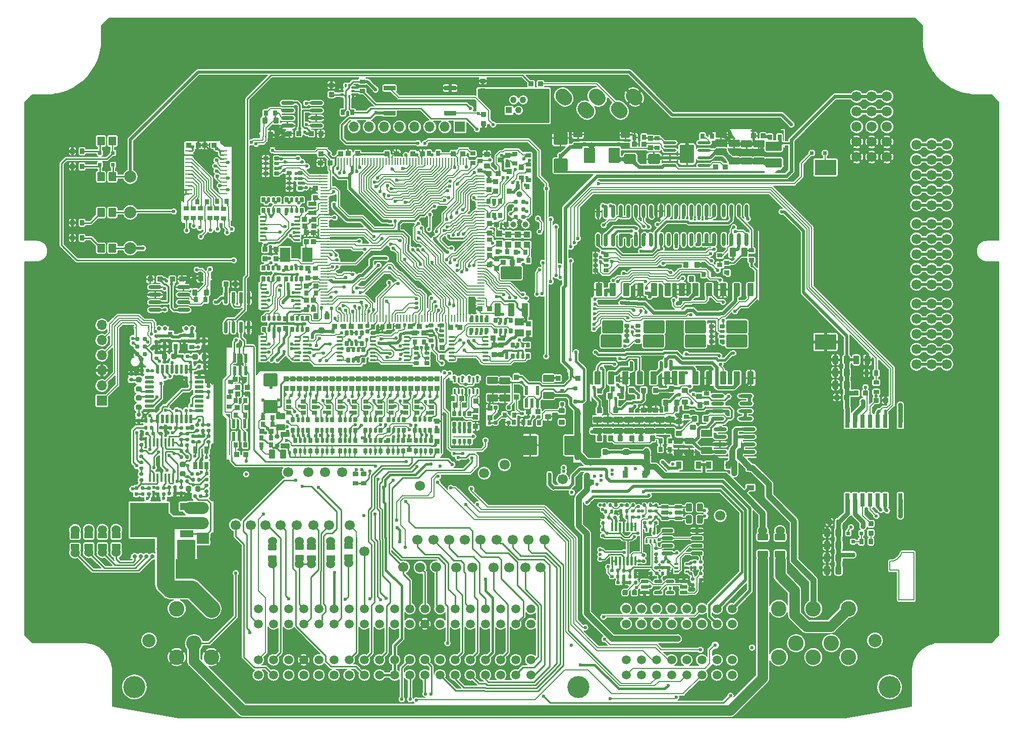
<source format=gtl>
G75*
G70*
%OFA0B0*%
%FSLAX25Y25*%
%IPPOS*%
%LPD*%
%AMOC8*
5,1,8,0,0,1.08239X$1,22.5*
%
%AMM1*
21,1,0.035430,0.030320,0.000000,0.000000,180.000000*
21,1,0.028350,0.037400,0.000000,0.000000,180.000000*
1,1,0.007090,-0.014170,0.015160*
1,1,0.007090,0.014170,0.015160*
1,1,0.007090,0.014170,-0.015160*
1,1,0.007090,-0.014170,-0.015160*
%
%AMM10*
21,1,0.033470,0.026770,0.000000,0.000000,180.000000*
21,1,0.026770,0.033470,0.000000,0.000000,180.000000*
1,1,0.006690,-0.013390,0.013390*
1,1,0.006690,0.013390,0.013390*
1,1,0.006690,0.013390,-0.013390*
1,1,0.006690,-0.013390,-0.013390*
%
%AMM109*
21,1,0.015750,0.009840,0.000000,0.000000,45.000000*
1,1,0.009840,-0.005570,-0.005570*
1,1,0.009840,0.005570,0.005570*
%
%AMM11*
21,1,0.033470,0.026770,0.000000,0.000000,270.000000*
21,1,0.026770,0.033470,0.000000,0.000000,270.000000*
1,1,0.006690,-0.013390,-0.013390*
1,1,0.006690,-0.013390,0.013390*
1,1,0.006690,0.013390,0.013390*
1,1,0.006690,0.013390,-0.013390*
%
%AMM110*
21,1,0.035430,0.030320,0.000000,0.000000,90.000000*
21,1,0.028350,0.037400,0.000000,0.000000,90.000000*
1,1,0.007090,0.015160,0.014170*
1,1,0.007090,0.015160,-0.014170*
1,1,0.007090,-0.015160,-0.014170*
1,1,0.007090,-0.015160,0.014170*
%
%AMM111*
21,1,0.021650,0.052760,0.000000,0.000000,0.000000*
21,1,0.017320,0.057090,0.000000,0.000000,0.000000*
1,1,0.004330,0.008660,-0.026380*
1,1,0.004330,-0.008660,-0.026380*
1,1,0.004330,-0.008660,0.026380*
1,1,0.004330,0.008660,0.026380*
%
%AMM112*
21,1,0.094490,0.111020,0.000000,0.000000,180.000000*
21,1,0.075590,0.129920,0.000000,0.000000,180.000000*
1,1,0.018900,-0.037800,0.055510*
1,1,0.018900,0.037800,0.055510*
1,1,0.018900,0.037800,-0.055510*
1,1,0.018900,-0.037800,-0.055510*
%
%AMM113*
21,1,0.023620,0.018900,0.000000,0.000000,270.000000*
21,1,0.018900,0.023620,0.000000,0.000000,270.000000*
1,1,0.004720,-0.009450,-0.009450*
1,1,0.004720,-0.009450,0.009450*
1,1,0.004720,0.009450,0.009450*
1,1,0.004720,0.009450,-0.009450*
%
%AMM114*
21,1,0.035830,0.026770,0.000000,0.000000,0.000000*
21,1,0.029130,0.033470,0.000000,0.000000,0.000000*
1,1,0.006690,0.014570,-0.013390*
1,1,0.006690,-0.014570,-0.013390*
1,1,0.006690,-0.014570,0.013390*
1,1,0.006690,0.014570,0.013390*
%
%AMM115*
21,1,0.023620,0.018900,0.000000,0.000000,180.000000*
21,1,0.018900,0.023620,0.000000,0.000000,180.000000*
1,1,0.004720,-0.009450,0.009450*
1,1,0.004720,0.009450,0.009450*
1,1,0.004720,0.009450,-0.009450*
1,1,0.004720,-0.009450,-0.009450*
%
%AMM116*
21,1,0.033470,0.026770,0.000000,0.000000,90.000000*
21,1,0.026770,0.033470,0.000000,0.000000,90.000000*
1,1,0.006690,0.013390,0.013390*
1,1,0.006690,0.013390,-0.013390*
1,1,0.006690,-0.013390,-0.013390*
1,1,0.006690,-0.013390,0.013390*
%
%AMM117*
21,1,0.047240,0.015750,0.000000,0.000000,135.000000*
1,1,0.015750,0.016700,-0.016700*
1,1,0.015750,-0.016700,0.016700*
%
%AMM12*
21,1,0.122050,0.075590,0.000000,0.000000,270.000000*
21,1,0.103150,0.094490,0.000000,0.000000,270.000000*
1,1,0.018900,-0.037800,-0.051580*
1,1,0.018900,-0.037800,0.051580*
1,1,0.018900,0.037800,0.051580*
1,1,0.018900,0.037800,-0.051580*
%
%AMM127*
21,1,0.033470,0.026770,-0.000000,0.000000,0.000000*
21,1,0.026770,0.033470,-0.000000,0.000000,0.000000*
1,1,0.006690,0.013390,-0.013390*
1,1,0.006690,-0.013390,-0.013390*
1,1,0.006690,-0.013390,0.013390*
1,1,0.006690,0.013390,0.013390*
%
%AMM128*
21,1,0.021650,0.052760,-0.000000,0.000000,0.000000*
21,1,0.017320,0.057090,-0.000000,0.000000,0.000000*
1,1,0.004330,0.008660,-0.026380*
1,1,0.004330,-0.008660,-0.026380*
1,1,0.004330,-0.008660,0.026380*
1,1,0.004330,0.008660,0.026380*
%
%AMM129*
21,1,0.027560,0.030710,-0.000000,0.000000,270.000000*
21,1,0.022050,0.036220,-0.000000,0.000000,270.000000*
1,1,0.005510,-0.015350,-0.011020*
1,1,0.005510,-0.015350,0.011020*
1,1,0.005510,0.015350,0.011020*
1,1,0.005510,0.015350,-0.011020*
%
%AMM13*
21,1,0.078740,0.053540,0.000000,0.000000,180.000000*
21,1,0.065350,0.066930,0.000000,0.000000,180.000000*
1,1,0.013390,-0.032680,0.026770*
1,1,0.013390,0.032680,0.026770*
1,1,0.013390,0.032680,-0.026770*
1,1,0.013390,-0.032680,-0.026770*
%
%AMM130*
21,1,0.027560,0.030710,-0.000000,0.000000,0.000000*
21,1,0.022050,0.036220,-0.000000,0.000000,0.000000*
1,1,0.005510,0.011020,-0.015350*
1,1,0.005510,-0.011020,-0.015350*
1,1,0.005510,-0.011020,0.015350*
1,1,0.005510,0.011020,0.015350*
%
%AMM139*
21,1,0.035430,0.030320,-0.000000,-0.000000,0.000000*
21,1,0.028350,0.037400,-0.000000,-0.000000,0.000000*
1,1,0.007090,0.014170,-0.015160*
1,1,0.007090,-0.014170,-0.015160*
1,1,0.007090,-0.014170,0.015160*
1,1,0.007090,0.014170,0.015160*
%
%AMM14*
21,1,0.070870,0.036220,0.000000,0.000000,180.000000*
21,1,0.061810,0.045280,0.000000,0.000000,180.000000*
1,1,0.009060,-0.030910,0.018110*
1,1,0.009060,0.030910,0.018110*
1,1,0.009060,0.030910,-0.018110*
1,1,0.009060,-0.030910,-0.018110*
%
%AMM140*
21,1,0.033470,0.026770,-0.000000,-0.000000,180.000000*
21,1,0.026770,0.033470,-0.000000,-0.000000,180.000000*
1,1,0.006690,-0.013390,0.013390*
1,1,0.006690,0.013390,0.013390*
1,1,0.006690,0.013390,-0.013390*
1,1,0.006690,-0.013390,-0.013390*
%
%AMM141*
21,1,0.027560,0.030710,-0.000000,-0.000000,0.000000*
21,1,0.022050,0.036220,-0.000000,-0.000000,0.000000*
1,1,0.005510,0.011020,-0.015350*
1,1,0.005510,-0.011020,-0.015350*
1,1,0.005510,-0.011020,0.015350*
1,1,0.005510,0.011020,0.015350*
%
%AMM15*
21,1,0.086610,0.073230,0.000000,0.000000,90.000000*
21,1,0.069290,0.090550,0.000000,0.000000,90.000000*
1,1,0.017320,0.036610,0.034650*
1,1,0.017320,0.036610,-0.034650*
1,1,0.017320,-0.036610,-0.034650*
1,1,0.017320,-0.036610,0.034650*
%
%AMM16*
21,1,0.027560,0.030710,0.000000,0.000000,90.000000*
21,1,0.022050,0.036220,0.000000,0.000000,90.000000*
1,1,0.005510,0.015350,0.011020*
1,1,0.005510,0.015350,-0.011020*
1,1,0.005510,-0.015350,-0.011020*
1,1,0.005510,-0.015350,0.011020*
%
%AMM163*
21,1,0.012600,0.028980,0.000000,-0.000000,180.000000*
21,1,0.010080,0.031500,0.000000,-0.000000,180.000000*
1,1,0.002520,-0.005040,0.014490*
1,1,0.002520,0.005040,0.014490*
1,1,0.002520,0.005040,-0.014490*
1,1,0.002520,-0.005040,-0.014490*
%
%AMM164*
21,1,0.033470,0.026770,0.000000,-0.000000,90.000000*
21,1,0.026770,0.033470,0.000000,-0.000000,90.000000*
1,1,0.006690,0.013390,0.013390*
1,1,0.006690,0.013390,-0.013390*
1,1,0.006690,-0.013390,-0.013390*
1,1,0.006690,-0.013390,0.013390*
%
%AMM165*
21,1,0.033470,0.026770,0.000000,-0.000000,180.000000*
21,1,0.026770,0.033470,0.000000,-0.000000,180.000000*
1,1,0.006690,-0.013390,0.013390*
1,1,0.006690,0.013390,0.013390*
1,1,0.006690,0.013390,-0.013390*
1,1,0.006690,-0.013390,-0.013390*
%
%AMM166*
21,1,0.025590,0.026380,0.000000,-0.000000,0.000000*
21,1,0.020470,0.031500,0.000000,-0.000000,0.000000*
1,1,0.005120,0.010240,-0.013190*
1,1,0.005120,-0.010240,-0.013190*
1,1,0.005120,-0.010240,0.013190*
1,1,0.005120,0.010240,0.013190*
%
%AMM167*
21,1,0.017720,0.027950,0.000000,-0.000000,0.000000*
21,1,0.014170,0.031500,0.000000,-0.000000,0.000000*
1,1,0.003540,0.007090,-0.013980*
1,1,0.003540,-0.007090,-0.013980*
1,1,0.003540,-0.007090,0.013980*
1,1,0.003540,0.007090,0.013980*
%
%AMM2*
21,1,0.033470,0.026770,0.000000,0.000000,0.000000*
21,1,0.026770,0.033470,0.000000,0.000000,0.000000*
1,1,0.006690,0.013390,-0.013390*
1,1,0.006690,-0.013390,-0.013390*
1,1,0.006690,-0.013390,0.013390*
1,1,0.006690,0.013390,0.013390*
%
%AMM27*
21,1,0.137800,0.067720,0.000000,0.000000,0.000000*
21,1,0.120870,0.084650,0.000000,0.000000,0.000000*
1,1,0.016930,0.060430,-0.033860*
1,1,0.016930,-0.060430,-0.033860*
1,1,0.016930,-0.060430,0.033860*
1,1,0.016930,0.060430,0.033860*
%
%AMM28*
21,1,0.043310,0.075980,0.000000,0.000000,0.000000*
21,1,0.034650,0.084650,0.000000,0.000000,0.000000*
1,1,0.008660,0.017320,-0.037990*
1,1,0.008660,-0.017320,-0.037990*
1,1,0.008660,-0.017320,0.037990*
1,1,0.008660,0.017320,0.037990*
%
%AMM29*
21,1,0.043310,0.075990,0.000000,0.000000,0.000000*
21,1,0.034650,0.084650,0.000000,0.000000,0.000000*
1,1,0.008660,0.017320,-0.037990*
1,1,0.008660,-0.017320,-0.037990*
1,1,0.008660,-0.017320,0.037990*
1,1,0.008660,0.017320,0.037990*
%
%AMM3*
21,1,0.027560,0.030710,0.000000,0.000000,180.000000*
21,1,0.022050,0.036220,0.000000,0.000000,180.000000*
1,1,0.005510,-0.011020,0.015350*
1,1,0.005510,0.011020,0.015350*
1,1,0.005510,0.011020,-0.015350*
1,1,0.005510,-0.011020,-0.015350*
%
%AMM30*
21,1,0.039370,0.035430,0.000000,0.000000,270.000000*
21,1,0.031500,0.043310,0.000000,0.000000,270.000000*
1,1,0.007870,-0.017720,-0.015750*
1,1,0.007870,-0.017720,0.015750*
1,1,0.007870,0.017720,0.015750*
1,1,0.007870,0.017720,-0.015750*
%
%AMM31*
21,1,0.035430,0.030320,0.000000,0.000000,270.000000*
21,1,0.028350,0.037400,0.000000,0.000000,270.000000*
1,1,0.007090,-0.015160,-0.014170*
1,1,0.007090,-0.015160,0.014170*
1,1,0.007090,0.015160,0.014170*
1,1,0.007090,0.015160,-0.014170*
%
%AMM32*
21,1,0.023620,0.030710,0.000000,0.000000,180.000000*
21,1,0.018900,0.035430,0.000000,0.000000,180.000000*
1,1,0.004720,-0.009450,0.015350*
1,1,0.004720,0.009450,0.015350*
1,1,0.004720,0.009450,-0.015350*
1,1,0.004720,-0.009450,-0.015350*
%
%AMM33*
21,1,0.025590,0.026380,0.000000,0.000000,0.000000*
21,1,0.020470,0.031500,0.000000,0.000000,0.000000*
1,1,0.005120,0.010240,-0.013190*
1,1,0.005120,-0.010240,-0.013190*
1,1,0.005120,-0.010240,0.013190*
1,1,0.005120,0.010240,0.013190*
%
%AMM34*
21,1,0.017720,0.027950,0.000000,0.000000,0.000000*
21,1,0.014170,0.031500,0.000000,0.000000,0.000000*
1,1,0.003540,0.007090,-0.013980*
1,1,0.003540,-0.007090,-0.013980*
1,1,0.003540,-0.007090,0.013980*
1,1,0.003540,0.007090,0.013980*
%
%AMM35*
21,1,0.035830,0.026770,0.000000,0.000000,270.000000*
21,1,0.029130,0.033470,0.000000,0.000000,270.000000*
1,1,0.006690,-0.013390,-0.014570*
1,1,0.006690,-0.013390,0.014570*
1,1,0.006690,0.013390,0.014570*
1,1,0.006690,0.013390,-0.014570*
%
%AMM36*
21,1,0.025590,0.026380,0.000000,0.000000,270.000000*
21,1,0.020470,0.031500,0.000000,0.000000,270.000000*
1,1,0.005120,-0.013190,-0.010240*
1,1,0.005120,-0.013190,0.010240*
1,1,0.005120,0.013190,0.010240*
1,1,0.005120,0.013190,-0.010240*
%
%AMM37*
21,1,0.017720,0.027950,0.000000,0.000000,270.000000*
21,1,0.014170,0.031500,0.000000,0.000000,270.000000*
1,1,0.003540,-0.013980,-0.007090*
1,1,0.003540,-0.013980,0.007090*
1,1,0.003540,0.013980,0.007090*
1,1,0.003540,0.013980,-0.007090*
%
%AMM38*
21,1,0.027560,0.049610,0.000000,0.000000,270.000000*
21,1,0.022050,0.055120,0.000000,0.000000,270.000000*
1,1,0.005510,-0.024800,-0.011020*
1,1,0.005510,-0.024800,0.011020*
1,1,0.005510,0.024800,0.011020*
1,1,0.005510,0.024800,-0.011020*
%
%AMM39*
21,1,0.027560,0.018900,0.000000,0.000000,180.000000*
21,1,0.022840,0.023620,0.000000,0.000000,180.000000*
1,1,0.004720,-0.011420,0.009450*
1,1,0.004720,0.011420,0.009450*
1,1,0.004720,0.011420,-0.009450*
1,1,0.004720,-0.011420,-0.009450*
%
%AMM40*
21,1,0.035830,0.026770,0.000000,0.000000,180.000000*
21,1,0.029130,0.033470,0.000000,0.000000,180.000000*
1,1,0.006690,-0.014570,0.013390*
1,1,0.006690,0.014570,0.013390*
1,1,0.006690,0.014570,-0.013390*
1,1,0.006690,-0.014570,-0.013390*
%
%AMM41*
21,1,0.009840,0.017720,0.000000,0.000000,180.000000*
21,1,0.000000,0.027560,0.000000,0.000000,180.000000*
1,1,0.009840,0.000000,0.008860*
1,1,0.009840,0.000000,0.008860*
1,1,0.009840,0.000000,-0.008860*
1,1,0.009840,0.000000,-0.008860*
%
%AMM42*
21,1,0.007870,1.416930,0.000000,0.000000,180.000000*
21,1,0.000000,1.424800,0.000000,0.000000,180.000000*
1,1,0.007870,0.000000,0.708470*
1,1,0.007870,0.000000,0.708470*
1,1,0.007870,0.000000,-0.708470*
1,1,0.007870,0.000000,-0.708470*
%
%AMM43*
21,1,0.007870,1.787400,0.000000,0.000000,270.000000*
21,1,0.000000,1.795280,0.000000,0.000000,270.000000*
1,1,0.007870,-0.893700,0.000000*
1,1,0.007870,-0.893700,0.000000*
1,1,0.007870,0.893700,0.000000*
1,1,0.007870,0.893700,0.000000*
%
%AMM44*
21,1,0.007870,1.405510,0.000000,0.000000,180.000000*
21,1,0.000000,1.413390,0.000000,0.000000,180.000000*
1,1,0.007870,0.000000,0.702760*
1,1,0.007870,0.000000,0.702760*
1,1,0.007870,0.000000,-0.702760*
1,1,0.007870,0.000000,-0.702760*
%
%AMM45*
21,1,0.007870,1.704720,0.000000,0.000000,270.000000*
21,1,0.000000,1.712600,0.000000,0.000000,270.000000*
1,1,0.007870,-0.852360,0.000000*
1,1,0.007870,-0.852360,0.000000*
1,1,0.007870,0.852360,0.000000*
1,1,0.007870,0.852360,0.000000*
%
%AMM46*
21,1,0.007870,0.023620,0.000000,0.000000,315.000000*
21,1,0.000000,0.031500,0.000000,0.000000,315.000000*
1,1,0.007870,-0.008350,-0.008350*
1,1,0.007870,-0.008350,-0.008350*
1,1,0.007870,0.008350,0.008350*
1,1,0.007870,0.008350,0.008350*
%
%AMM47*
21,1,0.007870,0.055120,0.000000,0.000000,270.000000*
21,1,0.000000,0.062990,0.000000,0.000000,270.000000*
1,1,0.007870,-0.027560,0.000000*
1,1,0.007870,-0.027560,0.000000*
1,1,0.007870,0.027560,0.000000*
1,1,0.007870,0.027560,0.000000*
%
%AMM48*
21,1,0.007870,0.039370,0.000000,0.000000,45.000000*
21,1,0.000000,0.047240,0.000000,0.000000,45.000000*
1,1,0.007870,0.013920,-0.013920*
1,1,0.007870,0.013920,-0.013920*
1,1,0.007870,-0.013920,0.013920*
1,1,0.007870,-0.013920,0.013920*
%
%AMM49*
21,1,0.007870,0.013780,0.000000,0.000000,45.000000*
21,1,0.000000,0.021650,0.000000,0.000000,45.000000*
1,1,0.007870,0.004870,-0.004870*
1,1,0.007870,0.004870,-0.004870*
1,1,0.007870,-0.004870,0.004870*
1,1,0.007870,-0.004870,0.004870*
%
%AMM50*
21,1,0.007870,0.014960,0.000000,0.000000,135.000000*
21,1,0.000000,0.022840,0.000000,0.000000,135.000000*
1,1,0.007870,0.005290,0.005290*
1,1,0.007870,0.005290,0.005290*
1,1,0.007870,-0.005290,-0.005290*
1,1,0.007870,-0.005290,-0.005290*
%
%AMM51*
21,1,0.007870,0.029130,0.000000,0.000000,225.000000*
21,1,0.000000,0.037010,0.000000,0.000000,225.000000*
1,1,0.007870,-0.010300,0.010300*
1,1,0.007870,-0.010300,0.010300*
1,1,0.007870,0.010300,-0.010300*
1,1,0.007870,0.010300,-0.010300*
%
%AMM7*
21,1,0.039370,0.049210,0.000000,0.000000,90.000000*
21,1,0.031500,0.057090,0.000000,0.000000,90.000000*
1,1,0.007870,0.024610,0.015750*
1,1,0.007870,0.024610,-0.015750*
1,1,0.007870,-0.024610,-0.015750*
1,1,0.007870,-0.024610,0.015750*
%
%AMM72*
21,1,0.035430,0.050000,0.000000,0.000000,270.000000*
21,1,0.028350,0.057090,0.000000,0.000000,270.000000*
1,1,0.007090,-0.025000,-0.014170*
1,1,0.007090,-0.025000,0.014170*
1,1,0.007090,0.025000,0.014170*
1,1,0.007090,0.025000,-0.014170*
%
%AMM73*
21,1,0.086610,0.073230,0.000000,0.000000,270.000000*
21,1,0.069290,0.090550,0.000000,0.000000,270.000000*
1,1,0.017320,-0.036610,-0.034650*
1,1,0.017320,-0.036610,0.034650*
1,1,0.017320,0.036610,0.034650*
1,1,0.017320,0.036610,-0.034650*
%
%AMM74*
21,1,0.039370,0.049210,0.000000,0.000000,180.000000*
21,1,0.031500,0.057090,0.000000,0.000000,180.000000*
1,1,0.007870,-0.015750,0.024610*
1,1,0.007870,0.015750,0.024610*
1,1,0.007870,0.015750,-0.024610*
1,1,0.007870,-0.015750,-0.024610*
%
%AMM75*
21,1,0.023620,0.030710,0.000000,0.000000,90.000000*
21,1,0.018900,0.035430,0.000000,0.000000,90.000000*
1,1,0.004720,0.015350,0.009450*
1,1,0.004720,0.015350,-0.009450*
1,1,0.004720,-0.015350,-0.009450*
1,1,0.004720,-0.015350,0.009450*
%
%AMM76*
21,1,0.027560,0.030710,0.000000,0.000000,0.000000*
21,1,0.022050,0.036220,0.000000,0.000000,0.000000*
1,1,0.005510,0.011020,-0.015350*
1,1,0.005510,-0.011020,-0.015350*
1,1,0.005510,-0.011020,0.015350*
1,1,0.005510,0.011020,0.015350*
%
%AMM77*
21,1,0.007870,0.503940,0.000000,0.000000,180.000000*
21,1,0.000000,0.511810,0.000000,0.000000,180.000000*
1,1,0.007870,0.000000,0.251970*
1,1,0.007870,0.000000,0.251970*
1,1,0.007870,0.000000,-0.251970*
1,1,0.007870,0.000000,-0.251970*
%
%AMM78*
21,1,0.009840,0.919290,0.000000,0.000000,270.000000*
21,1,0.000000,0.929130,0.000000,0.000000,270.000000*
1,1,0.009840,-0.459650,0.000000*
1,1,0.009840,-0.459650,0.000000*
1,1,0.009840,0.459650,0.000000*
1,1,0.009840,0.459650,0.000000*
%
%AMM79*
21,1,0.007870,0.041340,0.000000,0.000000,0.000000*
21,1,0.000000,0.049210,0.000000,0.000000,0.000000*
1,1,0.007870,0.000000,-0.020670*
1,1,0.007870,0.000000,-0.020670*
1,1,0.007870,0.000000,0.020670*
1,1,0.007870,0.000000,0.020670*
%
%AMM8*
21,1,0.106300,0.050390,0.000000,0.000000,0.000000*
21,1,0.093700,0.062990,0.000000,0.000000,0.000000*
1,1,0.012600,0.046850,-0.025200*
1,1,0.012600,-0.046850,-0.025200*
1,1,0.012600,-0.046850,0.025200*
1,1,0.012600,0.046850,0.025200*
%
%AMM86*
21,1,0.027560,0.030710,0.000000,0.000000,270.000000*
21,1,0.022050,0.036220,0.000000,0.000000,270.000000*
1,1,0.005510,-0.015350,-0.011020*
1,1,0.005510,-0.015350,0.011020*
1,1,0.005510,0.015350,0.011020*
1,1,0.005510,0.015350,-0.011020*
%
%AMM89*
21,1,0.035430,0.030320,0.000000,0.000000,0.000000*
21,1,0.028350,0.037400,0.000000,0.000000,0.000000*
1,1,0.007090,0.014170,-0.015160*
1,1,0.007090,-0.014170,-0.015160*
1,1,0.007090,-0.014170,0.015160*
1,1,0.007090,0.014170,0.015160*
%
%AMM9*
21,1,0.074800,0.083460,0.000000,0.000000,180.000000*
21,1,0.059840,0.098430,0.000000,0.000000,180.000000*
1,1,0.014960,-0.029920,0.041730*
1,1,0.014960,0.029920,0.041730*
1,1,0.014960,0.029920,-0.041730*
1,1,0.014960,-0.029920,-0.041730*
%
%AMM90*
21,1,0.070870,0.036220,0.000000,0.000000,0.000000*
21,1,0.061810,0.045280,0.000000,0.000000,0.000000*
1,1,0.009060,0.030910,-0.018110*
1,1,0.009060,-0.030910,-0.018110*
1,1,0.009060,-0.030910,0.018110*
1,1,0.009060,0.030910,0.018110*
%
%AMM91*
21,1,0.043310,0.075980,0.000000,0.000000,180.000000*
21,1,0.034650,0.084650,0.000000,0.000000,180.000000*
1,1,0.008660,-0.017320,0.037990*
1,1,0.008660,0.017320,0.037990*
1,1,0.008660,0.017320,-0.037990*
1,1,0.008660,-0.017320,-0.037990*
%
%AMM92*
21,1,0.043310,0.075990,0.000000,0.000000,180.000000*
21,1,0.034650,0.084650,0.000000,0.000000,180.000000*
1,1,0.008660,-0.017320,0.037990*
1,1,0.008660,0.017320,0.037990*
1,1,0.008660,0.017320,-0.037990*
1,1,0.008660,-0.017320,-0.037990*
%
%AMM93*
21,1,0.137800,0.067720,0.000000,0.000000,180.000000*
21,1,0.120870,0.084650,0.000000,0.000000,180.000000*
1,1,0.016930,-0.060430,0.033860*
1,1,0.016930,0.060430,0.033860*
1,1,0.016930,0.060430,-0.033860*
1,1,0.016930,-0.060430,-0.033860*
%
%AMM94*
21,1,0.025590,0.026380,0.000000,0.000000,90.000000*
21,1,0.020470,0.031500,0.000000,0.000000,90.000000*
1,1,0.005120,0.013190,0.010240*
1,1,0.005120,0.013190,-0.010240*
1,1,0.005120,-0.013190,-0.010240*
1,1,0.005120,-0.013190,0.010240*
%
%AMM95*
21,1,0.017720,0.027950,0.000000,0.000000,90.000000*
21,1,0.014170,0.031500,0.000000,0.000000,90.000000*
1,1,0.003540,0.013980,0.007090*
1,1,0.003540,0.013980,-0.007090*
1,1,0.003540,-0.013980,-0.007090*
1,1,0.003540,-0.013980,0.007090*
%
%AMM96*
21,1,0.035830,0.026770,0.000000,0.000000,90.000000*
21,1,0.029130,0.033470,0.000000,0.000000,90.000000*
1,1,0.006690,0.013390,0.014570*
1,1,0.006690,0.013390,-0.014570*
1,1,0.006690,-0.013390,-0.014570*
1,1,0.006690,-0.013390,0.014570*
%
%AMM97*
21,1,0.003940,0.007870,0.000000,0.000000,135.000000*
1,1,0.007870,0.001390,-0.001390*
1,1,0.007870,-0.001390,0.001390*
%
%AMM98*
21,1,0.087800,0.007870,0.000000,0.000000,45.000000*
1,1,0.007870,-0.031040,-0.031040*
1,1,0.007870,0.031040,0.031040*
%
%AMM99*
21,1,0.031500,0.007870,0.000000,0.000000,315.000000*
1,1,0.007870,-0.011140,0.011140*
1,1,0.007870,0.011140,-0.011140*
%
%ADD10C,0.00787*%
%ADD102C,0.00800*%
%ADD11C,0.02756*%
%ADD116M1*%
%ADD117O,0.08661X0.02362*%
%ADD118M2*%
%ADD119M3*%
%ADD12C,0.11811*%
%ADD120O,0.01968X0.00984*%
%ADD121O,0.00984X0.01968*%
%ADD129C,0.01968*%
%ADD13R,0.11811X0.00984*%
%ADD130M7*%
%ADD131M8*%
%ADD132M9*%
%ADD133M10*%
%ADD134M11*%
%ADD135O,0.08661X0.01968*%
%ADD136M12*%
%ADD137M13*%
%ADD138M14*%
%ADD139M15*%
%ADD14R,0.11614X0.00984*%
%ADD140M16*%
%ADD141O,0.01968X0.03937*%
%ADD142O,0.01968X0.11811*%
%ADD143O,0.01575X0.28347*%
%ADD144O,0.03937X0.01968*%
%ADD15R,0.05709X0.00984*%
%ADD158M27*%
%ADD159M28*%
%ADD16R,0.12205X0.00984*%
%ADD160M29*%
%ADD161O,0.04331X0.01181*%
%ADD162O,0.05118X0.00866*%
%ADD163O,0.00866X0.05118*%
%ADD164M30*%
%ADD165R,0.05906X0.05118*%
%ADD166M31*%
%ADD167R,0.06693X0.09449*%
%ADD168M32*%
%ADD169M33*%
%ADD17R,0.00984X1.54528*%
%ADD170M34*%
%ADD171M35*%
%ADD172M36*%
%ADD173M37*%
%ADD174M38*%
%ADD175M39*%
%ADD176M40*%
%ADD177M41*%
%ADD178M42*%
%ADD179M43*%
%ADD18R,0.08858X0.00984*%
%ADD180M44*%
%ADD181M45*%
%ADD182M46*%
%ADD183M47*%
%ADD184M48*%
%ADD185M49*%
%ADD186M50*%
%ADD187M51*%
%ADD188R,0.01968X0.01968*%
%ADD189C,0.03100*%
%ADD19R,0.03740X0.00984*%
%ADD190C,0.03900*%
%ADD20C,0.14567*%
%ADD21C,0.08661*%
%ADD219M72*%
%ADD22C,0.10236*%
%ADD220M73*%
%ADD221M74*%
%ADD222M75*%
%ADD223M76*%
%ADD224M77*%
%ADD225M78*%
%ADD226M79*%
%ADD23C,0.05906*%
%ADD235M86*%
%ADD238M89*%
%ADD239M90*%
%ADD24C,0.06693*%
%ADD240M91*%
%ADD241M92*%
%ADD242M93*%
%ADD243M94*%
%ADD244M95*%
%ADD245O,0.02362X0.08661*%
%ADD246M96*%
%ADD247M97*%
%ADD248M98*%
%ADD249M99*%
%ADD25C,0.02362*%
%ADD250C,0.05118*%
%ADD26R,0.00984X0.25394*%
%ADD268O,0.04961X0.00984*%
%ADD269M109*%
%ADD27R,0.00984X0.25591*%
%ADD270O,0.00984X0.40158*%
%ADD273M110*%
%ADD274M111*%
%ADD275M112*%
%ADD276M113*%
%ADD277M114*%
%ADD278M115*%
%ADD279M116*%
%ADD28R,0.00984X0.04921*%
%ADD280O,0.03937X0.34429*%
%ADD281O,0.00787X0.36221*%
%ADD282O,0.00787X0.01968*%
%ADD283M117*%
%ADD29R,0.00984X0.53740*%
%ADD30R,0.71654X0.00984*%
%ADD301R,0.03543X0.03150*%
%ADD306R,0.03150X0.03543*%
%ADD31R,0.00984X0.01378*%
%ADD311R,0.02559X0.01575*%
%ADD312R,0.01575X0.02559*%
%ADD319M127*%
%ADD32O,0.01969X0.00984*%
%ADD320M128*%
%ADD321M129*%
%ADD322M130*%
%ADD327R,0.07874X0.07500*%
%ADD328O,0.07874X0.07500*%
%ADD329R,0.01772X0.05709*%
%ADD33O,0.38583X0.01575*%
%ADD330R,0.08661X0.04724*%
%ADD331R,0.25197X0.22835*%
%ADD332R,0.02559X0.04803*%
%ADD34O,0.43701X0.00787*%
%ADD341M139*%
%ADD342M140*%
%ADD343M141*%
%ADD35O,0.00787X0.26772*%
%ADD36O,0.00787X0.22323*%
%ADD37O,0.00984X0.01969*%
%ADD371M163*%
%ADD372M164*%
%ADD373M165*%
%ADD374M166*%
%ADD375M167*%
%ADD38O,0.22835X0.00984*%
%ADD39O,0.00984X0.40157*%
%ADD40O,0.00787X0.01575*%
%ADD41O,0.00787X0.16339*%
%ADD42O,0.00787X0.14173*%
%ADD43O,0.06693X0.00787*%
%ADD44O,0.00787X0.16732*%
%ADD45O,0.00787X0.56693*%
%ADD46O,1.01181X0.00787*%
%ADD47O,0.00787X0.34744*%
%ADD48O,0.00787X1.01772*%
%ADD49O,0.44587X0.00787*%
%ADD50O,0.03937X0.05906*%
%ADD51O,0.03150X0.02362*%
%ADD52C,0.06000*%
%ADD53R,0.00800X0.06000*%
%ADD54R,0.04724X0.03543*%
%ADD55C,0.07874*%
%ADD56R,0.03150X0.08661*%
%ADD57R,0.08000X0.20000*%
%ADD58R,0.45000X0.30000*%
%ADD59R,0.14173X0.10236*%
%ADD60R,0.03543X0.04724*%
%ADD61R,0.06693X0.06693*%
%ADD62O,0.06693X0.06693*%
%ADD63O,0.00787X0.43701*%
%ADD64O,0.20079X0.00787*%
%ADD65O,0.00787X0.03740*%
%ADD66O,0.13780X0.00787*%
%ADD67O,0.00787X0.12205*%
%ADD68O,0.03937X0.01969*%
%ADD69O,0.19685X0.01575*%
%ADD70O,0.01575X0.28346*%
%ADD71O,1.18110X0.01575*%
%ADD72O,1.39370X0.01575*%
%ADD73O,0.01969X0.11811*%
%ADD74R,0.04331X0.04331*%
%ADD75C,0.04331*%
%ADD76O,0.04331X0.09449*%
%ADD77O,0.03937X0.34428*%
%ADD78O,0.25591X0.00787*%
%ADD79O,0.00787X0.36220*%
%ADD80O,0.35433X0.01575*%
%ADD81O,0.00787X0.01969*%
%ADD82O,0.01575X0.21260*%
%ADD83O,0.54331X0.00787*%
%ADD84C,0.03150*%
%ADD85C,0.01000*%
%ADD86C,0.01575*%
%ADD87C,0.01969*%
%ADD88C,0.01181*%
%ADD89C,0.07000*%
%ADD90C,0.03937*%
%ADD94C,0.00984*%
X0000000Y0000000D02*
%LPD*%
G01*
D10*
X0588189Y0110531D02*
X0580315Y0110531D01*
X0578346Y0098720D02*
X0578346Y0079035D01*
X0588189Y0079035D02*
X0588189Y0110531D01*
X0578346Y0079035D02*
X0588189Y0079035D01*
X0572441Y0098720D02*
X0578346Y0098720D01*
X0572441Y0098720D02*
X0572441Y0104626D01*
X0580315Y0110531D02*
G75*
G02*
X0572441Y0104626I-007565J0001885D01*
G01*
D11*
X0073602Y0107894D03*
X0077539Y0107894D03*
X0081476Y0107894D03*
X0085413Y0107894D03*
D12*
X0093878Y0112815D03*
D13*
X0107657Y0106417D03*
D14*
X0120551Y0106417D03*
D15*
X0070157Y0259961D03*
D16*
X0120256Y0259961D03*
D17*
X0125866Y0183189D03*
D18*
X0100669Y0259961D03*
D17*
X0067795Y0183189D03*
D19*
X0069173Y0106417D03*
G36*
G01*
X0118681Y0222067D02*
X0113760Y0222067D01*
G75*
G02*
X0113268Y0222559I0000000J0000492D01*
G01*
X0113268Y0223543D01*
G75*
G02*
X0113760Y0224035I0000492J0000000D01*
G01*
X0118681Y0224035D01*
G75*
G02*
X0119173Y0223543I0000000J-000492D01*
G01*
X0119173Y0222559D01*
G75*
G02*
X0118681Y0222067I-000492J0000000D01*
G01*
G37*
G36*
G01*
X0108150Y0228661D02*
X0107165Y0228661D01*
G75*
G02*
X0106673Y0229154I0000000J0000492D01*
G01*
X0106673Y0234075D01*
G75*
G02*
X0107165Y0234567I0000492J0000000D01*
G01*
X0108150Y0234567D01*
G75*
G02*
X0108642Y0234075I0000000J-000492D01*
G01*
X0108642Y0229154D01*
G75*
G02*
X0108150Y0228661I-000492J0000000D01*
G01*
G37*
G36*
G01*
X0118681Y0225217D02*
X0113760Y0225217D01*
G75*
G02*
X0113268Y0225709I0000000J0000492D01*
G01*
X0113268Y0226693D01*
G75*
G02*
X0113760Y0227185I0000492J0000000D01*
G01*
X0118681Y0227185D01*
G75*
G02*
X0119173Y0226693I0000000J-000492D01*
G01*
X0119173Y0225709D01*
G75*
G02*
X0118681Y0225217I-000492J0000000D01*
G01*
G37*
G36*
G01*
X0108642Y0226496D02*
X0108642Y0225512D01*
G75*
G02*
X0108150Y0225020I-000492J0000000D01*
G01*
X0107165Y0225020D01*
G75*
G02*
X0106673Y0225512I0000000J0000492D01*
G01*
X0106673Y0226496D01*
G75*
G02*
X0107165Y0226988I0000492J0000000D01*
G01*
X0108150Y0226988D01*
G75*
G02*
X0108642Y0226496I0000000J-000492D01*
G01*
G37*
G36*
G01*
X0111299Y0222067D02*
X0110315Y0222067D01*
G75*
G02*
X0109823Y0222559I0000000J0000492D01*
G01*
X0109823Y0223543D01*
G75*
G02*
X0110315Y0224035I0000492J0000000D01*
G01*
X0111299Y0224035D01*
G75*
G02*
X0111791Y0223543I0000000J-000492D01*
G01*
X0111791Y0222559D01*
G75*
G02*
X0111299Y0222067I-000492J0000000D01*
G01*
G37*
G36*
G01*
X0111299Y0228661D02*
X0110315Y0228661D01*
G75*
G02*
X0109823Y0229154I0000000J0000492D01*
G01*
X0109823Y0234075D01*
G75*
G02*
X0110315Y0234567I0000492J0000000D01*
G01*
X0111299Y0234567D01*
G75*
G02*
X0111791Y0234075I0000000J-000492D01*
G01*
X0111791Y0229154D01*
G75*
G02*
X0111299Y0228661I-000492J0000000D01*
G01*
G37*
D11*
X0111594Y0258484D03*
X0107657Y0258484D03*
X0093681Y0258484D03*
X0089744Y0258484D03*
G36*
G01*
X0086791Y0260059D02*
X0086791Y0260059D01*
G75*
G02*
X0087283Y0259567I0000000J-000492D01*
G01*
X0087283Y0258583D01*
G75*
G02*
X0086791Y0258091I-000492J0000000D01*
G01*
X0086791Y0258091D01*
G75*
G02*
X0086299Y0258583I0000000J0000492D01*
G01*
X0086299Y0259567D01*
G75*
G02*
X0086791Y0260059I0000492J0000000D01*
G01*
G37*
G36*
G01*
X0084823Y0260059D02*
X0084823Y0260059D01*
G75*
G02*
X0085315Y0259567I0000000J-000492D01*
G01*
X0085315Y0258583D01*
G75*
G02*
X0084823Y0258091I-000492J0000000D01*
G01*
X0084823Y0258091D01*
G75*
G02*
X0084331Y0258583I0000000J0000492D01*
G01*
X0084331Y0259567D01*
G75*
G02*
X0084823Y0260059I0000492J0000000D01*
G01*
G37*
G36*
G01*
X0082854Y0260059D02*
X0082854Y0260059D01*
G75*
G02*
X0083346Y0259567I0000000J-000492D01*
G01*
X0083346Y0258583D01*
G75*
G02*
X0082854Y0258091I-000492J0000000D01*
G01*
X0082854Y0258091D01*
G75*
G02*
X0082362Y0258583I0000000J0000492D01*
G01*
X0082362Y0259567D01*
G75*
G02*
X0082854Y0260059I0000492J0000000D01*
G01*
G37*
G36*
G01*
X0074587Y0260059D02*
X0074587Y0260059D01*
G75*
G02*
X0075079Y0259567I0000000J-000492D01*
G01*
X0075079Y0258583D01*
G75*
G02*
X0074587Y0258091I-000492J0000000D01*
G01*
X0074587Y0258091D01*
G75*
G02*
X0074094Y0258583I0000000J0000492D01*
G01*
X0074094Y0259567D01*
G75*
G02*
X0074587Y0260059I0000492J0000000D01*
G01*
G37*
D20*
X0572236Y0021622D03*
X0073417Y0021622D03*
X0366724Y0021622D03*
D21*
X0562591Y0052331D03*
X0083063Y0052331D03*
D22*
X0101370Y0041307D03*
X0124205Y0041307D03*
X0112787Y0050480D03*
X0101370Y0073315D03*
X0124205Y0073315D03*
D23*
X0335307Y0073315D03*
X0325307Y0073315D03*
X0315307Y0073315D03*
X0305307Y0073315D03*
X0295307Y0073315D03*
X0285307Y0073315D03*
X0275307Y0073315D03*
X0265307Y0073315D03*
X0255307Y0073315D03*
X0245307Y0073315D03*
X0235307Y0073315D03*
X0225307Y0073315D03*
X0215307Y0073315D03*
X0205307Y0073315D03*
X0195307Y0073315D03*
X0185307Y0073315D03*
X0175307Y0073315D03*
X0165307Y0073315D03*
X0155307Y0073315D03*
X0335307Y0063315D03*
X0325307Y0063315D03*
X0315307Y0063315D03*
X0305307Y0063315D03*
X0295307Y0063315D03*
X0285307Y0063315D03*
X0275307Y0063315D03*
X0265307Y0063315D03*
X0255307Y0063315D03*
X0245307Y0063315D03*
X0235307Y0063315D03*
X0225307Y0063315D03*
X0215307Y0063315D03*
X0205307Y0063315D03*
X0195307Y0063315D03*
X0185307Y0063315D03*
X0175307Y0063315D03*
X0165307Y0063315D03*
X0155307Y0063315D03*
X0335307Y0039496D03*
X0325307Y0039496D03*
X0315307Y0039496D03*
X0305307Y0039496D03*
X0295307Y0039496D03*
X0285307Y0039496D03*
X0275307Y0039496D03*
X0265307Y0039496D03*
X0255307Y0039496D03*
X0245307Y0039496D03*
X0235307Y0039496D03*
X0225307Y0039496D03*
X0215307Y0039496D03*
X0205307Y0039496D03*
X0195307Y0039496D03*
X0185307Y0039496D03*
X0175307Y0039496D03*
X0165307Y0039496D03*
X0155307Y0039496D03*
X0335307Y0029496D03*
X0325307Y0029496D03*
X0315307Y0029496D03*
X0305307Y0029496D03*
X0295307Y0029496D03*
X0285307Y0029496D03*
X0275307Y0029496D03*
X0265307Y0029496D03*
X0255307Y0029496D03*
X0245307Y0029496D03*
X0235307Y0029496D03*
X0225307Y0029496D03*
X0215307Y0029496D03*
X0205307Y0029496D03*
X0195307Y0029496D03*
X0185307Y0029496D03*
X0175307Y0029496D03*
X0165307Y0029496D03*
X0155307Y0029496D03*
X0398181Y0029496D03*
X0408181Y0029496D03*
X0418181Y0029496D03*
X0428181Y0029496D03*
X0438181Y0029496D03*
X0448181Y0029496D03*
X0458181Y0029496D03*
X0468181Y0029496D03*
X0398181Y0039496D03*
X0408181Y0039496D03*
X0418181Y0039496D03*
X0428181Y0039496D03*
X0438181Y0039496D03*
X0448181Y0039496D03*
X0458181Y0039496D03*
X0468181Y0039496D03*
X0398181Y0063315D03*
X0408181Y0063315D03*
X0418181Y0063315D03*
X0428181Y0063315D03*
X0438181Y0063315D03*
X0448181Y0063315D03*
X0458181Y0063315D03*
X0468181Y0063315D03*
X0398181Y0073315D03*
X0408181Y0073315D03*
X0418181Y0073315D03*
X0428181Y0073315D03*
X0438181Y0073315D03*
X0448181Y0073315D03*
X0458181Y0073315D03*
X0468181Y0073315D03*
D22*
X0499008Y0041307D03*
X0521843Y0041307D03*
X0545071Y0041307D03*
X0510425Y0050480D03*
X0533654Y0050480D03*
X0499008Y0073315D03*
X0521843Y0073315D03*
X0545071Y0073315D03*
G36*
G01*
X0297805Y0234828D02*
X0297805Y0233057D01*
G75*
G02*
X0297313Y0232564I-000492J0000000D01*
G01*
X0297313Y0232564D01*
G75*
G02*
X0296821Y0233057I0000000J0000492D01*
G01*
X0296821Y0234828D01*
G75*
G02*
X0297313Y0235320I0000492J0000000D01*
G01*
X0297313Y0235320D01*
G75*
G02*
X0297805Y0234828I0000000J-000492D01*
G01*
G37*
G36*
G01*
X0329854Y0375333D02*
X0327070Y0378117D01*
G75*
G02*
X0327070Y0378674I0000278J0000278D01*
G01*
X0327070Y0378674D01*
G75*
G02*
X0327627Y0378674I0000278J-000278D01*
G01*
X0330411Y0375890D01*
G75*
G02*
X0330411Y0375333I-000278J-000278D01*
G01*
X0330411Y0375333D01*
G75*
G02*
X0329854Y0375333I-000278J0000278D01*
G01*
G37*
G36*
G01*
X0157136Y0233352D02*
X0335876Y0233352D01*
G75*
G02*
X0336270Y0232958I0000000J-000394D01*
G01*
X0336270Y0232958D01*
G75*
G02*
X0335876Y0232564I-000394J0000000D01*
G01*
X0157136Y0232564D01*
G75*
G02*
X0156742Y0232958I0000000J0000394D01*
G01*
X0156742Y0232958D01*
G75*
G02*
X0157136Y0233352I0000394J0000000D01*
G01*
G37*
G36*
G01*
X0337126Y0233750D02*
X0336068Y0232692D01*
G75*
G02*
X0335512Y0232692I-000278J0000278D01*
G01*
X0335512Y0232692D01*
G75*
G02*
X0335512Y0233249I0000278J0000278D01*
G01*
X0336569Y0234307D01*
G75*
G02*
X0337126Y0234307I0000278J-000278D01*
G01*
X0337126Y0234307D01*
G75*
G02*
X0337126Y0233750I-000278J-000278D01*
G01*
G37*
G36*
G01*
X0330266Y0375970D02*
X0335778Y0375970D01*
G75*
G02*
X0336171Y0375576I0000000J-000394D01*
G01*
X0336171Y0375576D01*
G75*
G02*
X0335778Y0375183I-000394J0000000D01*
G01*
X0330266Y0375183D01*
G75*
G02*
X0329872Y0375576I0000000J0000394D01*
G01*
X0329872Y0375576D01*
G75*
G02*
X0330266Y0375970I0000394J0000000D01*
G01*
G37*
G36*
G01*
X0154803Y0377026D02*
X0156474Y0378696D01*
G75*
G02*
X0157031Y0378696I0000278J-000278D01*
G01*
X0157031Y0378696D01*
G75*
G02*
X0157031Y0378139I-000278J-000278D01*
G01*
X0155360Y0376469D01*
G75*
G02*
X0154803Y0376469I-000278J0000278D01*
G01*
X0154803Y0376469D01*
G75*
G02*
X0154803Y0377026I0000278J0000278D01*
G01*
G37*
G36*
G01*
X0155351Y0235300D02*
X0157411Y0233240D01*
G75*
G02*
X0157411Y0232683I-000278J-000278D01*
G01*
X0157411Y0232683D01*
G75*
G02*
X0156854Y0232683I-000278J0000278D01*
G01*
X0154794Y0234743D01*
G75*
G02*
X0154794Y0235300I0000278J0000278D01*
G01*
X0154794Y0235300D01*
G75*
G02*
X0155351Y0235300I0000278J-000278D01*
G01*
G37*
G36*
G01*
X0337254Y0374592D02*
X0337254Y0234041D01*
G75*
G02*
X0336860Y0233647I-000394J0000000D01*
G01*
X0336860Y0233647D01*
G75*
G02*
X0336467Y0234041I0000000J0000394D01*
G01*
X0336467Y0374592D01*
G75*
G02*
X0336860Y0374986I0000394J0000000D01*
G01*
X0336860Y0374986D01*
G75*
G02*
X0337254Y0374592I0000000J-000394D01*
G01*
G37*
G36*
G01*
X0156803Y0378824D02*
X0327275Y0378824D01*
G75*
G02*
X0327669Y0378431I0000000J-000394D01*
G01*
X0327669Y0378431D01*
G75*
G02*
X0327275Y0378037I-000394J0000000D01*
G01*
X0156803Y0378037D01*
G75*
G02*
X0156409Y0378431I0000000J0000394D01*
G01*
X0156409Y0378431D01*
G75*
G02*
X0156803Y0378824I0000394J0000000D01*
G01*
G37*
G36*
G01*
X0336577Y0374319D02*
X0335603Y0375293D01*
G75*
G02*
X0335603Y0375850I0000278J0000278D01*
G01*
X0335603Y0375850D01*
G75*
G02*
X0336159Y0375850I0000278J-000278D01*
G01*
X0337134Y0374875D01*
G75*
G02*
X0337134Y0374319I-000278J-000278D01*
G01*
X0337134Y0374319D01*
G75*
G02*
X0336577Y0374319I-000278J0000278D01*
G01*
G37*
G36*
G01*
X0155463Y0376726D02*
X0155463Y0235033D01*
G75*
G02*
X0155069Y0234640I-000394J0000000D01*
G01*
X0155069Y0234640D01*
G75*
G02*
X0154675Y0235033I0000000J0000394D01*
G01*
X0154675Y0376726D01*
G75*
G02*
X0155069Y0377120I0000394J0000000D01*
G01*
X0155069Y0377120D01*
G75*
G02*
X0155463Y0376726I0000000J-000394D01*
G01*
G37*
G36*
G01*
X0134429Y0255315D02*
X0133248Y0255315D01*
G75*
G02*
X0132657Y0255906I0000000J0000591D01*
G01*
X0132657Y0262402D01*
G75*
G02*
X0133248Y0262992I0000591J0000000D01*
G01*
X0134429Y0262992D01*
G75*
G02*
X0135020Y0262402I0000000J-000591D01*
G01*
X0135020Y0255906D01*
G75*
G02*
X0134429Y0255315I-000591J0000000D01*
G01*
G37*
G36*
G01*
X0139429Y0255315D02*
X0138248Y0255315D01*
G75*
G02*
X0137657Y0255906I0000000J0000591D01*
G01*
X0137657Y0262402D01*
G75*
G02*
X0138248Y0262992I0000591J0000000D01*
G01*
X0139429Y0262992D01*
G75*
G02*
X0140020Y0262402I0000000J-000591D01*
G01*
X0140020Y0255906D01*
G75*
G02*
X0139429Y0255315I-000591J0000000D01*
G01*
G37*
G36*
G01*
X0144429Y0255315D02*
X0143248Y0255315D01*
G75*
G02*
X0142657Y0255906I0000000J0000591D01*
G01*
X0142657Y0262402D01*
G75*
G02*
X0143248Y0262992I0000591J0000000D01*
G01*
X0144429Y0262992D01*
G75*
G02*
X0145020Y0262402I0000000J-000591D01*
G01*
X0145020Y0255906D01*
G75*
G02*
X0144429Y0255315I-000591J0000000D01*
G01*
G37*
G36*
G01*
X0149429Y0255315D02*
X0148248Y0255315D01*
G75*
G02*
X0147657Y0255906I0000000J0000591D01*
G01*
X0147657Y0262402D01*
G75*
G02*
X0148248Y0262992I0000591J0000000D01*
G01*
X0149429Y0262992D01*
G75*
G02*
X0150020Y0262402I0000000J-000591D01*
G01*
X0150020Y0255906D01*
G75*
G02*
X0149429Y0255315I-000591J0000000D01*
G01*
G37*
G36*
G01*
X0149429Y0274803D02*
X0148248Y0274803D01*
G75*
G02*
X0147657Y0275394I0000000J0000591D01*
G01*
X0147657Y0281890D01*
G75*
G02*
X0148248Y0282480I0000591J0000000D01*
G01*
X0149429Y0282480D01*
G75*
G02*
X0150020Y0281890I0000000J-000591D01*
G01*
X0150020Y0275394D01*
G75*
G02*
X0149429Y0274803I-000591J0000000D01*
G01*
G37*
G36*
G01*
X0144429Y0274803D02*
X0143248Y0274803D01*
G75*
G02*
X0142657Y0275394I0000000J0000591D01*
G01*
X0142657Y0281890D01*
G75*
G02*
X0143248Y0282480I0000591J0000000D01*
G01*
X0144429Y0282480D01*
G75*
G02*
X0145020Y0281890I0000000J-000591D01*
G01*
X0145020Y0275394D01*
G75*
G02*
X0144429Y0274803I-000591J0000000D01*
G01*
G37*
G36*
G01*
X0139429Y0274803D02*
X0138248Y0274803D01*
G75*
G02*
X0137657Y0275394I0000000J0000591D01*
G01*
X0137657Y0281890D01*
G75*
G02*
X0138248Y0282480I0000591J0000000D01*
G01*
X0139429Y0282480D01*
G75*
G02*
X0140020Y0281890I0000000J-000591D01*
G01*
X0140020Y0275394D01*
G75*
G02*
X0139429Y0274803I-000591J0000000D01*
G01*
G37*
G36*
G01*
X0134429Y0274803D02*
X0133248Y0274803D01*
G75*
G02*
X0132657Y0275394I0000000J0000591D01*
G01*
X0132657Y0281890D01*
G75*
G02*
X0133248Y0282480I0000591J0000000D01*
G01*
X0134429Y0282480D01*
G75*
G02*
X0135020Y0281890I0000000J-000591D01*
G01*
X0135020Y0275394D01*
G75*
G02*
X0134429Y0274803I-000591J0000000D01*
G01*
G37*
D24*
X0175000Y0163583D03*
G36*
G01*
X0564764Y0230571D02*
X0564764Y0227500D01*
G75*
G02*
X0564488Y0227224I-000276J0000000D01*
G01*
X0562283Y0227224D01*
G75*
G02*
X0562008Y0227500I0000000J0000276D01*
G01*
X0562008Y0230571D01*
G75*
G02*
X0562283Y0230846I0000276J0000000D01*
G01*
X0564488Y0230846D01*
G75*
G02*
X0564764Y0230571I0000000J-000276D01*
G01*
G37*
G36*
G01*
X0558465Y0230571D02*
X0558465Y0227500D01*
G75*
G02*
X0558189Y0227224I-000276J0000000D01*
G01*
X0555984Y0227224D01*
G75*
G02*
X0555709Y0227500I0000000J0000276D01*
G01*
X0555709Y0230571D01*
G75*
G02*
X0555984Y0230846I0000276J0000000D01*
G01*
X0558189Y0230846D01*
G75*
G02*
X0558465Y0230571I0000000J-000276D01*
G01*
G37*
G36*
G01*
X0202205Y0420925D02*
X0204882Y0420925D01*
G75*
G02*
X0205217Y0420591I0000000J-000335D01*
G01*
X0205217Y0417913D01*
G75*
G02*
X0204882Y0417579I-000335J0000000D01*
G01*
X0202205Y0417579D01*
G75*
G02*
X0201870Y0417913I0000000J0000335D01*
G01*
X0201870Y0420591D01*
G75*
G02*
X0202205Y0420925I0000335J0000000D01*
G01*
G37*
G36*
G01*
X0202205Y0414705D02*
X0204882Y0414705D01*
G75*
G02*
X0205217Y0414370I0000000J-000335D01*
G01*
X0205217Y0411693D01*
G75*
G02*
X0204882Y0411358I-000335J0000000D01*
G01*
X0202205Y0411358D01*
G75*
G02*
X0201870Y0411693I0000000J0000335D01*
G01*
X0201870Y0414370D01*
G75*
G02*
X0202205Y0414705I0000335J0000000D01*
G01*
G37*
G36*
G01*
X0305276Y0392067D02*
X0302598Y0392067D01*
G75*
G02*
X0302264Y0392402I0000000J0000335D01*
G01*
X0302264Y0395079D01*
G75*
G02*
X0302598Y0395413I0000335J0000000D01*
G01*
X0305276Y0395413D01*
G75*
G02*
X0305610Y0395079I0000000J-000335D01*
G01*
X0305610Y0392402D01*
G75*
G02*
X0305276Y0392067I-000335J0000000D01*
G01*
G37*
G36*
G01*
X0305276Y0398287D02*
X0302598Y0398287D01*
G75*
G02*
X0302264Y0398622I0000000J0000335D01*
G01*
X0302264Y0401299D01*
G75*
G02*
X0302598Y0401634I0000335J0000000D01*
G01*
X0305276Y0401634D01*
G75*
G02*
X0305610Y0401299I0000000J-000335D01*
G01*
X0305610Y0398622D01*
G75*
G02*
X0305276Y0398287I-000335J0000000D01*
G01*
G37*
D25*
X0381139Y0141876D03*
X0381139Y0112349D03*
X0381139Y0109199D03*
X0381139Y0106050D03*
D26*
X0380352Y0091384D03*
D27*
X0380352Y0127113D03*
D28*
X0451021Y0142762D03*
D29*
X0451021Y0105557D03*
D30*
X0415687Y0079180D03*
D31*
X0380352Y0144534D03*
D30*
X0415687Y0144731D03*
D25*
X0450135Y0134396D03*
X0450135Y0138333D03*
D24*
X0590000Y0287598D03*
X0590000Y0297598D03*
X0590000Y0307598D03*
X0590000Y0317598D03*
X0590000Y0327598D03*
X0600000Y0287598D03*
X0600000Y0297598D03*
X0600000Y0307598D03*
X0600000Y0317598D03*
X0600000Y0327598D03*
X0610000Y0287598D03*
X0610000Y0297598D03*
X0610000Y0307598D03*
X0610000Y0317598D03*
X0610000Y0327598D03*
D32*
X0198967Y0383983D03*
D33*
X0180758Y0383983D03*
D34*
X0178002Y0409967D03*
D35*
X0199656Y0396827D03*
D36*
X0156447Y0399190D03*
D37*
X0158219Y0384180D03*
X0160187Y0384180D03*
D25*
X0185974Y0388314D03*
X0182530Y0390381D03*
X0187156Y0393333D03*
X0186860Y0407310D03*
D24*
X0225197Y0111319D03*
G36*
G01*
X0105561Y0381139D02*
X0105561Y0381139D01*
G75*
G02*
X0105561Y0381835I0000348J0000348D01*
G01*
X0106675Y0382949D01*
G75*
G02*
X0107371Y0382949I0000348J-000348D01*
G01*
X0107371Y0382949D01*
G75*
G02*
X0107371Y0382253I-000348J-000348D01*
G01*
X0106257Y0381139D01*
G75*
G02*
X0105561Y0381139I-000348J0000348D01*
G01*
G37*
D38*
X0118129Y0382635D03*
D39*
X0105876Y0361965D03*
D40*
X0135895Y0329979D03*
X0132903Y0329979D03*
X0128277Y0329979D03*
X0123651Y0329979D03*
X0120344Y0329979D03*
X0117391Y0329979D03*
X0112765Y0329979D03*
X0108139Y0329979D03*
D25*
X0127982Y0369741D03*
X0135206Y0368068D03*
X0127135Y0365902D03*
X0127982Y0362458D03*
X0128277Y0359111D03*
X0135206Y0357831D03*
X0130049Y0352713D03*
X0135206Y0350154D03*
X0111879Y0378402D03*
X0127923Y0377221D03*
G36*
G01*
X0276624Y0226738D02*
X0276624Y0176344D01*
G75*
G02*
X0276230Y0175950I-000394J0000000D01*
G01*
X0276230Y0175950D01*
G75*
G02*
X0275837Y0176344I0000000J0000394D01*
G01*
X0275837Y0226738D01*
G75*
G02*
X0276230Y0227131I0000394J0000000D01*
G01*
X0276230Y0227131D01*
G75*
G02*
X0276624Y0226738I0000000J-000394D01*
G01*
G37*
G36*
G01*
X0269616Y0180498D02*
X0177687Y0180498D01*
G75*
G02*
X0177195Y0180990I0000000J0000492D01*
G01*
X0177195Y0180990D01*
G75*
G02*
X0177687Y0181482I0000492J0000000D01*
G01*
X0269616Y0181482D01*
G75*
G02*
X0270108Y0180990I0000000J-000492D01*
G01*
X0270108Y0180990D01*
G75*
G02*
X0269616Y0180498I-000492J0000000D01*
G01*
G37*
G36*
G01*
X0177785Y0173903D02*
X0269715Y0173903D01*
G75*
G02*
X0270207Y0173411I0000000J-000492D01*
G01*
X0270207Y0173411D01*
G75*
G02*
X0269715Y0172919I-000492J0000000D01*
G01*
X0177785Y0172919D01*
G75*
G02*
X0177293Y0173411I0000000J0000492D01*
G01*
X0177293Y0173411D01*
G75*
G02*
X0177785Y0173903I0000492J0000000D01*
G01*
G37*
G36*
G01*
X0179163Y0175084D02*
X0179163Y0179218D01*
G75*
G02*
X0179557Y0179612I0000394J0000000D01*
G01*
X0179557Y0179612D01*
G75*
G02*
X0179951Y0179218I0000000J-000394D01*
G01*
X0179951Y0175084D01*
G75*
G02*
X0179557Y0174691I-000394J0000000D01*
G01*
X0179557Y0174691D01*
G75*
G02*
X0179163Y0175084I0000000J0000394D01*
G01*
G37*
G36*
G01*
X0182608Y0175084D02*
X0182608Y0179218D01*
G75*
G02*
X0183002Y0179612I0000394J0000000D01*
G01*
X0183002Y0179612D01*
G75*
G02*
X0183396Y0179218I0000000J-000394D01*
G01*
X0183396Y0175084D01*
G75*
G02*
X0183002Y0174691I-000394J0000000D01*
G01*
X0183002Y0174691D01*
G75*
G02*
X0182608Y0175084I0000000J0000394D01*
G01*
G37*
G36*
G01*
X0185758Y0175084D02*
X0185758Y0179218D01*
G75*
G02*
X0186152Y0179612I0000394J0000000D01*
G01*
X0186152Y0179612D01*
G75*
G02*
X0186545Y0179218I0000000J-000394D01*
G01*
X0186545Y0175084D01*
G75*
G02*
X0186152Y0174690I-000394J0000000D01*
G01*
X0186152Y0174690D01*
G75*
G02*
X0185758Y0175084I0000000J0000394D01*
G01*
G37*
G36*
G01*
X0189203Y0175084D02*
X0189203Y0179218D01*
G75*
G02*
X0189597Y0179612I0000394J0000000D01*
G01*
X0189597Y0179612D01*
G75*
G02*
X0189990Y0179218I0000000J-000394D01*
G01*
X0189990Y0175084D01*
G75*
G02*
X0189597Y0174690I-000394J0000000D01*
G01*
X0189597Y0174690D01*
G75*
G02*
X0189203Y0175084I0000000J0000394D01*
G01*
G37*
G36*
G01*
X0193632Y0175084D02*
X0193632Y0179218D01*
G75*
G02*
X0194026Y0179612I0000394J0000000D01*
G01*
X0194026Y0179612D01*
G75*
G02*
X0194419Y0179218I0000000J-000394D01*
G01*
X0194419Y0175084D01*
G75*
G02*
X0194026Y0174690I-000394J0000000D01*
G01*
X0194026Y0174690D01*
G75*
G02*
X0193632Y0175084I0000000J0000394D01*
G01*
G37*
G36*
G01*
X0197077Y0175084D02*
X0197077Y0179218D01*
G75*
G02*
X0197470Y0179612I0000394J0000000D01*
G01*
X0197470Y0179612D01*
G75*
G02*
X0197864Y0179218I0000000J-000394D01*
G01*
X0197864Y0175084D01*
G75*
G02*
X0197470Y0174690I-000394J0000000D01*
G01*
X0197470Y0174690D01*
G75*
G02*
X0197077Y0175084I0000000J0000394D01*
G01*
G37*
G36*
G01*
X0200226Y0175084D02*
X0200226Y0179218D01*
G75*
G02*
X0200620Y0179612I0000394J0000000D01*
G01*
X0200620Y0179612D01*
G75*
G02*
X0201014Y0179218I0000000J-000394D01*
G01*
X0201014Y0175084D01*
G75*
G02*
X0200620Y0174690I-000394J0000000D01*
G01*
X0200620Y0174690D01*
G75*
G02*
X0200226Y0175084I0000000J0000394D01*
G01*
G37*
G36*
G01*
X0203671Y0175084D02*
X0203671Y0179218D01*
G75*
G02*
X0204065Y0179612I0000394J0000000D01*
G01*
X0204065Y0179612D01*
G75*
G02*
X0204459Y0179218I0000000J-000394D01*
G01*
X0204459Y0175084D01*
G75*
G02*
X0204065Y0174690I-000394J0000000D01*
G01*
X0204065Y0174690D01*
G75*
G02*
X0203671Y0175084I0000000J0000394D01*
G01*
G37*
G36*
G01*
X0208691Y0175084D02*
X0208691Y0179218D01*
G75*
G02*
X0209085Y0179612I0000394J0000000D01*
G01*
X0209085Y0179612D01*
G75*
G02*
X0209478Y0179218I0000000J-000394D01*
G01*
X0209478Y0175084D01*
G75*
G02*
X0209085Y0174690I-000394J0000000D01*
G01*
X0209085Y0174690D01*
G75*
G02*
X0208691Y0175084I0000000J0000394D01*
G01*
G37*
G36*
G01*
X0212136Y0175084D02*
X0212136Y0179218D01*
G75*
G02*
X0212530Y0179612I0000394J0000000D01*
G01*
X0212530Y0179612D01*
G75*
G02*
X0212923Y0179218I0000000J-000394D01*
G01*
X0212923Y0175084D01*
G75*
G02*
X0212530Y0174690I-000394J0000000D01*
G01*
X0212530Y0174690D01*
G75*
G02*
X0212136Y0175084I0000000J0000394D01*
G01*
G37*
G36*
G01*
X0215285Y0175084D02*
X0215285Y0179218D01*
G75*
G02*
X0215679Y0179612I0000394J0000000D01*
G01*
X0215679Y0179612D01*
G75*
G02*
X0216073Y0179218I0000000J-000394D01*
G01*
X0216073Y0175084D01*
G75*
G02*
X0215679Y0174690I-000394J0000000D01*
G01*
X0215679Y0174690D01*
G75*
G02*
X0215285Y0175084I0000000J0000394D01*
G01*
G37*
G36*
G01*
X0218730Y0175084D02*
X0218730Y0179218D01*
G75*
G02*
X0219124Y0179612I0000394J0000000D01*
G01*
X0219124Y0179612D01*
G75*
G02*
X0219518Y0179218I0000000J-000394D01*
G01*
X0219518Y0175084D01*
G75*
G02*
X0219124Y0174690I-000394J0000000D01*
G01*
X0219124Y0174690D01*
G75*
G02*
X0218730Y0175084I0000000J0000394D01*
G01*
G37*
G36*
G01*
X0225522Y0175084D02*
X0225522Y0179218D01*
G75*
G02*
X0225915Y0179612I0000394J0000000D01*
G01*
X0225915Y0179612D01*
G75*
G02*
X0226309Y0179218I0000000J-000394D01*
G01*
X0226309Y0175084D01*
G75*
G02*
X0225915Y0174690I-000394J0000000D01*
G01*
X0225915Y0174690D01*
G75*
G02*
X0225522Y0175084I0000000J0000394D01*
G01*
G37*
G36*
G01*
X0228967Y0175084D02*
X0228967Y0179218D01*
G75*
G02*
X0229360Y0179612I0000394J0000000D01*
G01*
X0229360Y0179612D01*
G75*
G02*
X0229754Y0179218I0000000J-000394D01*
G01*
X0229754Y0175084D01*
G75*
G02*
X0229360Y0174690I-000394J0000000D01*
G01*
X0229360Y0174690D01*
G75*
G02*
X0228967Y0175084I0000000J0000394D01*
G01*
G37*
G36*
G01*
X0232116Y0175084D02*
X0232116Y0179218D01*
G75*
G02*
X0232510Y0179612I0000394J0000000D01*
G01*
X0232510Y0179612D01*
G75*
G02*
X0232904Y0179218I0000000J-000394D01*
G01*
X0232904Y0175084D01*
G75*
G02*
X0232510Y0174690I-000394J0000000D01*
G01*
X0232510Y0174690D01*
G75*
G02*
X0232116Y0175084I0000000J0000394D01*
G01*
G37*
G36*
G01*
X0235561Y0175084D02*
X0235561Y0179218D01*
G75*
G02*
X0235955Y0179612I0000394J0000000D01*
G01*
X0235955Y0179612D01*
G75*
G02*
X0236348Y0179218I0000000J-000394D01*
G01*
X0236348Y0175084D01*
G75*
G02*
X0235955Y0174690I-000394J0000000D01*
G01*
X0235955Y0174690D01*
G75*
G02*
X0235561Y0175084I0000000J0000394D01*
G01*
G37*
G36*
G01*
X0240482Y0175084D02*
X0240482Y0179218D01*
G75*
G02*
X0240876Y0179612I0000394J0000000D01*
G01*
X0240876Y0179612D01*
G75*
G02*
X0241270Y0179218I0000000J-000394D01*
G01*
X0241270Y0175084D01*
G75*
G02*
X0240876Y0174690I-000394J0000000D01*
G01*
X0240876Y0174690D01*
G75*
G02*
X0240482Y0175084I0000000J0000394D01*
G01*
G37*
G36*
G01*
X0243927Y0175084D02*
X0243927Y0179218D01*
G75*
G02*
X0244321Y0179612I0000394J0000000D01*
G01*
X0244321Y0179612D01*
G75*
G02*
X0244715Y0179218I0000000J-000394D01*
G01*
X0244715Y0175084D01*
G75*
G02*
X0244321Y0174690I-000394J0000000D01*
G01*
X0244321Y0174690D01*
G75*
G02*
X0243927Y0175084I0000000J0000394D01*
G01*
G37*
G36*
G01*
X0247077Y0175084D02*
X0247077Y0179218D01*
G75*
G02*
X0247470Y0179612I0000394J0000000D01*
G01*
X0247470Y0179612D01*
G75*
G02*
X0247864Y0179218I0000000J-000394D01*
G01*
X0247864Y0175084D01*
G75*
G02*
X0247470Y0174690I-000394J0000000D01*
G01*
X0247470Y0174690D01*
G75*
G02*
X0247077Y0175084I0000000J0000394D01*
G01*
G37*
G36*
G01*
X0250522Y0175084D02*
X0250522Y0179218D01*
G75*
G02*
X0250915Y0179612I0000394J0000000D01*
G01*
X0250915Y0179612D01*
G75*
G02*
X0251309Y0179218I0000000J-000394D01*
G01*
X0251309Y0175084D01*
G75*
G02*
X0250915Y0174690I-000394J0000000D01*
G01*
X0250915Y0174690D01*
G75*
G02*
X0250522Y0175084I0000000J0000394D01*
G01*
G37*
G36*
G01*
X0258711Y0175084D02*
X0258711Y0179218D01*
G75*
G02*
X0259104Y0179612I0000394J0000000D01*
G01*
X0259104Y0179612D01*
G75*
G02*
X0259498Y0179218I0000000J-000394D01*
G01*
X0259498Y0175084D01*
G75*
G02*
X0259104Y0174690I-000394J0000000D01*
G01*
X0259104Y0174690D01*
G75*
G02*
X0258711Y0175084I0000000J0000394D01*
G01*
G37*
G36*
G01*
X0262156Y0175084D02*
X0262156Y0179218D01*
G75*
G02*
X0262549Y0179612I0000394J0000000D01*
G01*
X0262549Y0179612D01*
G75*
G02*
X0262943Y0179218I0000000J-000394D01*
G01*
X0262943Y0175084D01*
G75*
G02*
X0262549Y0174690I-000394J0000000D01*
G01*
X0262549Y0174690D01*
G75*
G02*
X0262156Y0175084I0000000J0000394D01*
G01*
G37*
G36*
G01*
X0265305Y0175084D02*
X0265305Y0179218D01*
G75*
G02*
X0265699Y0179612I0000394J0000000D01*
G01*
X0265699Y0179612D01*
G75*
G02*
X0266093Y0179218I0000000J-000394D01*
G01*
X0266093Y0175084D01*
G75*
G02*
X0265699Y0174690I-000394J0000000D01*
G01*
X0265699Y0174690D01*
G75*
G02*
X0265305Y0175084I0000000J0000394D01*
G01*
G37*
G36*
G01*
X0268750Y0175084D02*
X0268750Y0179218D01*
G75*
G02*
X0269144Y0179612I0000394J0000000D01*
G01*
X0269144Y0179612D01*
G75*
G02*
X0269537Y0179218I0000000J-000394D01*
G01*
X0269537Y0175084D01*
G75*
G02*
X0269144Y0174690I-000394J0000000D01*
G01*
X0269144Y0174690D01*
G75*
G02*
X0268750Y0175084I0000000J0000394D01*
G01*
G37*
G36*
G01*
X0482325Y0342194D02*
X0482325Y0342194D01*
G75*
G02*
X0482882Y0342194I0000278J-000278D01*
G01*
X0485109Y0339967D01*
G75*
G02*
X0485109Y0339410I-000278J-000278D01*
G01*
X0485109Y0339410D01*
G75*
G02*
X0484552Y0339410I-000278J0000278D01*
G01*
X0482325Y0341637D01*
G75*
G02*
X0482325Y0342194I0000278J0000278D01*
G01*
G37*
G36*
G01*
X0375396Y0335370D02*
X0375396Y0335370D01*
G75*
G02*
X0375396Y0335927I0000278J0000278D01*
G01*
X0381604Y0342135D01*
G75*
G02*
X0382160Y0342135I0000278J-000278D01*
G01*
X0382160Y0342135D01*
G75*
G02*
X0382160Y0341578I-000278J-000278D01*
G01*
X0375952Y0335370D01*
G75*
G02*
X0375396Y0335370I-000278J0000278D01*
G01*
G37*
D41*
X0484849Y0331825D03*
D42*
X0375000Y0181250D03*
D43*
X0378543Y0174065D03*
D44*
X0375591Y0202156D03*
D45*
X0375597Y0307355D03*
D46*
X0432185Y0341919D03*
D47*
X0375597Y0239015D03*
D48*
X0484842Y0226270D03*
G36*
G01*
X0375137Y0173936D02*
X0374858Y0174214D01*
G75*
G02*
X0374858Y0174771I0000278J0000278D01*
G01*
X0374858Y0174771D01*
G75*
G02*
X0375415Y0174771I0000278J-000278D01*
G01*
X0375693Y0174492D01*
G75*
G02*
X0375693Y0173936I-000278J-000278D01*
G01*
X0375693Y0173936D01*
G75*
G02*
X0375137Y0173936I-000278J0000278D01*
G01*
G37*
D49*
X0437402Y0174301D03*
D50*
X0473356Y0176580D03*
X0468412Y0176580D03*
X0411817Y0176580D03*
D51*
X0376167Y0190345D03*
D24*
X0199508Y0163484D03*
X0160138Y0128642D03*
X0302145Y0118947D03*
X0262079Y0154647D03*
G36*
G01*
X0056346Y0356319D02*
X0056346Y0361201D01*
G75*
G02*
X0056858Y0361713I0000512J0000000D01*
G01*
X0060953Y0361713D01*
G75*
G02*
X0061465Y0361201I0000000J-000512D01*
G01*
X0061465Y0356319D01*
G75*
G02*
X0060953Y0355807I-000512J0000000D01*
G01*
X0056858Y0355807D01*
G75*
G02*
X0056346Y0356319I0000000J0000512D01*
G01*
G37*
G36*
G01*
X0048866Y0356319D02*
X0048866Y0361201D01*
G75*
G02*
X0049378Y0361713I0000512J0000000D01*
G01*
X0053472Y0361713D01*
G75*
G02*
X0053984Y0361201I0000000J-000512D01*
G01*
X0053984Y0356319D01*
G75*
G02*
X0053472Y0355807I-000512J0000000D01*
G01*
X0049378Y0355807D01*
G75*
G02*
X0048866Y0356319I0000000J0000512D01*
G01*
G37*
X0460379Y0134747D03*
X0312676Y0118947D03*
X0272835Y0100886D03*
X0262106Y0100591D03*
G36*
G01*
X0031791Y0123524D02*
X0036713Y0123524D01*
G75*
G02*
X0037106Y0123130I0000000J-000394D01*
G01*
X0037106Y0119980D01*
G75*
G02*
X0036713Y0119587I-000394J0000000D01*
G01*
X0031791Y0119587D01*
G75*
G02*
X0031398Y0119980I0000000J0000394D01*
G01*
X0031398Y0123130D01*
G75*
G02*
X0031791Y0123524I0000394J0000000D01*
G01*
G37*
D52*
X0034252Y0125315D03*
G36*
G01*
X0031791Y0116043D02*
X0036713Y0116043D01*
G75*
G02*
X0037106Y0115650I0000000J-000394D01*
G01*
X0037106Y0112500D01*
G75*
G02*
X0036713Y0112106I-000394J0000000D01*
G01*
X0031791Y0112106D01*
G75*
G02*
X0031398Y0112500I0000000J0000394D01*
G01*
X0031398Y0115650D01*
G75*
G02*
X0031791Y0116043I0000394J0000000D01*
G01*
G37*
X0034252Y0110315D03*
D24*
X0590000Y0340000D03*
X0590000Y0350000D03*
X0590000Y0360000D03*
X0590000Y0370000D03*
X0590000Y0380000D03*
X0600000Y0340000D03*
X0600000Y0350000D03*
X0600000Y0360000D03*
X0600000Y0370000D03*
X0600000Y0380000D03*
X0610000Y0340000D03*
X0610000Y0350000D03*
X0610000Y0360000D03*
X0610000Y0370000D03*
X0610000Y0380000D03*
D52*
X0214961Y0103524D03*
G36*
G01*
X0217421Y0105315D02*
X0212500Y0105315D01*
G75*
G02*
X0212106Y0105709I0000000J0000394D01*
G01*
X0212106Y0108858D01*
G75*
G02*
X0212500Y0109252I0000394J0000000D01*
G01*
X0217421Y0109252D01*
G75*
G02*
X0217815Y0108858I0000000J-000394D01*
G01*
X0217815Y0105709D01*
G75*
G02*
X0217421Y0105315I-000394J0000000D01*
G01*
G37*
X0214961Y0118524D03*
G36*
G01*
X0217421Y0112795D02*
X0212500Y0112795D01*
G75*
G02*
X0212106Y0113189I0000000J0000394D01*
G01*
X0212106Y0116339D01*
G75*
G02*
X0212500Y0116732I0000394J0000000D01*
G01*
X0217421Y0116732D01*
G75*
G02*
X0217815Y0116339I0000000J-000394D01*
G01*
X0217815Y0113189D01*
G75*
G02*
X0217421Y0112795I-000394J0000000D01*
G01*
G37*
D24*
X0341634Y0100689D03*
X0210630Y0163484D03*
G36*
G01*
X0040205Y0377126D02*
X0040205Y0374055D01*
G75*
G02*
X0039929Y0373780I-000276J0000000D01*
G01*
X0037724Y0373780D01*
G75*
G02*
X0037449Y0374055I0000000J0000276D01*
G01*
X0037449Y0377126D01*
G75*
G02*
X0037724Y0377402I0000276J0000000D01*
G01*
X0039929Y0377402D01*
G75*
G02*
X0040205Y0377126I0000000J-000276D01*
G01*
G37*
G36*
G01*
X0033906Y0377126D02*
X0033906Y0374055D01*
G75*
G02*
X0033630Y0373780I-000276J0000000D01*
G01*
X0031425Y0373780D01*
G75*
G02*
X0031150Y0374055I0000000J0000276D01*
G01*
X0031150Y0377126D01*
G75*
G02*
X0031425Y0377402I0000276J0000000D01*
G01*
X0033630Y0377402D01*
G75*
G02*
X0033906Y0377126I0000000J-000276D01*
G01*
G37*
G36*
G01*
X0571346Y0212331D02*
X0571346Y0209654D01*
G75*
G02*
X0571012Y0209320I-000335J0000000D01*
G01*
X0568335Y0209320D01*
G75*
G02*
X0568000Y0209654I0000000J0000335D01*
G01*
X0568000Y0212331D01*
G75*
G02*
X0568335Y0212666I0000335J0000000D01*
G01*
X0571012Y0212666D01*
G75*
G02*
X0571346Y0212331I0000000J-000335D01*
G01*
G37*
G36*
G01*
X0565126Y0212331D02*
X0565126Y0209654D01*
G75*
G02*
X0564791Y0209320I-000335J0000000D01*
G01*
X0562114Y0209320D01*
G75*
G02*
X0561780Y0209654I0000000J0000335D01*
G01*
X0561780Y0212331D01*
G75*
G02*
X0562114Y0212666I0000335J0000000D01*
G01*
X0564791Y0212666D01*
G75*
G02*
X0565126Y0212331I0000000J-000335D01*
G01*
G37*
G36*
G01*
X0528984Y0121654D02*
X0528984Y0125394D01*
G75*
G02*
X0529969Y0126378I0000984J0000000D01*
G01*
X0531937Y0126378D01*
G75*
G02*
X0532921Y0125394I0000000J-000984D01*
G01*
X0532921Y0121654D01*
G75*
G02*
X0531937Y0120669I-000984J0000000D01*
G01*
X0529969Y0120669D01*
G75*
G02*
X0528984Y0121654I0000000J0000984D01*
G01*
G37*
G36*
G01*
X0536465Y0121654D02*
X0536465Y0125394D01*
G75*
G02*
X0537449Y0126378I0000984J0000000D01*
G01*
X0539417Y0126378D01*
G75*
G02*
X0540402Y0125394I0000000J-000984D01*
G01*
X0540402Y0121654D01*
G75*
G02*
X0539417Y0120669I-000984J0000000D01*
G01*
X0537449Y0120669D01*
G75*
G02*
X0536465Y0121654I0000000J0000984D01*
G01*
G37*
D37*
X0139223Y0243805D03*
X0142667Y0243805D03*
X0145423Y0243805D03*
X0147195Y0173628D03*
X0137746Y0173628D03*
D24*
X0291712Y0118947D03*
X0180807Y0128642D03*
G36*
G01*
X0187894Y0116142D02*
X0192815Y0116142D01*
G75*
G02*
X0193209Y0115748I0000000J-000394D01*
G01*
X0193209Y0112598D01*
G75*
G02*
X0192815Y0112205I-000394J0000000D01*
G01*
X0187894Y0112205D01*
G75*
G02*
X0187500Y0112598I0000000J0000394D01*
G01*
X0187500Y0115748D01*
G75*
G02*
X0187894Y0116142I0000394J0000000D01*
G01*
G37*
D52*
X0190354Y0117933D03*
X0190354Y0102933D03*
G36*
G01*
X0187894Y0108661D02*
X0192815Y0108661D01*
G75*
G02*
X0193209Y0108268I0000000J-000394D01*
G01*
X0193209Y0105118D01*
G75*
G02*
X0192815Y0104724I-000394J0000000D01*
G01*
X0187894Y0104724D01*
G75*
G02*
X0187500Y0105118I0000000J0000394D01*
G01*
X0187500Y0108268D01*
G75*
G02*
X0187894Y0108661I0000394J0000000D01*
G01*
G37*
D53*
X0488484Y0107283D03*
G36*
G01*
X0492028Y0110709D02*
X0492028Y0107992D01*
G75*
G02*
X0491122Y0107087I-000906J0000000D01*
G01*
X0485846Y0107087D01*
G75*
G02*
X0484941Y0107992I0000000J0000906D01*
G01*
X0484941Y0110709D01*
G75*
G02*
X0485846Y0111614I0000906J0000000D01*
G01*
X0491122Y0111614D01*
G75*
G02*
X0492028Y0110709I0000000J-000906D01*
G01*
G37*
D52*
X0488484Y0105413D03*
X0488484Y0124705D03*
G36*
G01*
X0492028Y0122126D02*
X0492028Y0119409D01*
G75*
G02*
X0491122Y0118504I-000906J0000000D01*
G01*
X0485846Y0118504D01*
G75*
G02*
X0484941Y0119409I0000000J0000906D01*
G01*
X0484941Y0122126D01*
G75*
G02*
X0485846Y0123032I0000906J0000000D01*
G01*
X0491122Y0123032D01*
G75*
G02*
X0492028Y0122126I0000000J-000906D01*
G01*
G37*
D53*
X0488484Y0123032D03*
D54*
X0480379Y0153351D03*
X0480379Y0166343D03*
D55*
X0070717Y0358760D03*
D56*
X0539339Y0145245D03*
X0544339Y0145245D03*
X0549339Y0145245D03*
X0554339Y0145245D03*
X0559339Y0145245D03*
X0564339Y0145245D03*
X0569339Y0145245D03*
X0574339Y0145245D03*
X0579339Y0145245D03*
X0584339Y0145245D03*
X0584339Y0197213D03*
X0579339Y0197213D03*
X0574339Y0197213D03*
X0569339Y0197213D03*
X0564339Y0197213D03*
X0559339Y0197213D03*
X0554339Y0197213D03*
X0549339Y0197213D03*
X0544339Y0197213D03*
X0539339Y0197213D03*
D57*
X0533839Y0171229D03*
D58*
X0561839Y0171229D03*
D57*
X0589839Y0171229D03*
G36*
G01*
X0040205Y0319843D02*
X0040205Y0316772D01*
G75*
G02*
X0039929Y0316496I-000276J0000000D01*
G01*
X0037724Y0316496D01*
G75*
G02*
X0037449Y0316772I0000000J0000276D01*
G01*
X0037449Y0319843D01*
G75*
G02*
X0037724Y0320118I0000276J0000000D01*
G01*
X0039929Y0320118D01*
G75*
G02*
X0040205Y0319843I0000000J-000276D01*
G01*
G37*
G36*
G01*
X0033906Y0319843D02*
X0033906Y0316772D01*
G75*
G02*
X0033630Y0316496I-000276J0000000D01*
G01*
X0031425Y0316496D01*
G75*
G02*
X0031150Y0316772I0000000J0000276D01*
G01*
X0031150Y0319843D01*
G75*
G02*
X0031425Y0320118I0000276J0000000D01*
G01*
X0033630Y0320118D01*
G75*
G02*
X0033906Y0319843I0000000J-000276D01*
G01*
G37*
D36*
X0124114Y0279085D03*
D32*
X0081595Y0294291D03*
D33*
X0099803Y0294291D03*
D34*
X0102559Y0268307D03*
D35*
X0080906Y0281447D03*
D37*
X0122343Y0294094D03*
X0120374Y0294094D03*
D25*
X0094587Y0289961D03*
X0098032Y0287894D03*
X0093406Y0284941D03*
X0093701Y0270965D03*
G36*
G01*
X0056346Y0379941D02*
X0056346Y0384823D01*
G75*
G02*
X0056858Y0385335I0000512J0000000D01*
G01*
X0060953Y0385335D01*
G75*
G02*
X0061465Y0384823I0000000J-000512D01*
G01*
X0061465Y0379941D01*
G75*
G02*
X0060953Y0379429I-000512J0000000D01*
G01*
X0056858Y0379429D01*
G75*
G02*
X0056346Y0379941I0000000J0000512D01*
G01*
G37*
G36*
G01*
X0048866Y0379941D02*
X0048866Y0384823D01*
G75*
G02*
X0049378Y0385335I0000512J0000000D01*
G01*
X0053472Y0385335D01*
G75*
G02*
X0053984Y0384823I0000000J-000512D01*
G01*
X0053984Y0379941D01*
G75*
G02*
X0053472Y0379429I-000512J0000000D01*
G01*
X0049378Y0379429D01*
G75*
G02*
X0048866Y0379941I0000000J0000512D01*
G01*
G37*
G36*
G01*
X0141791Y0289134D02*
X0141791Y0286457D01*
G75*
G02*
X0141457Y0286122I-000335J0000000D01*
G01*
X0138780Y0286122D01*
G75*
G02*
X0138445Y0286457I0000000J0000335D01*
G01*
X0138445Y0289134D01*
G75*
G02*
X0138780Y0289469I0000335J0000000D01*
G01*
X0141457Y0289469D01*
G75*
G02*
X0141791Y0289134I0000000J-000335D01*
G01*
G37*
G36*
G01*
X0135571Y0289134D02*
X0135571Y0286457D01*
G75*
G02*
X0135236Y0286122I-000335J0000000D01*
G01*
X0132559Y0286122D01*
G75*
G02*
X0132224Y0286457I0000000J0000335D01*
G01*
X0132224Y0289134D01*
G75*
G02*
X0132559Y0289469I0000335J0000000D01*
G01*
X0135236Y0289469D01*
G75*
G02*
X0135571Y0289134I0000000J-000335D01*
G01*
G37*
G36*
G01*
X0238354Y0418898D02*
X0245598Y0418898D01*
G75*
G02*
X0245913Y0418583I0000000J-000315D01*
G01*
X0245913Y0416063D01*
G75*
G02*
X0245598Y0415748I-000315J0000000D01*
G01*
X0238354Y0415748D01*
G75*
G02*
X0238039Y0416063I0000000J0000315D01*
G01*
X0238039Y0418583D01*
G75*
G02*
X0238354Y0418898I0000315J0000000D01*
G01*
G37*
G36*
G01*
X0238354Y0402362D02*
X0245598Y0402362D01*
G75*
G02*
X0245913Y0402047I0000000J-000315D01*
G01*
X0245913Y0399528D01*
G75*
G02*
X0245598Y0399213I-000315J0000000D01*
G01*
X0238354Y0399213D01*
G75*
G02*
X0238039Y0399528I0000000J0000315D01*
G01*
X0238039Y0402047D01*
G75*
G02*
X0238354Y0402362I0000315J0000000D01*
G01*
G37*
D24*
X0323279Y0118947D03*
D59*
X0529921Y0364961D03*
X0529921Y0249606D03*
D24*
X0281279Y0118947D03*
G36*
G01*
X0561878Y0224182D02*
X0564949Y0224182D01*
G75*
G02*
X0565224Y0223906I0000000J-000276D01*
G01*
X0565224Y0221701D01*
G75*
G02*
X0564949Y0221426I-000276J0000000D01*
G01*
X0561878Y0221426D01*
G75*
G02*
X0561602Y0221701I0000000J0000276D01*
G01*
X0561602Y0223906D01*
G75*
G02*
X0561878Y0224182I0000276J0000000D01*
G01*
G37*
G36*
G01*
X0561878Y0217883D02*
X0564949Y0217883D01*
G75*
G02*
X0565224Y0217607I0000000J-000276D01*
G01*
X0565224Y0215402D01*
G75*
G02*
X0564949Y0215127I-000276J0000000D01*
G01*
X0561878Y0215127D01*
G75*
G02*
X0561602Y0215402I0000000J0000276D01*
G01*
X0561602Y0217607D01*
G75*
G02*
X0561878Y0217883I0000276J0000000D01*
G01*
G37*
X0356299Y0158760D03*
G36*
G01*
X0213386Y0410630D02*
X0212598Y0410630D01*
G75*
G02*
X0212205Y0411024I0000000J0000394D01*
G01*
X0212205Y0412402D01*
G75*
G02*
X0212598Y0412795I0000394J0000000D01*
G01*
X0213386Y0412795D01*
G75*
G02*
X0213780Y0412402I0000000J-000394D01*
G01*
X0213780Y0411024D01*
G75*
G02*
X0213386Y0410630I-000394J0000000D01*
G01*
G37*
G36*
G01*
X0215748Y0410630D02*
X0214961Y0410630D01*
G75*
G02*
X0214567Y0411024I0000000J0000394D01*
G01*
X0214567Y0412402D01*
G75*
G02*
X0214961Y0412795I0000394J0000000D01*
G01*
X0215748Y0412795D01*
G75*
G02*
X0216142Y0412402I0000000J-000394D01*
G01*
X0216142Y0411024D01*
G75*
G02*
X0215748Y0410630I-000394J0000000D01*
G01*
G37*
G36*
G01*
X0218504Y0412205D02*
X0217126Y0412205D01*
G75*
G02*
X0216732Y0412598I0000000J0000394D01*
G01*
X0216732Y0413386D01*
G75*
G02*
X0217126Y0413780I0000394J0000000D01*
G01*
X0218504Y0413780D01*
G75*
G02*
X0218898Y0413386I0000000J-000394D01*
G01*
X0218898Y0412598D01*
G75*
G02*
X0218504Y0412205I-000394J0000000D01*
G01*
G37*
G36*
G01*
X0218504Y0414567D02*
X0217126Y0414567D01*
G75*
G02*
X0216732Y0414961I0000000J0000394D01*
G01*
X0216732Y0415748D01*
G75*
G02*
X0217126Y0416142I0000394J0000000D01*
G01*
X0218504Y0416142D01*
G75*
G02*
X0218898Y0415748I0000000J-000394D01*
G01*
X0218898Y0414961D01*
G75*
G02*
X0218504Y0414567I-000394J0000000D01*
G01*
G37*
G36*
G01*
X0218504Y0416929D02*
X0217126Y0416929D01*
G75*
G02*
X0216732Y0417323I0000000J0000394D01*
G01*
X0216732Y0418110D01*
G75*
G02*
X0217126Y0418504I0000394J0000000D01*
G01*
X0218504Y0418504D01*
G75*
G02*
X0218898Y0418110I0000000J-000394D01*
G01*
X0218898Y0417323D01*
G75*
G02*
X0218504Y0416929I-000394J0000000D01*
G01*
G37*
G36*
G01*
X0215748Y0417913D02*
X0214961Y0417913D01*
G75*
G02*
X0214567Y0418307I0000000J0000394D01*
G01*
X0214567Y0419685D01*
G75*
G02*
X0214961Y0420079I0000394J0000000D01*
G01*
X0215748Y0420079D01*
G75*
G02*
X0216142Y0419685I0000000J-000394D01*
G01*
X0216142Y0418307D01*
G75*
G02*
X0215748Y0417913I-000394J0000000D01*
G01*
G37*
G36*
G01*
X0213386Y0417913D02*
X0212598Y0417913D01*
G75*
G02*
X0212205Y0418307I0000000J0000394D01*
G01*
X0212205Y0419685D01*
G75*
G02*
X0212598Y0420079I0000394J0000000D01*
G01*
X0213386Y0420079D01*
G75*
G02*
X0213780Y0419685I0000000J-000394D01*
G01*
X0213780Y0418307D01*
G75*
G02*
X0213386Y0417913I-000394J0000000D01*
G01*
G37*
G36*
G01*
X0211220Y0416929D02*
X0209843Y0416929D01*
G75*
G02*
X0209449Y0417323I0000000J0000394D01*
G01*
X0209449Y0418110D01*
G75*
G02*
X0209843Y0418504I0000394J0000000D01*
G01*
X0211220Y0418504D01*
G75*
G02*
X0211614Y0418110I0000000J-000394D01*
G01*
X0211614Y0417323D01*
G75*
G02*
X0211220Y0416929I-000394J0000000D01*
G01*
G37*
G36*
G01*
X0211220Y0414567D02*
X0209843Y0414567D01*
G75*
G02*
X0209449Y0414961I0000000J0000394D01*
G01*
X0209449Y0415748D01*
G75*
G02*
X0209843Y0416142I0000394J0000000D01*
G01*
X0211220Y0416142D01*
G75*
G02*
X0211614Y0415748I0000000J-000394D01*
G01*
X0211614Y0414961D01*
G75*
G02*
X0211220Y0414567I-000394J0000000D01*
G01*
G37*
G36*
G01*
X0211220Y0412205D02*
X0209843Y0412205D01*
G75*
G02*
X0209449Y0412598I0000000J0000394D01*
G01*
X0209449Y0413386D01*
G75*
G02*
X0209843Y0413780I0000394J0000000D01*
G01*
X0211220Y0413780D01*
G75*
G02*
X0211614Y0413386I0000000J-000394D01*
G01*
X0211614Y0412598D01*
G75*
G02*
X0211220Y0412205I-000394J0000000D01*
G01*
G37*
G36*
G01*
X0060244Y0365453D02*
X0058354Y0365453D01*
G75*
G02*
X0058118Y0365689I0000000J0000236D01*
G01*
X0058118Y0367579D01*
G75*
G02*
X0058354Y0367815I0000236J0000000D01*
G01*
X0060244Y0367815D01*
G75*
G02*
X0060480Y0367579I0000000J-000236D01*
G01*
X0060480Y0365689D01*
G75*
G02*
X0060244Y0365453I-000236J0000000D01*
G01*
G37*
G36*
G01*
X0051583Y0365453D02*
X0049693Y0365453D01*
G75*
G02*
X0049457Y0365689I0000000J0000236D01*
G01*
X0049457Y0367579D01*
G75*
G02*
X0049693Y0367815I0000236J0000000D01*
G01*
X0051583Y0367815D01*
G75*
G02*
X0051819Y0367579I0000000J-000236D01*
G01*
X0051819Y0365689D01*
G75*
G02*
X0051583Y0365453I-000236J0000000D01*
G01*
G37*
X0285925Y0100689D03*
G36*
G01*
X0209744Y0399803D02*
X0209744Y0402874D01*
G75*
G02*
X0210020Y0403150I0000276J0000000D01*
G01*
X0212224Y0403150D01*
G75*
G02*
X0212500Y0402874I0000000J-000276D01*
G01*
X0212500Y0399803D01*
G75*
G02*
X0212224Y0399528I-000276J0000000D01*
G01*
X0210020Y0399528D01*
G75*
G02*
X0209744Y0399803I0000000J0000276D01*
G01*
G37*
G36*
G01*
X0216043Y0399803D02*
X0216043Y0402874D01*
G75*
G02*
X0216319Y0403150I0000276J0000000D01*
G01*
X0218524Y0403150D01*
G75*
G02*
X0218799Y0402874I0000000J-000276D01*
G01*
X0218799Y0399803D01*
G75*
G02*
X0218524Y0399528I-000276J0000000D01*
G01*
X0216319Y0399528D01*
G75*
G02*
X0216043Y0399803I0000000J0000276D01*
G01*
G37*
D52*
X0052362Y0125512D03*
G36*
G01*
X0049902Y0123720D02*
X0054823Y0123720D01*
G75*
G02*
X0055217Y0123327I0000000J-000394D01*
G01*
X0055217Y0120177D01*
G75*
G02*
X0054823Y0119783I-000394J0000000D01*
G01*
X0049902Y0119783D01*
G75*
G02*
X0049508Y0120177I0000000J0000394D01*
G01*
X0049508Y0123327D01*
G75*
G02*
X0049902Y0123720I0000394J0000000D01*
G01*
G37*
G36*
G01*
X0049902Y0116240D02*
X0054823Y0116240D01*
G75*
G02*
X0055217Y0115846I0000000J-000394D01*
G01*
X0055217Y0112697D01*
G75*
G02*
X0054823Y0112303I-000394J0000000D01*
G01*
X0049902Y0112303D01*
G75*
G02*
X0049508Y0112697I0000000J0000394D01*
G01*
X0049508Y0115846D01*
G75*
G02*
X0049902Y0116240I0000394J0000000D01*
G01*
G37*
X0052362Y0110512D03*
G36*
G01*
X0060244Y0373327D02*
X0058354Y0373327D01*
G75*
G02*
X0058118Y0373563I0000000J0000236D01*
G01*
X0058118Y0375453D01*
G75*
G02*
X0058354Y0375689I0000236J0000000D01*
G01*
X0060244Y0375689D01*
G75*
G02*
X0060480Y0375453I0000000J-000236D01*
G01*
X0060480Y0373563D01*
G75*
G02*
X0060244Y0373327I-000236J0000000D01*
G01*
G37*
G36*
G01*
X0051583Y0373327D02*
X0049693Y0373327D01*
G75*
G02*
X0049457Y0373563I0000000J0000236D01*
G01*
X0049457Y0375453D01*
G75*
G02*
X0049693Y0375689I0000236J0000000D01*
G01*
X0051583Y0375689D01*
G75*
G02*
X0051819Y0375453I0000000J-000236D01*
G01*
X0051819Y0373563D01*
G75*
G02*
X0051583Y0373327I-000236J0000000D01*
G01*
G37*
D24*
X0251083Y0100886D03*
G36*
G01*
X0205610Y0104724D02*
X0200689Y0104724D01*
G75*
G02*
X0200295Y0105118I0000000J0000394D01*
G01*
X0200295Y0108268D01*
G75*
G02*
X0200689Y0108661I0000394J0000000D01*
G01*
X0205610Y0108661D01*
G75*
G02*
X0206004Y0108268I0000000J-000394D01*
G01*
X0206004Y0105118D01*
G75*
G02*
X0205610Y0104724I-000394J0000000D01*
G01*
G37*
D52*
X0203150Y0102933D03*
X0203150Y0117933D03*
G36*
G01*
X0205610Y0112205D02*
X0200689Y0112205D01*
G75*
G02*
X0200295Y0112599I0000000J0000394D01*
G01*
X0200295Y0115748D01*
G75*
G02*
X0200689Y0116142I0000394J0000000D01*
G01*
X0205610Y0116142D01*
G75*
G02*
X0206004Y0115748I0000000J-000394D01*
G01*
X0206004Y0112599D01*
G75*
G02*
X0205610Y0112205I-000394J0000000D01*
G01*
G37*
G36*
G01*
X0534496Y0227575D02*
X0534496Y0231315D01*
G75*
G02*
X0535480Y0232299I0000984J0000000D01*
G01*
X0537449Y0232299D01*
G75*
G02*
X0538433Y0231315I0000000J-000984D01*
G01*
X0538433Y0227575D01*
G75*
G02*
X0537449Y0226591I-000984J0000000D01*
G01*
X0535480Y0226591D01*
G75*
G02*
X0534496Y0227575I0000000J0000984D01*
G01*
G37*
G36*
G01*
X0541976Y0227575D02*
X0541976Y0231315D01*
G75*
G02*
X0542961Y0232299I0000984J0000000D01*
G01*
X0544929Y0232299D01*
G75*
G02*
X0545913Y0231315I0000000J-000984D01*
G01*
X0545913Y0227575D01*
G75*
G02*
X0544929Y0226591I-000984J0000000D01*
G01*
X0542961Y0226591D01*
G75*
G02*
X0541976Y0227575I0000000J0000984D01*
G01*
G37*
D24*
X0215679Y0128647D03*
X0270846Y0118947D03*
G36*
G01*
X0519921Y0375591D02*
X0521811Y0375591D01*
G75*
G02*
X0522047Y0375354I0000000J-000236D01*
G01*
X0522047Y0373465D01*
G75*
G02*
X0521811Y0373228I-000236J0000000D01*
G01*
X0519921Y0373228D01*
G75*
G02*
X0519685Y0373465I0000000J0000236D01*
G01*
X0519685Y0375354D01*
G75*
G02*
X0519921Y0375591I0000236J0000000D01*
G01*
G37*
G36*
G01*
X0528583Y0375591D02*
X0530472Y0375591D01*
G75*
G02*
X0530709Y0375354I0000000J-000236D01*
G01*
X0530709Y0373465D01*
G75*
G02*
X0530472Y0373228I-000236J0000000D01*
G01*
X0528583Y0373228D01*
G75*
G02*
X0528346Y0373465I0000000J0000236D01*
G01*
X0528346Y0375354D01*
G75*
G02*
X0528583Y0375591I0000236J0000000D01*
G01*
G37*
X0331594Y0100689D03*
X0344279Y0118947D03*
G36*
G01*
X0223366Y0163780D02*
X0226437Y0163780D01*
G75*
G02*
X0226713Y0163504I0000000J-000276D01*
G01*
X0226713Y0161299D01*
G75*
G02*
X0226437Y0161024I-000276J0000000D01*
G01*
X0223366Y0161024D01*
G75*
G02*
X0223091Y0161299I0000000J0000276D01*
G01*
X0223091Y0163504D01*
G75*
G02*
X0223366Y0163780I0000276J0000000D01*
G01*
G37*
G36*
G01*
X0223366Y0157480D02*
X0226437Y0157480D01*
G75*
G02*
X0226713Y0157205I0000000J-000276D01*
G01*
X0226713Y0155000D01*
G75*
G02*
X0226437Y0154724I-000276J0000000D01*
G01*
X0223366Y0154724D01*
G75*
G02*
X0223091Y0155000I0000000J0000276D01*
G01*
X0223091Y0157205D01*
G75*
G02*
X0223366Y0157480I0000276J0000000D01*
G01*
G37*
X0140256Y0128642D03*
G36*
G01*
X0222480Y0423031D02*
X0225551Y0423031D01*
G75*
G02*
X0225827Y0422756I0000000J-000276D01*
G01*
X0225827Y0420551D01*
G75*
G02*
X0225551Y0420276I-000276J0000000D01*
G01*
X0222480Y0420276D01*
G75*
G02*
X0222205Y0420551I0000000J0000276D01*
G01*
X0222205Y0422756D01*
G75*
G02*
X0222480Y0423031I0000276J0000000D01*
G01*
G37*
G36*
G01*
X0222480Y0416732D02*
X0225551Y0416732D01*
G75*
G02*
X0225827Y0416457I0000000J-000276D01*
G01*
X0225827Y0414252D01*
G75*
G02*
X0225551Y0413976I-000276J0000000D01*
G01*
X0222480Y0413976D01*
G75*
G02*
X0222205Y0414252I0000000J0000276D01*
G01*
X0222205Y0416457D01*
G75*
G02*
X0222480Y0416732I0000276J0000000D01*
G01*
G37*
D60*
X0446075Y0168147D03*
X0433083Y0168147D03*
D61*
X0051969Y0210827D03*
D62*
X0051969Y0220827D03*
X0051969Y0230827D03*
X0051969Y0240827D03*
X0051969Y0250827D03*
X0051969Y0260827D03*
D60*
X0452683Y0168147D03*
X0465675Y0168147D03*
G36*
G01*
X0559646Y0239567D02*
X0559646Y0235827D01*
G75*
G02*
X0558661Y0234843I-000984J0000000D01*
G01*
X0556693Y0234843D01*
G75*
G02*
X0555709Y0235827I0000000J0000984D01*
G01*
X0555709Y0239567D01*
G75*
G02*
X0556693Y0240551I0000984J0000000D01*
G01*
X0558661Y0240551D01*
G75*
G02*
X0559646Y0239567I0000000J-000984D01*
G01*
G37*
G36*
G01*
X0552165Y0239567D02*
X0552165Y0235827D01*
G75*
G02*
X0551181Y0234843I-000984J0000000D01*
G01*
X0549213Y0234843D01*
G75*
G02*
X0548228Y0235827I0000000J0000984D01*
G01*
X0548228Y0239567D01*
G75*
G02*
X0549213Y0240551I0000984J0000000D01*
G01*
X0551181Y0240551D01*
G75*
G02*
X0552165Y0239567I0000000J-000984D01*
G01*
G37*
D24*
X0570472Y0411811D03*
X0570472Y0401811D03*
X0570472Y0391811D03*
X0570472Y0381811D03*
X0570472Y0371811D03*
X0560472Y0411811D03*
X0560472Y0401811D03*
X0560472Y0391811D03*
X0560472Y0381811D03*
X0560472Y0371811D03*
X0550472Y0411811D03*
X0550472Y0401811D03*
X0550472Y0391811D03*
X0550472Y0381811D03*
X0550472Y0371811D03*
D63*
X0301720Y0202391D03*
X0282331Y0202429D03*
D64*
X0291976Y0180776D03*
D65*
X0294831Y0183827D03*
X0291386Y0183827D03*
X0288236Y0183827D03*
X0284791Y0183827D03*
D25*
X0292441Y0221622D03*
X0294831Y0192980D03*
X0291484Y0192980D03*
X0288138Y0192980D03*
X0284791Y0192980D03*
D66*
X0290697Y0186878D03*
D25*
X0297238Y0187275D03*
D37*
X0284988Y0226051D03*
D25*
X0284791Y0226051D03*
D37*
X0290106Y0226051D03*
D25*
X0290303Y0226051D03*
D37*
X0294732Y0226051D03*
D25*
X0294535Y0226051D03*
D37*
X0299850Y0226051D03*
D25*
X0300047Y0226051D03*
D24*
X0188386Y0163484D03*
G36*
G01*
X0184843Y0104803D02*
X0179921Y0104803D01*
G75*
G02*
X0179528Y0105197I0000000J0000394D01*
G01*
X0179528Y0108346D01*
G75*
G02*
X0179921Y0108740I0000394J0000000D01*
G01*
X0184843Y0108740D01*
G75*
G02*
X0185236Y0108346I0000000J-000394D01*
G01*
X0185236Y0105197D01*
G75*
G02*
X0184843Y0104803I-000394J0000000D01*
G01*
G37*
D52*
X0182382Y0103012D03*
G36*
G01*
X0184843Y0112284D02*
X0179921Y0112284D01*
G75*
G02*
X0179528Y0112677I0000000J0000394D01*
G01*
X0179528Y0115827D01*
G75*
G02*
X0179921Y0116221I0000394J0000000D01*
G01*
X0184843Y0116221D01*
G75*
G02*
X0185236Y0115827I0000000J-000394D01*
G01*
X0185236Y0112677D01*
G75*
G02*
X0184843Y0112284I-000394J0000000D01*
G01*
G37*
X0182382Y0118012D03*
D24*
X0170079Y0128642D03*
D60*
X0410827Y0162106D03*
X0397835Y0162106D03*
D52*
X0061417Y0125512D03*
G36*
G01*
X0058957Y0123721D02*
X0063878Y0123721D01*
G75*
G02*
X0064272Y0123327I0000000J-000394D01*
G01*
X0064272Y0120177D01*
G75*
G02*
X0063878Y0119784I-000394J0000000D01*
G01*
X0058957Y0119784D01*
G75*
G02*
X0058563Y0120177I0000000J0000394D01*
G01*
X0058563Y0123327D01*
G75*
G02*
X0058957Y0123721I0000394J0000000D01*
G01*
G37*
X0061417Y0110512D03*
G36*
G01*
X0058957Y0116240D02*
X0063878Y0116240D01*
G75*
G02*
X0064272Y0115846I0000000J-000394D01*
G01*
X0064272Y0112697D01*
G75*
G02*
X0063878Y0112303I-000394J0000000D01*
G01*
X0058957Y0112303D01*
G75*
G02*
X0058563Y0112697I0000000J0000394D01*
G01*
X0058563Y0115846D01*
G75*
G02*
X0058957Y0116240I0000394J0000000D01*
G01*
G37*
G36*
G01*
X0503445Y0110709D02*
X0503445Y0107992D01*
G75*
G02*
X0502539Y0107087I-000906J0000000D01*
G01*
X0497264Y0107087D01*
G75*
G02*
X0496358Y0107992I0000000J0000906D01*
G01*
X0496358Y0110709D01*
G75*
G02*
X0497264Y0111614I0000906J0000000D01*
G01*
X0502539Y0111614D01*
G75*
G02*
X0503445Y0110709I0000000J-000906D01*
G01*
G37*
X0499902Y0105413D03*
D53*
X0499902Y0107283D03*
D52*
X0499902Y0124705D03*
G36*
G01*
X0503445Y0122126D02*
X0503445Y0119409D01*
G75*
G02*
X0502539Y0118504I-000906J0000000D01*
G01*
X0497264Y0118504D01*
G75*
G02*
X0496358Y0119409I0000000J0000906D01*
G01*
X0496358Y0122126D01*
G75*
G02*
X0497264Y0123032I0000906J0000000D01*
G01*
X0502539Y0123032D01*
G75*
G02*
X0503445Y0122126I0000000J-000906D01*
G01*
G37*
D53*
X0499902Y0123032D03*
G36*
G01*
X0528984Y0113386D02*
X0528984Y0117126D01*
G75*
G02*
X0529969Y0118110I0000984J0000000D01*
G01*
X0531937Y0118110D01*
G75*
G02*
X0532921Y0117126I0000000J-000984D01*
G01*
X0532921Y0113386D01*
G75*
G02*
X0531937Y0112402I-000984J0000000D01*
G01*
X0529969Y0112402D01*
G75*
G02*
X0528984Y0113386I0000000J0000984D01*
G01*
G37*
G36*
G01*
X0536465Y0113386D02*
X0536465Y0117126D01*
G75*
G02*
X0537449Y0118110I0000984J0000000D01*
G01*
X0539417Y0118110D01*
G75*
G02*
X0540402Y0117126I0000000J-000984D01*
G01*
X0540402Y0113386D01*
G75*
G02*
X0539417Y0112402I-000984J0000000D01*
G01*
X0537449Y0112402D01*
G75*
G02*
X0536465Y0113386I0000000J0000984D01*
G01*
G37*
D55*
X0070717Y0311516D03*
G36*
G01*
X0557961Y0217056D02*
X0557961Y0214379D01*
G75*
G02*
X0557626Y0214044I-000335J0000000D01*
G01*
X0554949Y0214044D01*
G75*
G02*
X0554614Y0214379I0000000J0000335D01*
G01*
X0554614Y0217056D01*
G75*
G02*
X0554949Y0217390I0000335J0000000D01*
G01*
X0557626Y0217390D01*
G75*
G02*
X0557961Y0217056I0000000J-000335D01*
G01*
G37*
G36*
G01*
X0551740Y0217056D02*
X0551740Y0214379D01*
G75*
G02*
X0551406Y0214044I-000335J0000000D01*
G01*
X0548728Y0214044D01*
G75*
G02*
X0548394Y0214379I0000000J0000335D01*
G01*
X0548394Y0217056D01*
G75*
G02*
X0548728Y0217390I0000335J0000000D01*
G01*
X0551406Y0217390D01*
G75*
G02*
X0551740Y0217056I0000000J-000335D01*
G01*
G37*
G36*
G01*
X0530933Y0129272D02*
X0530933Y0131949D01*
G75*
G02*
X0531268Y0132283I0000335J0000000D01*
G01*
X0533945Y0132283D01*
G75*
G02*
X0534280Y0131949I0000000J-000335D01*
G01*
X0534280Y0129272D01*
G75*
G02*
X0533945Y0128937I-000335J0000000D01*
G01*
X0531268Y0128937D01*
G75*
G02*
X0530933Y0129272I0000000J0000335D01*
G01*
G37*
G36*
G01*
X0537154Y0129272D02*
X0537154Y0131949D01*
G75*
G02*
X0537488Y0132283I0000335J0000000D01*
G01*
X0540165Y0132283D01*
G75*
G02*
X0540500Y0131949I0000000J-000335D01*
G01*
X0540500Y0129272D01*
G75*
G02*
X0540165Y0128937I-000335J0000000D01*
G01*
X0537488Y0128937D01*
G75*
G02*
X0537154Y0129272I0000000J0000335D01*
G01*
G37*
D24*
X0590000Y0234803D03*
X0590000Y0244803D03*
X0590000Y0254803D03*
X0590000Y0264803D03*
X0590000Y0274803D03*
X0600000Y0234803D03*
X0600000Y0244803D03*
X0600000Y0254803D03*
X0600000Y0264803D03*
X0600000Y0274803D03*
X0610000Y0234803D03*
X0610000Y0244803D03*
X0610000Y0254803D03*
X0610000Y0264803D03*
X0610000Y0274803D03*
X0304479Y0162847D03*
G36*
G01*
X0528984Y0105118D02*
X0528984Y0108858D01*
G75*
G02*
X0529969Y0109843I0000984J0000000D01*
G01*
X0531937Y0109843D01*
G75*
G02*
X0532921Y0108858I0000000J-000984D01*
G01*
X0532921Y0105118D01*
G75*
G02*
X0531937Y0104134I-000984J0000000D01*
G01*
X0529969Y0104134D01*
G75*
G02*
X0528984Y0105118I0000000J0000984D01*
G01*
G37*
G36*
G01*
X0536465Y0105118D02*
X0536465Y0108858D01*
G75*
G02*
X0537449Y0109843I0000984J0000000D01*
G01*
X0539417Y0109843D01*
G75*
G02*
X0540402Y0108858I0000000J-000984D01*
G01*
X0540402Y0105118D01*
G75*
G02*
X0539417Y0104134I-000984J0000000D01*
G01*
X0537449Y0104134D01*
G75*
G02*
X0536465Y0105118I0000000J0000984D01*
G01*
G37*
G36*
G01*
X0367478Y0406932D02*
X0367478Y0406932D01*
G75*
G02*
X0374159Y0406932I0003341J-003341D01*
G01*
X0375829Y0405261D01*
G75*
G02*
X0375829Y0398580I-003341J-003341D01*
G01*
X0375829Y0398580D01*
G75*
G02*
X0369148Y0398580I-003341J0003341D01*
G01*
X0367478Y0400250D01*
G75*
G02*
X0367478Y0406932I0003341J0003341D01*
G01*
G37*
G36*
G01*
X0374958Y0415593D02*
X0374958Y0415593D01*
G75*
G02*
X0381639Y0415593I0003341J-003341D01*
G01*
X0383310Y0413923D01*
G75*
G02*
X0383310Y0407241I-003341J-003341D01*
G01*
X0383310Y0407241D01*
G75*
G02*
X0376628Y0407241I-003341J0003341D01*
G01*
X0374958Y0408912D01*
G75*
G02*
X0374958Y0415593I0003341J0003341D01*
G01*
G37*
G36*
G01*
X0399367Y0415593D02*
X0399367Y0415593D01*
G75*
G02*
X0406049Y0415593I0003341J-003341D01*
G01*
X0407719Y0413923D01*
G75*
G02*
X0407719Y0407241I-003341J-003341D01*
G01*
X0407719Y0407241D01*
G75*
G02*
X0401038Y0407241I-003341J0003341D01*
G01*
X0399367Y0408912D01*
G75*
G02*
X0399367Y0415593I0003341J0003341D01*
G01*
G37*
G36*
G01*
X0389525Y0406932D02*
X0389525Y0406932D01*
G75*
G02*
X0396206Y0406932I0003341J-003341D01*
G01*
X0397877Y0405261D01*
G75*
G02*
X0397877Y0398580I-003341J-003341D01*
G01*
X0397877Y0398580D01*
G75*
G02*
X0391195Y0398580I-003341J0003341D01*
G01*
X0389525Y0400250D01*
G75*
G02*
X0389525Y0406932I0003341J0003341D01*
G01*
G37*
G36*
G01*
X0352911Y0415593D02*
X0352911Y0415593D01*
G75*
G02*
X0359592Y0415593I0003341J-003341D01*
G01*
X0361262Y0413923D01*
G75*
G02*
X0361262Y0407241I-003341J-003341D01*
G01*
X0361262Y0407241D01*
G75*
G02*
X0354581Y0407241I-003341J0003341D01*
G01*
X0352911Y0408912D01*
G75*
G02*
X0352911Y0415593I0003341J0003341D01*
G01*
G37*
G36*
G01*
X0534496Y0235877D02*
X0534496Y0239617D01*
G75*
G02*
X0535480Y0240602I0000984J0000000D01*
G01*
X0537449Y0240602D01*
G75*
G02*
X0538433Y0239617I0000000J-000984D01*
G01*
X0538433Y0235877D01*
G75*
G02*
X0537449Y0234893I-000984J0000000D01*
G01*
X0535480Y0234893D01*
G75*
G02*
X0534496Y0235877I0000000J0000984D01*
G01*
G37*
G36*
G01*
X0541976Y0235877D02*
X0541976Y0239617D01*
G75*
G02*
X0542961Y0240602I0000984J0000000D01*
G01*
X0544929Y0240602D01*
G75*
G02*
X0545913Y0239617I0000000J-000984D01*
G01*
X0545913Y0235877D01*
G75*
G02*
X0544929Y0234893I-000984J0000000D01*
G01*
X0542961Y0234893D01*
G75*
G02*
X0541976Y0235877I0000000J0000984D01*
G01*
G37*
X0310531Y0100689D03*
X0202165Y0128543D03*
X0191535Y0128543D03*
G36*
G01*
X0534496Y0219307D02*
X0534496Y0223047D01*
G75*
G02*
X0535480Y0224031I0000984J0000000D01*
G01*
X0537449Y0224031D01*
G75*
G02*
X0538433Y0223047I0000000J-000984D01*
G01*
X0538433Y0219307D01*
G75*
G02*
X0537449Y0218323I-000984J0000000D01*
G01*
X0535480Y0218323D01*
G75*
G02*
X0534496Y0219307I0000000J0000984D01*
G01*
G37*
G36*
G01*
X0541976Y0219307D02*
X0541976Y0223047D01*
G75*
G02*
X0542961Y0224031I0000984J0000000D01*
G01*
X0544929Y0224031D01*
G75*
G02*
X0545913Y0223047I0000000J-000984D01*
G01*
X0545913Y0219307D01*
G75*
G02*
X0544929Y0218323I-000984J0000000D01*
G01*
X0542961Y0218323D01*
G75*
G02*
X0541976Y0219307I0000000J0000984D01*
G01*
G37*
G36*
G01*
X0040205Y0329882D02*
X0040205Y0326811D01*
G75*
G02*
X0039929Y0326535I-000276J0000000D01*
G01*
X0037724Y0326535D01*
G75*
G02*
X0037449Y0326811I0000000J0000276D01*
G01*
X0037449Y0329882D01*
G75*
G02*
X0037724Y0330157I0000276J0000000D01*
G01*
X0039929Y0330157D01*
G75*
G02*
X0040205Y0329882I0000000J-000276D01*
G01*
G37*
G36*
G01*
X0033906Y0329882D02*
X0033906Y0326811D01*
G75*
G02*
X0033630Y0326535I-000276J0000000D01*
G01*
X0031425Y0326535D01*
G75*
G02*
X0031150Y0326811I0000000J0000276D01*
G01*
X0031150Y0329882D01*
G75*
G02*
X0031425Y0330157I0000276J0000000D01*
G01*
X0033630Y0330157D01*
G75*
G02*
X0033906Y0329882I0000000J-000276D01*
G01*
G37*
D61*
X0288504Y0391732D03*
D62*
X0278504Y0391732D03*
X0268504Y0391732D03*
X0258504Y0391732D03*
X0248504Y0391732D03*
X0238504Y0391732D03*
X0228504Y0391732D03*
X0218504Y0391732D03*
D24*
X0333679Y0118947D03*
D67*
X0502293Y0372146D03*
D25*
X0349308Y0387992D03*
X0496407Y0387992D03*
X0453494Y0387992D03*
X0397589Y0387992D03*
D68*
X0500423Y0373327D03*
D69*
X0490551Y0389075D03*
D70*
X0348081Y0375470D03*
D71*
X0406644Y0388878D03*
D68*
X0500423Y0380807D03*
D72*
X0420030Y0362008D03*
D25*
X0354774Y0373032D03*
D73*
X0354774Y0367588D03*
G36*
G01*
X0040205Y0367087D02*
X0040205Y0364016D01*
G75*
G02*
X0039929Y0363740I-000276J0000000D01*
G01*
X0037724Y0363740D01*
G75*
G02*
X0037449Y0364016I0000000J0000276D01*
G01*
X0037449Y0367087D01*
G75*
G02*
X0037724Y0367362I0000276J0000000D01*
G01*
X0039929Y0367362D01*
G75*
G02*
X0040205Y0367087I0000000J-000276D01*
G01*
G37*
G36*
G01*
X0033906Y0367087D02*
X0033906Y0364016D01*
G75*
G02*
X0033630Y0363740I-000276J0000000D01*
G01*
X0031425Y0363740D01*
G75*
G02*
X0031150Y0364016I0000000J0000276D01*
G01*
X0031150Y0367087D01*
G75*
G02*
X0031425Y0367362I0000276J0000000D01*
G01*
X0033630Y0367362D01*
G75*
G02*
X0033906Y0367087I0000000J-000276D01*
G01*
G37*
D52*
X0164567Y0117756D03*
G36*
G01*
X0162106Y0115965D02*
X0167028Y0115965D01*
G75*
G02*
X0167421Y0115571I0000000J-000394D01*
G01*
X0167421Y0112421D01*
G75*
G02*
X0167028Y0112028I-000394J0000000D01*
G01*
X0162106Y0112028D01*
G75*
G02*
X0161713Y0112421I0000000J0000394D01*
G01*
X0161713Y0115571D01*
G75*
G02*
X0162106Y0115965I0000394J0000000D01*
G01*
G37*
G36*
G01*
X0162106Y0108484D02*
X0167028Y0108484D01*
G75*
G02*
X0167421Y0108090I0000000J-000394D01*
G01*
X0167421Y0104941D01*
G75*
G02*
X0167028Y0104547I-000394J0000000D01*
G01*
X0162106Y0104547D01*
G75*
G02*
X0161713Y0104941I0000000J0000394D01*
G01*
X0161713Y0108090D01*
G75*
G02*
X0162106Y0108484I0000394J0000000D01*
G01*
G37*
X0164567Y0102756D03*
G36*
G01*
X0285610Y0399213D02*
X0278366Y0399213D01*
G75*
G02*
X0278051Y0399528I0000000J0000315D01*
G01*
X0278051Y0402047D01*
G75*
G02*
X0278366Y0402362I0000315J0000000D01*
G01*
X0285610Y0402362D01*
G75*
G02*
X0285925Y0402047I0000000J-000315D01*
G01*
X0285925Y0399528D01*
G75*
G02*
X0285610Y0399213I-000315J0000000D01*
G01*
G37*
G36*
G01*
X0285610Y0415748D02*
X0278366Y0415748D01*
G75*
G02*
X0278051Y0416063I0000000J0000315D01*
G01*
X0278051Y0418583D01*
G75*
G02*
X0278366Y0418898I0000315J0000000D01*
G01*
X0285610Y0418898D01*
G75*
G02*
X0285925Y0418583I0000000J-000315D01*
G01*
X0285925Y0416063D01*
G75*
G02*
X0285610Y0415748I-000315J0000000D01*
G01*
G37*
D24*
X0317879Y0168447D03*
G36*
G01*
X0056346Y0309075D02*
X0056346Y0313957D01*
G75*
G02*
X0056858Y0314469I0000512J0000000D01*
G01*
X0060953Y0314469D01*
G75*
G02*
X0061465Y0313957I0000000J-000512D01*
G01*
X0061465Y0309075D01*
G75*
G02*
X0060953Y0308563I-000512J0000000D01*
G01*
X0056858Y0308563D01*
G75*
G02*
X0056346Y0309075I0000000J0000512D01*
G01*
G37*
G36*
G01*
X0048866Y0309075D02*
X0048866Y0313957D01*
G75*
G02*
X0049378Y0314469I0000512J0000000D01*
G01*
X0053472Y0314469D01*
G75*
G02*
X0053984Y0313957I0000000J-000512D01*
G01*
X0053984Y0309075D01*
G75*
G02*
X0053472Y0308563I-000512J0000000D01*
G01*
X0049378Y0308563D01*
G75*
G02*
X0048866Y0309075I0000000J0000512D01*
G01*
G37*
X0296752Y0100689D03*
G36*
G01*
X0528984Y0096850D02*
X0528984Y0100591D01*
G75*
G02*
X0529969Y0101575I0000984J0000000D01*
G01*
X0531937Y0101575D01*
G75*
G02*
X0532921Y0100591I0000000J-000984D01*
G01*
X0532921Y0096850D01*
G75*
G02*
X0531937Y0095866I-000984J0000000D01*
G01*
X0529969Y0095866D01*
G75*
G02*
X0528984Y0096850I0000000J0000984D01*
G01*
G37*
G36*
G01*
X0536465Y0096850D02*
X0536465Y0100591D01*
G75*
G02*
X0537449Y0101575I0000984J0000000D01*
G01*
X0539417Y0101575D01*
G75*
G02*
X0540402Y0100591I0000000J-000984D01*
G01*
X0540402Y0096850D01*
G75*
G02*
X0539417Y0095866I-000984J0000000D01*
G01*
X0537449Y0095866D01*
G75*
G02*
X0536465Y0096850I0000000J0000984D01*
G01*
G37*
D55*
X0070717Y0335138D03*
D24*
X0321161Y0100689D03*
G36*
G01*
X0552193Y0116135D02*
X0552193Y0119205D01*
G75*
G02*
X0552469Y0119481I0000276J0000000D01*
G01*
X0554673Y0119481D01*
G75*
G02*
X0554949Y0119205I0000000J-000276D01*
G01*
X0554949Y0116135D01*
G75*
G02*
X0554673Y0115859I-000276J0000000D01*
G01*
X0552469Y0115859D01*
G75*
G02*
X0552193Y0116135I0000000J0000276D01*
G01*
G37*
G36*
G01*
X0558492Y0116135D02*
X0558492Y0119205D01*
G75*
G02*
X0558768Y0119481I0000276J0000000D01*
G01*
X0560972Y0119481D01*
G75*
G02*
X0561248Y0119205I0000000J-000276D01*
G01*
X0561248Y0116135D01*
G75*
G02*
X0560972Y0115859I-000276J0000000D01*
G01*
X0558768Y0115859D01*
G75*
G02*
X0558492Y0116135I0000000J0000276D01*
G01*
G37*
G36*
G01*
X0543965Y0124363D02*
X0545854Y0124363D01*
G75*
G02*
X0546091Y0124127I0000000J-000236D01*
G01*
X0546091Y0122237D01*
G75*
G02*
X0545854Y0122001I-000236J0000000D01*
G01*
X0543965Y0122001D01*
G75*
G02*
X0543728Y0122237I0000000J0000236D01*
G01*
X0543728Y0124127D01*
G75*
G02*
X0543965Y0124363I0000236J0000000D01*
G01*
G37*
G36*
G01*
X0552626Y0124363D02*
X0554516Y0124363D01*
G75*
G02*
X0554752Y0124127I0000000J-000236D01*
G01*
X0554752Y0122237D01*
G75*
G02*
X0554516Y0122001I-000236J0000000D01*
G01*
X0552626Y0122001D01*
G75*
G02*
X0552390Y0122237I0000000J0000236D01*
G01*
X0552390Y0124127D01*
G75*
G02*
X0552626Y0124363I0000236J0000000D01*
G01*
G37*
G36*
G01*
X0056346Y0332697D02*
X0056346Y0337579D01*
G75*
G02*
X0056858Y0338091I0000512J0000000D01*
G01*
X0060953Y0338091D01*
G75*
G02*
X0061465Y0337579I0000000J-000512D01*
G01*
X0061465Y0332697D01*
G75*
G02*
X0060953Y0332185I-000512J0000000D01*
G01*
X0056858Y0332185D01*
G75*
G02*
X0056346Y0332697I0000000J0000512D01*
G01*
G37*
G36*
G01*
X0048866Y0332697D02*
X0048866Y0337579D01*
G75*
G02*
X0049378Y0338091I0000512J0000000D01*
G01*
X0053472Y0338091D01*
G75*
G02*
X0053984Y0337579I0000000J-000512D01*
G01*
X0053984Y0332697D01*
G75*
G02*
X0053472Y0332185I-000512J0000000D01*
G01*
X0049378Y0332185D01*
G75*
G02*
X0048866Y0332697I0000000J0000512D01*
G01*
G37*
G36*
G01*
X0343366Y0421417D02*
X0343366Y0418740D01*
G75*
G02*
X0343032Y0418406I-000335J0000000D01*
G01*
X0340354Y0418406D01*
G75*
G02*
X0340020Y0418740I0000000J0000335D01*
G01*
X0340020Y0421417D01*
G75*
G02*
X0340354Y0421752I0000335J0000000D01*
G01*
X0343032Y0421752D01*
G75*
G02*
X0343366Y0421417I0000000J-000335D01*
G01*
G37*
G36*
G01*
X0337146Y0421417D02*
X0337146Y0418740D01*
G75*
G02*
X0336811Y0418406I-000335J0000000D01*
G01*
X0334134Y0418406D01*
G75*
G02*
X0333799Y0418740I0000000J0000335D01*
G01*
X0333799Y0421417D01*
G75*
G02*
X0334134Y0421752I0000335J0000000D01*
G01*
X0336811Y0421752D01*
G75*
G02*
X0337146Y0421417I0000000J-000335D01*
G01*
G37*
G36*
G01*
X0549240Y0118615D02*
X0549240Y0116725D01*
G75*
G02*
X0549004Y0116489I-000236J0000000D01*
G01*
X0547114Y0116489D01*
G75*
G02*
X0546878Y0116725I0000000J0000236D01*
G01*
X0546878Y0118615D01*
G75*
G02*
X0547114Y0118851I0000236J0000000D01*
G01*
X0549004Y0118851D01*
G75*
G02*
X0549240Y0118615I0000000J-000236D01*
G01*
G37*
G36*
G01*
X0549240Y0109953D02*
X0549240Y0108064D01*
G75*
G02*
X0549004Y0107827I-000236J0000000D01*
G01*
X0547114Y0107827D01*
G75*
G02*
X0546878Y0108064I0000000J0000236D01*
G01*
X0546878Y0109953D01*
G75*
G02*
X0547114Y0110190I0000236J0000000D01*
G01*
X0549004Y0110190D01*
G75*
G02*
X0549240Y0109953I0000000J-000236D01*
G01*
G37*
G36*
G01*
X0558531Y0131154D02*
X0561209Y0131154D01*
G75*
G02*
X0561543Y0130820I0000000J-000335D01*
G01*
X0561543Y0128142D01*
G75*
G02*
X0561209Y0127808I-000335J0000000D01*
G01*
X0558531Y0127808D01*
G75*
G02*
X0558197Y0128142I0000000J0000335D01*
G01*
X0558197Y0130820D01*
G75*
G02*
X0558531Y0131154I0000335J0000000D01*
G01*
G37*
G36*
G01*
X0558531Y0124934D02*
X0561209Y0124934D01*
G75*
G02*
X0561543Y0124599I0000000J-000335D01*
G01*
X0561543Y0121922D01*
G75*
G02*
X0561209Y0121587I-000335J0000000D01*
G01*
X0558531Y0121587D01*
G75*
G02*
X0558197Y0121922I0000000J0000335D01*
G01*
X0558197Y0124599D01*
G75*
G02*
X0558531Y0124934I0000335J0000000D01*
G01*
G37*
D74*
X0320669Y0402756D03*
D75*
X0323819Y0409646D03*
X0326969Y0402756D03*
X0330118Y0409646D03*
X0333268Y0402756D03*
D76*
X0341339Y0406201D03*
X0312598Y0406201D03*
D24*
X0260413Y0118947D03*
G36*
G01*
X0535807Y0211571D02*
X0535807Y0214248D01*
G75*
G02*
X0536142Y0214583I0000335J0000000D01*
G01*
X0538819Y0214583D01*
G75*
G02*
X0539154Y0214248I0000000J-000335D01*
G01*
X0539154Y0211571D01*
G75*
G02*
X0538819Y0211236I-000335J0000000D01*
G01*
X0536142Y0211236D01*
G75*
G02*
X0535807Y0211571I0000000J0000335D01*
G01*
G37*
G36*
G01*
X0542028Y0211571D02*
X0542028Y0214248D01*
G75*
G02*
X0542362Y0214583I0000335J0000000D01*
G01*
X0545039Y0214583D01*
G75*
G02*
X0545374Y0214248I0000000J-000335D01*
G01*
X0545374Y0211571D01*
G75*
G02*
X0545039Y0211236I-000335J0000000D01*
G01*
X0542362Y0211236D01*
G75*
G02*
X0542028Y0211571I0000000J0000335D01*
G01*
G37*
D55*
X0070717Y0287894D03*
D54*
X0374803Y0169783D03*
X0374803Y0156791D03*
G36*
G01*
X0305114Y0414320D02*
X0302043Y0414320D01*
G75*
G02*
X0301768Y0414595I0000000J0000276D01*
G01*
X0301768Y0416800D01*
G75*
G02*
X0302043Y0417076I0000276J0000000D01*
G01*
X0305114Y0417076D01*
G75*
G02*
X0305390Y0416800I0000000J-000276D01*
G01*
X0305390Y0414595D01*
G75*
G02*
X0305114Y0414320I-000276J0000000D01*
G01*
G37*
G36*
G01*
X0305114Y0420619D02*
X0302043Y0420619D01*
G75*
G02*
X0301768Y0420894I0000000J0000276D01*
G01*
X0301768Y0423099D01*
G75*
G02*
X0302043Y0423375I0000276J0000000D01*
G01*
X0305114Y0423375D01*
G75*
G02*
X0305390Y0423099I0000000J-000276D01*
G01*
X0305390Y0420894D01*
G75*
G02*
X0305114Y0420619I-000276J0000000D01*
G01*
G37*
G36*
G01*
X0217854Y0163780D02*
X0220925Y0163780D01*
G75*
G02*
X0221201Y0163504I0000000J-000276D01*
G01*
X0221201Y0161299D01*
G75*
G02*
X0220925Y0161024I-000276J0000000D01*
G01*
X0217854Y0161024D01*
G75*
G02*
X0217579Y0161299I0000000J0000276D01*
G01*
X0217579Y0163504D01*
G75*
G02*
X0217854Y0163780I0000276J0000000D01*
G01*
G37*
G36*
G01*
X0217854Y0157480D02*
X0220925Y0157480D01*
G75*
G02*
X0221201Y0157205I0000000J-000276D01*
G01*
X0221201Y0155000D01*
G75*
G02*
X0220925Y0154724I-000276J0000000D01*
G01*
X0217854Y0154724D01*
G75*
G02*
X0217579Y0155000I0000000J0000276D01*
G01*
X0217579Y0157205D01*
G75*
G02*
X0217854Y0157480I0000276J0000000D01*
G01*
G37*
D24*
X0150197Y0128642D03*
D68*
X0366500Y0210284D03*
D77*
X0366165Y0188620D03*
D78*
X0317779Y0193453D03*
D79*
X0305378Y0211243D03*
D80*
X0350457Y0169339D03*
G36*
G01*
X0332869Y0168982D02*
X0329529Y0172323D01*
G75*
G02*
X0329529Y0173436I0000557J0000557D01*
G01*
X0329529Y0173436D01*
G75*
G02*
X0330642Y0173436I0000557J-000557D01*
G01*
X0333983Y0170096D01*
G75*
G02*
X0333983Y0168982I-000557J-000557D01*
G01*
X0333983Y0168982D01*
G75*
G02*
X0332869Y0168982I-000557J0000557D01*
G01*
G37*
D81*
X0305378Y0194339D03*
D82*
X0329787Y0183020D03*
D83*
X0332323Y0229378D03*
D25*
X0361874Y0228000D03*
X0329492Y0222784D03*
X0329561Y0202184D03*
X0336972Y0200245D03*
X0308035Y0195815D03*
G36*
G01*
X0040846Y0123720D02*
X0045768Y0123720D01*
G75*
G02*
X0046161Y0123327I0000000J-000394D01*
G01*
X0046161Y0120177D01*
G75*
G02*
X0045768Y0119783I-000394J0000000D01*
G01*
X0040846Y0119783D01*
G75*
G02*
X0040453Y0120177I0000000J0000394D01*
G01*
X0040453Y0123327D01*
G75*
G02*
X0040846Y0123720I0000394J0000000D01*
G01*
G37*
D52*
X0043307Y0125512D03*
X0043307Y0110512D03*
G36*
G01*
X0040846Y0116240D02*
X0045768Y0116240D01*
G75*
G02*
X0046161Y0115846I0000000J-000394D01*
G01*
X0046161Y0112697D01*
G75*
G02*
X0045768Y0112303I-000394J0000000D01*
G01*
X0040846Y0112303D01*
G75*
G02*
X0040453Y0112697I0000000J0000394D01*
G01*
X0040453Y0115846D01*
G75*
G02*
X0040846Y0116240I0000394J0000000D01*
G01*
G37*
D25*
X0127165Y0275984D03*
X0275460Y0167554D03*
X0365153Y0242721D03*
X0099479Y0335747D03*
X0079147Y0311516D03*
X0232779Y0416347D03*
X0232879Y0401047D03*
X0260728Y0381004D03*
D55*
X0010236Y0121063D03*
D25*
X0100669Y0264038D03*
X0526622Y0111319D03*
X0220866Y0418504D03*
D55*
X0010236Y0084055D03*
D25*
X0455118Y0088878D03*
X0065948Y0107717D03*
D55*
X0010236Y0337500D03*
D25*
X0150394Y0251870D03*
X0172047Y0380610D03*
X0602803Y0143224D03*
X0418504Y0147539D03*
X0318799Y0191339D03*
X0377813Y0127113D03*
X0454589Y0105557D03*
X0511811Y0092815D03*
X0340551Y0343209D03*
X0489764Y0343701D03*
D55*
X0010236Y0284055D03*
D25*
X0377716Y0091384D03*
X0518679Y0171147D03*
X0569535Y0215075D03*
X0531543Y0237713D03*
X0259449Y0231398D03*
D55*
X0010236Y0380315D03*
D25*
X0203937Y0381791D03*
X0557087Y0232579D03*
X0111811Y0023524D03*
X0531937Y0221374D03*
X0526425Y0099114D03*
X0571506Y0133447D03*
D55*
X0450394Y0452559D03*
D25*
X0029079Y0318547D03*
X0529181Y0212713D03*
D55*
X0010827Y0057185D03*
X0408957Y0452756D03*
D25*
X0375197Y0341240D03*
X0097244Y0060138D03*
X0304823Y0388976D03*
D55*
X0633465Y0126870D03*
D25*
X0504136Y0373524D03*
X0111811Y0097343D03*
D55*
X0010236Y0160531D03*
D25*
X0537402Y0006201D03*
X0527606Y0132577D03*
X0527803Y0144799D03*
D55*
X0633465Y0166339D03*
D25*
X0600779Y0171747D03*
X0355118Y0392815D03*
X0339764Y0236516D03*
X0219679Y0409047D03*
X0127848Y0183247D03*
X0492913Y0393996D03*
X0197779Y0415547D03*
X0490157Y0193996D03*
X0447244Y0015650D03*
X0353937Y0340453D03*
X0120079Y0262847D03*
D55*
X0105610Y0452657D03*
D25*
X0496457Y0168406D03*
D55*
X0279331Y0452657D03*
D25*
X0336614Y0390059D03*
D55*
X0192421Y0452657D03*
X0582776Y0452756D03*
D25*
X0531740Y0229642D03*
X0277953Y0201969D03*
D55*
X0633465Y0343307D03*
D25*
X0526622Y0106398D03*
X0280163Y0207382D03*
X0439079Y0171465D03*
D55*
X0495866Y0452756D03*
X0633465Y0207776D03*
D25*
X0051969Y0186516D03*
X0029079Y0328547D03*
X0046079Y0293547D03*
D55*
X0633465Y0058465D03*
D25*
X0601575Y0216043D03*
X0583071Y0010138D03*
X0555906Y0336122D03*
D55*
X0633465Y0386122D03*
D25*
X0343701Y0387697D03*
X0150079Y0286547D03*
D55*
X0633465Y0246752D03*
D25*
X0028083Y0365551D03*
X0487401Y0226270D03*
X0191339Y0380610D03*
X0324016Y0181004D03*
X0523479Y0171147D03*
X0079134Y0083760D03*
D55*
X0062795Y0452657D03*
D25*
X0605779Y0171247D03*
X0105118Y0097343D03*
X0052362Y0153051D03*
D55*
X0238878Y0452657D03*
D25*
X0118504Y0004626D03*
X0601031Y0198933D03*
X0454379Y0143147D03*
X0359843Y0347539D03*
X0289779Y0417347D03*
X0340157Y0251870D03*
X0457695Y0171373D03*
X0072079Y0295547D03*
X0107165Y0103161D03*
X0492520Y0277067D03*
D55*
X0010236Y0201969D03*
X0633465Y0089862D03*
D25*
X0154134Y0400295D03*
D55*
X0322146Y0452756D03*
X0537303Y0452559D03*
X0363976Y0452756D03*
D25*
X0117979Y0384947D03*
X0371949Y0237402D03*
X0528045Y0197213D03*
X0149079Y0266547D03*
X0350394Y0253839D03*
X0365354Y0251870D03*
X0299213Y0231396D03*
X0432185Y0344741D03*
D55*
X0010236Y0240945D03*
X0147441Y0452657D03*
D25*
X0028122Y0375591D03*
X0371879Y0200047D03*
D55*
X0633465Y0289862D03*
D25*
X0487722Y0259104D03*
X0142913Y0247539D03*
X0141079Y0291547D03*
X0108465Y0097343D03*
X0300787Y0400394D03*
X0310433Y0393307D03*
X0140453Y0096752D03*
X0138976Y0303543D03*
X0150602Y0381421D03*
X0123425Y0297638D03*
X0137779Y0324147D03*
X0425879Y0022447D03*
X0367979Y0036247D03*
X0229134Y0080020D03*
X0305279Y0184547D03*
X0281779Y0228747D03*
X0345669Y0350787D03*
X0379979Y0354147D03*
X0345472Y0240059D03*
X0265354Y0380791D03*
X0426181Y0166339D03*
X0422244Y0170276D03*
X0424213Y0168307D03*
X0481379Y0047647D03*
X0342717Y0281496D03*
X0343307Y0301969D03*
X0273539Y0156947D03*
X0546801Y0127119D03*
X0556327Y0219654D03*
X0260138Y0167224D03*
X0253150Y0170571D03*
X0244279Y0158347D03*
X0282479Y0153047D03*
X0239579Y0080347D03*
X0234439Y0158760D03*
X0371179Y0060947D03*
X0296079Y0152607D03*
X0232776Y0167520D03*
X0223707Y0165345D03*
X0300129Y0142235D03*
X0219978Y0165354D03*
X0252579Y0144087D03*
X0431279Y0014747D03*
X0387579Y0013747D03*
X0292379Y0142235D03*
X0232479Y0135747D03*
X0235925Y0079331D03*
X0225079Y0134947D03*
X0259579Y0012847D03*
X0194979Y0153647D03*
X0149803Y0057579D03*
X0180020Y0158169D03*
X0184350Y0154134D03*
X0147244Y0170776D03*
X0147244Y0162106D03*
X0469685Y0166437D03*
X0469685Y0162894D03*
X0469685Y0169587D03*
X0343579Y0015520D03*
X0429134Y0168998D03*
X0467179Y0015847D03*
X0404259Y0165967D03*
X0397919Y0166212D03*
X0378979Y0150947D03*
X0376379Y0150847D03*
X0389079Y0162147D03*
X0389079Y0164947D03*
X0381779Y0161147D03*
X0381779Y0158147D03*
X0379132Y0155413D03*
X0377279Y0160947D03*
X0422279Y0053547D03*
X0432179Y0053547D03*
X0426779Y0053547D03*
X0372441Y0151870D03*
X0372279Y0161247D03*
X0246979Y0126847D03*
X0248679Y0117647D03*
X0357087Y0164075D03*
X0357087Y0166437D03*
X0347579Y0162347D03*
X0347579Y0158947D03*
X0205807Y0097343D03*
X0278279Y0229187D03*
X0354228Y0299524D03*
X0354732Y0292313D03*
X0351868Y0293618D03*
X0351868Y0325689D03*
X0341142Y0297244D03*
X0339479Y0281247D03*
X0563453Y0213788D03*
X0563510Y0134615D03*
X0212795Y0079528D03*
X0175394Y0079823D03*
X0114579Y0297347D03*
X0153839Y0380474D03*
X0158779Y0135847D03*
X0134779Y0321947D03*
X0128277Y0324049D03*
X0383896Y0053065D03*
X0447279Y0046147D03*
X0123651Y0323553D03*
X0117379Y0319347D03*
X0116679Y0325047D03*
X0383179Y0067947D03*
X0112795Y0326280D03*
X0107979Y0323247D03*
X0543945Y0217240D03*
X0538433Y0119587D03*
X0507379Y0393247D03*
X0500879Y0335647D03*
X0538433Y0111319D03*
X0543945Y0233776D03*
X0543945Y0225508D03*
X0538433Y0103051D03*
X0366380Y0318028D03*
X0287279Y0173047D03*
X0246579Y0131847D03*
X0290432Y0175701D03*
X0273998Y0160728D03*
X0252379Y0113847D03*
X0284679Y0175701D03*
X0280217Y0050492D03*
X0296279Y0172847D03*
X0283379Y0168647D03*
X0269291Y0017028D03*
X0250000Y0013453D03*
X0265748Y0017028D03*
X0255512Y0013453D03*
X0457079Y0049147D03*
X0364020Y0315272D03*
X0570500Y0138158D03*
X0565382Y0203906D03*
X0569535Y0203906D03*
X0566489Y0138552D03*
X0361659Y0312516D03*
X0238079Y0153647D03*
X0140795Y0250705D03*
X0269379Y0168747D03*
X0229035Y0164173D03*
D84*
X0554673Y0127512D03*
X0554673Y0130662D03*
X0554673Y0207056D03*
X0554673Y0210205D03*
X0579378Y0138158D03*
X0579299Y0207843D03*
X0579378Y0134615D03*
X0579299Y0204300D03*
D25*
X0409579Y0150447D03*
X0362379Y0150147D03*
X0295379Y0403847D03*
X0299707Y0390157D03*
X0341142Y0322441D03*
X0339979Y0331047D03*
X0413179Y0148247D03*
X0362079Y0049147D03*
X0372479Y0143647D03*
X0305479Y0092947D03*
X0348379Y0289547D03*
X0348379Y0330614D03*
X0361579Y0303147D03*
X0361279Y0237947D03*
D85*
X0107657Y0231614D02*
X0110807Y0231614D01*
D86*
X0370472Y0211319D02*
X0369437Y0210284D01*
X0370472Y0231398D02*
X0370472Y0211319D01*
X0365079Y0242647D02*
X0365153Y0242721D01*
D85*
X0417618Y0362008D02*
X0354429Y0362008D01*
D87*
X0128346Y0275984D02*
X0131004Y0278642D01*
D86*
X0365079Y0236791D02*
X0365079Y0242647D01*
X0365079Y0236791D02*
X0370472Y0231398D01*
D85*
X0058906Y0335138D02*
X0070717Y0335138D01*
D87*
X0131004Y0278642D02*
X0133839Y0278642D01*
X0133898Y0278701D02*
X0133839Y0278642D01*
D85*
X0099479Y0335747D02*
X0099476Y0335744D01*
D87*
X0127165Y0275984D02*
X0128346Y0275984D01*
D85*
X0099476Y0335744D02*
X0071323Y0335744D01*
D86*
X0369437Y0210284D02*
X0366500Y0210284D01*
D87*
X0133898Y0287795D02*
X0133898Y0278701D01*
D85*
X0071323Y0335744D02*
X0070717Y0335138D01*
D87*
X0550472Y0401811D02*
X0570472Y0401811D01*
D88*
X0507284Y0380807D02*
X0500423Y0380807D01*
D25*
X0550472Y0411811D02*
X0570472Y0411811D01*
X0361874Y0231652D02*
X0361874Y0228000D01*
X0507480Y0362665D02*
X0504069Y0359254D01*
X0536122Y0411811D02*
X0550472Y0411811D01*
X0357880Y0338097D02*
X0357880Y0286849D01*
X0507480Y0381004D02*
X0507480Y0362665D01*
X0507480Y0383169D02*
X0536122Y0411811D01*
X0357880Y0286849D02*
X0356693Y0285661D01*
X0504069Y0359254D02*
X0379037Y0359254D01*
X0507480Y0381004D02*
X0507480Y0383169D01*
X0356693Y0236833D02*
X0361874Y0231652D01*
X0379037Y0359254D02*
X0357880Y0338097D01*
X0356693Y0285661D02*
X0356693Y0236833D01*
D88*
X0507480Y0381004D02*
X0507284Y0380807D01*
D85*
X0218012Y0421654D02*
X0224016Y0421654D01*
X0215354Y0418996D02*
X0218012Y0421654D01*
D88*
X0229371Y0397539D02*
X0215271Y0397539D01*
D87*
X0241976Y0400787D02*
X0233139Y0400787D01*
D88*
X0210479Y0383947D02*
X0213422Y0381004D01*
X0232879Y0401047D02*
X0229371Y0397539D01*
X0210479Y0392747D02*
X0210479Y0383947D01*
D85*
X0211122Y0401339D02*
X0212992Y0403209D01*
D87*
X0224016Y0421654D02*
X0227472Y0421654D01*
D85*
X0210492Y0413031D02*
X0210531Y0412992D01*
X0203543Y0413031D02*
X0210492Y0413031D01*
X0058906Y0311516D02*
X0070717Y0311516D01*
D88*
X0215271Y0397539D02*
X0210479Y0392747D01*
D87*
X0227472Y0421654D02*
X0232779Y0416347D01*
D85*
X0210531Y0412992D02*
X0211713Y0412992D01*
X0215354Y0417873D02*
X0215354Y0418996D01*
X0212992Y0403209D02*
X0212992Y0411713D01*
X0211713Y0412992D02*
X0212992Y0411713D01*
X0212992Y0411713D02*
X0212992Y0415511D01*
D87*
X0233139Y0400787D02*
X0232879Y0401047D01*
X0070717Y0311516D02*
X0079147Y0311516D01*
D85*
X0212992Y0415511D02*
X0215354Y0417873D01*
D88*
X0213422Y0381004D02*
X0260728Y0381004D01*
D87*
X0536465Y0237747D02*
X0531578Y0237747D01*
D10*
X0100669Y0266417D02*
X0102559Y0268307D01*
D88*
X0148839Y0259154D02*
X0148839Y0266307D01*
D87*
X0531578Y0237747D02*
X0531543Y0237713D01*
D10*
X0380352Y0091384D02*
X0377716Y0091384D01*
D87*
X0531937Y0229445D02*
X0531740Y0229642D01*
X0532606Y0131075D02*
X0532606Y0130610D01*
X0530953Y0098720D02*
X0526819Y0098720D01*
D85*
X0142667Y0243805D02*
X0142667Y0247293D01*
D87*
X0584339Y0197213D02*
X0599312Y0197213D01*
D88*
X0201483Y0419252D02*
X0197779Y0415547D01*
D10*
X0276230Y0201541D02*
X0277525Y0201541D01*
X0371879Y0200047D02*
X0371879Y0184371D01*
D87*
X0557087Y0237106D02*
X0557677Y0237697D01*
D10*
X0291386Y0183827D02*
X0291386Y0180756D01*
D85*
X0503939Y0373327D02*
X0504136Y0373524D01*
D88*
X0303579Y0421997D02*
X0294428Y0421997D01*
D10*
X0156447Y0399190D02*
X0155240Y0399190D01*
D88*
X0210531Y0417717D02*
X0208996Y0419252D01*
D87*
X0569673Y0214937D02*
X0569535Y0215075D01*
D10*
X0282331Y0204972D02*
X0280163Y0207140D01*
D87*
X0526819Y0098720D02*
X0526425Y0099114D01*
X0528028Y0115256D02*
X0526622Y0113850D01*
D88*
X0070717Y0287894D02*
X0070717Y0294185D01*
D87*
X0529921Y0249606D02*
X0529921Y0239335D01*
D10*
X0069173Y0106417D02*
X0067248Y0106417D01*
X0125866Y0183189D02*
X0127837Y0183189D01*
D87*
X0583479Y0190047D02*
X0584339Y0190907D01*
D10*
X0282331Y0202429D02*
X0282331Y0204972D01*
D88*
X0032528Y0375591D02*
X0028122Y0375591D01*
D10*
X0155240Y0399190D02*
X0154134Y0400295D01*
D87*
X0527213Y0106988D02*
X0526622Y0106398D01*
X0527606Y0126870D02*
X0530953Y0123524D01*
X0539339Y0145245D02*
X0528249Y0145245D01*
D88*
X0140118Y0290587D02*
X0141079Y0291547D01*
D10*
X0277525Y0201541D02*
X0277953Y0201969D01*
D88*
X0140118Y0287795D02*
X0140118Y0290587D01*
X0210531Y0415354D02*
X0210531Y0417717D01*
D10*
X0439079Y0171465D02*
X0439079Y0172624D01*
D88*
X0032528Y0318307D02*
X0029319Y0318307D01*
D87*
X0569673Y0210993D02*
X0569673Y0214937D01*
X0574339Y0136280D02*
X0571506Y0133447D01*
D88*
X0281988Y0417323D02*
X0289754Y0417323D01*
D87*
X0532134Y0221177D02*
X0531937Y0221374D01*
D88*
X0220079Y0417717D02*
X0220866Y0418504D01*
D87*
X0529921Y0239335D02*
X0531543Y0237713D01*
D10*
X0432185Y0341919D02*
X0432185Y0344741D01*
D88*
X0303937Y0393740D02*
X0303937Y0389862D01*
X0029319Y0318307D02*
X0029079Y0318547D01*
D87*
X0574279Y0191147D02*
X0575379Y0190047D01*
D10*
X0284791Y0183827D02*
X0284791Y0180756D01*
D88*
X0032528Y0328346D02*
X0029280Y0328346D01*
D10*
X0484842Y0226270D02*
X0487401Y0226270D01*
X0317779Y0192358D02*
X0318799Y0191339D01*
D87*
X0574279Y0192708D02*
X0574279Y0191147D01*
D88*
X0148839Y0278642D02*
X0148839Y0285307D01*
X0217815Y0417717D02*
X0220079Y0417717D01*
D87*
X0584339Y0145245D02*
X0600783Y0145245D01*
D88*
X0032528Y0365551D02*
X0028083Y0365551D01*
X0029280Y0328346D02*
X0029079Y0328547D01*
D55*
X0518679Y0171147D02*
X0518760Y0171229D01*
D88*
X0303937Y0389862D02*
X0304823Y0388976D01*
D10*
X0118129Y0384797D02*
X0117979Y0384947D01*
X0451021Y0105557D02*
X0454589Y0105557D01*
D87*
X0599312Y0197213D02*
X0601031Y0198933D01*
X0529378Y0212909D02*
X0529181Y0212713D01*
D88*
X0208996Y0419252D02*
X0203543Y0419252D01*
D87*
X0574339Y0192768D02*
X0574279Y0192708D01*
D55*
X0605779Y0171247D02*
X0605760Y0171229D01*
D87*
X0574339Y0197213D02*
X0574339Y0192768D01*
D88*
X0289754Y0417323D02*
X0289779Y0417347D01*
D10*
X0373562Y0239015D02*
X0371949Y0237402D01*
X0373987Y0202156D02*
X0371879Y0200047D01*
D87*
X0557087Y0232579D02*
X0557087Y0229035D01*
D10*
X0127837Y0183189D02*
X0127837Y0183236D01*
X0453994Y0142762D02*
X0454379Y0143147D01*
D87*
X0539339Y0197213D02*
X0528045Y0197213D01*
D88*
X0148839Y0285307D02*
X0150079Y0286547D01*
X0217815Y0410911D02*
X0219679Y0409047D01*
D87*
X0537480Y0212909D02*
X0529378Y0212909D01*
X0526622Y0113850D02*
X0526622Y0111319D01*
D10*
X0371879Y0184371D02*
X0375000Y0181250D01*
X0100669Y0264038D02*
X0100669Y0266417D01*
D87*
X0600783Y0145245D02*
X0602803Y0143224D01*
D10*
X0100669Y0259961D02*
X0100669Y0264038D01*
D87*
X0528249Y0145245D02*
X0527803Y0144799D01*
X0530953Y0115256D02*
X0528028Y0115256D01*
D88*
X0217815Y0412992D02*
X0217815Y0410911D01*
X0070717Y0294185D02*
X0072079Y0295547D01*
D85*
X0142667Y0247293D02*
X0142913Y0247539D01*
D10*
X0280163Y0207140D02*
X0280163Y0207382D01*
D87*
X0575379Y0190047D02*
X0583479Y0190047D01*
D55*
X0518760Y0171229D02*
X0561839Y0171229D01*
D87*
X0530953Y0106988D02*
X0527213Y0106988D01*
D10*
X0127837Y0183236D02*
X0127848Y0183247D01*
X0380352Y0127113D02*
X0377813Y0127113D01*
X0317779Y0193453D02*
X0317779Y0192358D01*
D87*
X0584339Y0190907D02*
X0584339Y0197213D01*
D10*
X0375591Y0202156D02*
X0373987Y0202156D01*
D87*
X0536465Y0229445D02*
X0531937Y0229445D01*
D10*
X0375597Y0239015D02*
X0373562Y0239015D01*
X0120551Y0106417D02*
X0120551Y0102520D01*
D87*
X0557087Y0232579D02*
X0557087Y0237106D01*
D10*
X0439079Y0172624D02*
X0437402Y0174301D01*
X0294831Y0183827D02*
X0294831Y0180756D01*
D87*
X0527606Y0132577D02*
X0527606Y0126870D01*
X0536465Y0221177D02*
X0532134Y0221177D01*
D88*
X0203543Y0419252D02*
X0201483Y0419252D01*
X0148839Y0266307D02*
X0149079Y0266547D01*
D10*
X0288236Y0183827D02*
X0288236Y0180756D01*
D88*
X0294428Y0421997D02*
X0289779Y0417347D01*
D87*
X0527606Y0132577D02*
X0531104Y0132577D01*
D10*
X0067248Y0106417D02*
X0065948Y0107717D01*
X0451021Y0142762D02*
X0453994Y0142762D01*
X0118129Y0382635D02*
X0118129Y0384797D01*
D87*
X0531104Y0132577D02*
X0532606Y0131075D01*
D85*
X0500423Y0373327D02*
X0503939Y0373327D01*
D87*
X0574339Y0145245D02*
X0574339Y0136280D01*
D55*
X0605760Y0171229D02*
X0561839Y0171229D01*
D10*
X0301220Y0399961D02*
X0300787Y0400394D01*
X0303937Y0399961D02*
X0301220Y0399961D01*
X0300394Y0400787D02*
X0281988Y0400787D01*
X0300787Y0400394D02*
X0300394Y0400787D01*
X0310433Y0393307D02*
X0307379Y0396361D01*
X0307379Y0402447D02*
X0298679Y0411147D01*
X0298679Y0411147D02*
X0248152Y0411147D01*
X0307379Y0396361D02*
X0307379Y0402447D01*
X0248152Y0411147D02*
X0241976Y0417323D01*
D89*
X0112787Y0050480D02*
X0112787Y0038490D01*
X0488484Y0027653D02*
X0488484Y0105413D01*
X0144978Y0006299D02*
X0467131Y0006299D01*
D85*
X0140453Y0068110D02*
X0140453Y0096752D01*
D89*
X0467131Y0006299D02*
X0488484Y0027653D01*
D85*
X0122823Y0050480D02*
X0140453Y0068110D01*
X0112787Y0050480D02*
X0122823Y0050480D01*
D89*
X0112787Y0038490D02*
X0144978Y0006299D01*
X0545071Y0073315D02*
X0533403Y0061647D01*
X0499902Y0095124D02*
X0499902Y0105413D01*
X0509479Y0085547D02*
X0499902Y0095124D01*
X0533403Y0061647D02*
X0517179Y0061647D01*
X0509479Y0069347D02*
X0509479Y0085547D01*
X0517179Y0061647D02*
X0509479Y0069347D01*
D85*
X0035383Y0303543D02*
X0025379Y0313547D01*
X0138976Y0303543D02*
X0035383Y0303543D01*
D10*
X0058906Y0382382D02*
X0058906Y0374902D01*
D85*
X0025379Y0367647D02*
X0028279Y0370547D01*
X0028279Y0370547D02*
X0055339Y0370547D01*
X0055339Y0370547D02*
X0059299Y0374508D01*
D10*
X0058906Y0374902D02*
X0059299Y0374508D01*
D85*
X0025379Y0313547D02*
X0025379Y0367647D01*
D10*
X0123425Y0297638D02*
X0122165Y0296378D01*
X0150602Y0381421D02*
X0152055Y0382874D01*
X0157972Y0382874D02*
X0158219Y0383120D01*
X0122165Y0296378D02*
X0122165Y0295256D01*
X0152055Y0382874D02*
X0157972Y0382874D01*
X0122165Y0295256D02*
X0122343Y0295079D01*
X0158219Y0383120D02*
X0158219Y0384180D01*
X0122343Y0295079D02*
X0122343Y0294094D01*
X0137779Y0324147D02*
X0135895Y0326031D01*
X0135895Y0326031D02*
X0135895Y0329979D01*
D85*
X0229945Y0080831D02*
X0229134Y0080020D01*
X0230084Y0161161D02*
X0230084Y0140616D01*
X0254547Y0167815D02*
X0236738Y0167815D01*
X0256693Y0169961D02*
X0254547Y0167815D01*
D86*
X0423739Y0020408D02*
X0425979Y0022647D01*
D10*
X0262549Y0176236D02*
X0262549Y0173622D01*
X0212530Y0176236D02*
X0212530Y0173622D01*
D86*
X0367979Y0036247D02*
X0377423Y0036247D01*
D85*
X0236738Y0167815D02*
X0230084Y0161161D01*
D10*
X0219124Y0176236D02*
X0219124Y0173622D01*
D86*
X0425979Y0022547D02*
X0425879Y0022447D01*
D85*
X0256693Y0173327D02*
X0256693Y0169961D01*
D10*
X0179557Y0176236D02*
X0179557Y0173622D01*
X0183002Y0176236D02*
X0183002Y0173622D01*
X0197470Y0176236D02*
X0197470Y0173622D01*
D86*
X0377423Y0036247D02*
X0393262Y0020408D01*
D85*
X0230084Y0140616D02*
X0228029Y0138561D01*
D10*
X0215679Y0176236D02*
X0215679Y0173622D01*
X0250915Y0176053D02*
X0250915Y0173439D01*
X0209085Y0176236D02*
X0209085Y0173622D01*
D86*
X0425979Y0022647D02*
X0425979Y0022547D01*
D10*
X0189597Y0176236D02*
X0189597Y0173622D01*
D86*
X0393262Y0020408D02*
X0423739Y0020408D01*
D85*
X0229945Y0115724D02*
X0229945Y0080831D01*
X0228029Y0138561D02*
X0228029Y0117640D01*
X0228029Y0117640D02*
X0229945Y0115724D01*
D10*
X0305279Y0180447D02*
X0302893Y0178061D01*
X0277803Y0224772D02*
X0281779Y0228747D01*
X0302893Y0178061D02*
X0282470Y0178061D01*
X0282470Y0178061D02*
X0280758Y0179774D01*
X0280758Y0202608D02*
X0277803Y0205563D01*
X0280758Y0179774D02*
X0280758Y0202608D01*
X0305279Y0184547D02*
X0305279Y0180447D01*
X0277803Y0205563D02*
X0277803Y0224772D01*
X0509265Y0354147D02*
X0513976Y0358858D01*
X0333794Y0382876D02*
X0340650Y0376021D01*
X0340650Y0359289D02*
X0345669Y0354269D01*
X0379979Y0354147D02*
X0509265Y0354147D01*
X0345669Y0240256D02*
X0345472Y0240059D01*
X0345669Y0354269D02*
X0345669Y0350787D01*
X0340650Y0376021D02*
X0340650Y0359289D01*
X0267439Y0382876D02*
X0333794Y0382876D01*
X0265354Y0380791D02*
X0267439Y0382876D01*
X0513976Y0367520D02*
X0520866Y0374409D01*
X0345669Y0350787D02*
X0345669Y0240256D01*
X0513976Y0358858D02*
X0513976Y0367520D01*
D87*
X0426472Y0166047D02*
X0426181Y0166339D01*
X0432348Y0166047D02*
X0426472Y0166047D01*
D25*
X0422244Y0170276D02*
X0424213Y0168307D01*
X0424213Y0168307D02*
X0426181Y0166339D01*
D10*
X0343504Y0301969D02*
X0343504Y0282283D01*
X0343504Y0282283D02*
X0342717Y0281496D01*
X0419877Y0025349D02*
X0434034Y0025349D01*
X0386900Y0029552D02*
X0394077Y0022374D01*
X0434034Y0025349D02*
X0438181Y0029496D01*
X0358379Y0117347D02*
X0358379Y0058147D01*
X0273539Y0156687D02*
X0298139Y0132087D01*
X0394077Y0022374D02*
X0416903Y0022374D01*
X0273539Y0156947D02*
X0273539Y0156687D01*
X0416903Y0022374D02*
X0419877Y0025349D01*
X0343639Y0132087D02*
X0358379Y0117347D01*
X0358379Y0058147D02*
X0386900Y0029626D01*
X0386900Y0029626D02*
X0386900Y0029552D01*
X0298139Y0132087D02*
X0343639Y0132087D01*
X0529528Y0365354D02*
X0529921Y0364961D01*
X0529528Y0374409D02*
X0529528Y0365354D01*
X0544909Y0125227D02*
X0546801Y0127119D01*
X0544909Y0123182D02*
X0544909Y0125227D01*
X0556327Y0219654D02*
X0556327Y0215757D01*
X0557427Y0214577D02*
X0556287Y0215717D01*
X0556327Y0215757D02*
X0556287Y0215717D01*
X0554339Y0197213D02*
X0554339Y0201524D01*
X0554339Y0201524D02*
X0557427Y0204613D01*
X0557427Y0204613D02*
X0557427Y0214577D01*
D85*
X0038827Y0365551D02*
X0049555Y0365551D01*
X0049555Y0365551D02*
X0050638Y0366634D01*
X0050638Y0366634D02*
X0050638Y0359547D01*
X0050638Y0359547D02*
X0051425Y0358760D01*
X0237008Y0138780D02*
X0237008Y0119721D01*
X0236905Y0157474D02*
X0235441Y0156009D01*
X0236905Y0159366D02*
X0236905Y0157474D01*
X0260138Y0167224D02*
X0256791Y0163878D01*
X0240079Y0075147D02*
X0240079Y0044547D01*
X0237433Y0095093D02*
X0242479Y0090047D01*
X0242479Y0077547D02*
X0240079Y0075147D01*
X0235441Y0140347D02*
X0237008Y0138780D01*
X0256791Y0163878D02*
X0241418Y0163878D01*
X0241418Y0163878D02*
X0236905Y0159366D01*
X0235307Y0039776D02*
X0235307Y0039496D01*
X0237008Y0119721D02*
X0237433Y0119296D01*
X0242479Y0090047D02*
X0242479Y0077547D01*
X0235441Y0156009D02*
X0235441Y0140347D01*
X0237433Y0119296D02*
X0237433Y0095093D01*
X0240079Y0044547D02*
X0235307Y0039776D01*
X0145423Y0243805D02*
X0145423Y0246278D01*
X0145423Y0246278D02*
X0146094Y0246949D01*
X0151441Y0246949D02*
X0152213Y0246177D01*
X0159906Y0170571D02*
X0253150Y0170571D01*
X0143839Y0252618D02*
X0146094Y0250362D01*
X0152213Y0178264D02*
X0159906Y0170571D01*
X0146094Y0250362D02*
X0146094Y0246949D01*
X0146094Y0246949D02*
X0151441Y0246949D01*
X0143839Y0259154D02*
X0143839Y0252618D01*
X0152213Y0246177D02*
X0152213Y0178264D01*
X0255307Y0073315D02*
X0255307Y0092019D01*
X0244279Y0158347D02*
X0241732Y0155801D01*
X0241732Y0155801D02*
X0241732Y0110236D01*
X0241732Y0110236D02*
X0251083Y0100886D01*
X0251083Y0096243D02*
X0251083Y0100886D01*
X0255307Y0092019D02*
X0251083Y0096243D01*
D10*
X0288629Y0149897D02*
X0288629Y0149897D01*
X0343141Y0137335D02*
X0301191Y0137335D01*
X0379144Y0045582D02*
X0361737Y0062989D01*
X0361737Y0118738D02*
X0343141Y0137335D01*
X0418181Y0039496D02*
X0415299Y0039496D01*
X0361737Y0062989D02*
X0361737Y0118738D01*
X0288629Y0149897D02*
X0285479Y0153047D01*
X0301191Y0137335D02*
X0288629Y0149897D01*
X0409213Y0045582D02*
X0379144Y0045582D01*
X0285479Y0153047D02*
X0282479Y0153047D01*
X0415299Y0039496D02*
X0409213Y0045582D01*
D85*
X0235646Y0084280D02*
X0235646Y0118555D01*
X0235220Y0138008D02*
X0233655Y0139573D01*
X0235220Y0118981D02*
X0235220Y0138008D01*
X0233655Y0157976D02*
X0234439Y0158760D01*
X0233655Y0139573D02*
X0233655Y0157976D01*
X0239579Y0080347D02*
X0235646Y0084280D01*
X0235646Y0118555D02*
X0235220Y0118981D01*
D10*
X0369779Y0060947D02*
X0365152Y0065574D01*
X0365152Y0065574D02*
X0365152Y0119773D01*
X0344440Y0140485D02*
X0306741Y0140485D01*
X0296079Y0151147D02*
X0296079Y0152607D01*
X0306741Y0140485D02*
X0296079Y0151147D01*
X0371179Y0060947D02*
X0369779Y0060947D01*
X0365152Y0119773D02*
X0344440Y0140485D01*
D85*
X0231988Y0168307D02*
X0140256Y0168307D01*
X0137746Y0170817D02*
X0137746Y0173628D01*
X0232776Y0167520D02*
X0231988Y0168307D01*
X0140256Y0168307D02*
X0137746Y0170817D01*
D10*
X0363579Y0063372D02*
X0379403Y0047547D01*
X0223707Y0165345D02*
X0224902Y0164150D01*
X0379403Y0047547D02*
X0417831Y0047547D01*
X0224902Y0164150D02*
X0224902Y0162402D01*
X0417831Y0047547D02*
X0425882Y0039496D01*
X0363579Y0119121D02*
X0363579Y0063372D01*
X0302616Y0138910D02*
X0343790Y0138910D01*
X0343790Y0138910D02*
X0363579Y0119121D01*
X0300129Y0141397D02*
X0302616Y0138910D01*
X0300129Y0142235D02*
X0300129Y0141397D01*
X0425882Y0039496D02*
X0428181Y0039496D01*
X0387579Y0013747D02*
X0430279Y0013747D01*
D85*
X0315650Y0105709D02*
X0315650Y0093276D01*
X0254779Y0141887D02*
X0254779Y0130947D01*
X0294679Y0126747D02*
X0296779Y0124647D01*
X0296779Y0113347D02*
X0302513Y0107613D01*
X0313745Y0107613D02*
X0315650Y0105709D01*
X0330279Y0078647D02*
X0330279Y0068287D01*
X0252579Y0144087D02*
X0254779Y0141887D01*
X0302513Y0107613D02*
X0313745Y0107613D01*
D10*
X0219390Y0164766D02*
X0219390Y0162402D01*
D85*
X0296779Y0124647D02*
X0296779Y0113347D01*
D10*
X0219978Y0165354D02*
X0219390Y0164766D01*
D85*
X0258979Y0126747D02*
X0294679Y0126747D01*
X0330279Y0068287D02*
X0325307Y0063315D01*
X0254779Y0130947D02*
X0258979Y0126747D01*
X0315650Y0093276D02*
X0330279Y0078647D01*
D10*
X0430279Y0013747D02*
X0431279Y0014747D01*
X0414479Y0023947D02*
X0394879Y0023947D01*
X0418181Y0029496D02*
X0418181Y0027650D01*
D85*
X0388579Y0030247D02*
X0388579Y0030322D01*
X0344235Y0133866D02*
X0341823Y0133866D01*
D10*
X0418181Y0027650D02*
X0414479Y0023947D01*
X0300460Y0133866D02*
X0341823Y0133866D01*
X0292379Y0141947D02*
X0300460Y0133866D01*
X0292379Y0142235D02*
X0292379Y0141947D01*
D85*
X0360058Y0118043D02*
X0344235Y0133866D01*
X0388579Y0030322D02*
X0360058Y0058843D01*
X0360058Y0058843D02*
X0360058Y0118043D01*
D10*
X0394879Y0023947D02*
X0388579Y0030247D01*
D85*
X0233858Y0117815D02*
X0233858Y0081398D01*
X0232283Y0135552D02*
X0232283Y0119390D01*
X0233858Y0081398D02*
X0235925Y0079331D01*
X0232283Y0119390D02*
X0233858Y0117815D01*
X0232479Y0135747D02*
X0232283Y0135552D01*
D10*
X0259579Y0012847D02*
X0259891Y0013159D01*
X0388579Y0017147D02*
X0435832Y0017147D01*
X0337881Y0013159D02*
X0357568Y0032847D01*
X0259891Y0013159D02*
X0337881Y0013159D01*
X0357568Y0032847D02*
X0372879Y0032847D01*
X0435832Y0017147D02*
X0448181Y0029496D01*
X0372879Y0032847D02*
X0388579Y0017147D01*
D85*
X0194979Y0153643D02*
X0194979Y0153647D01*
X0210079Y0067047D02*
X0210079Y0138543D01*
X0210079Y0138543D02*
X0194979Y0153643D01*
X0206346Y0063315D02*
X0210079Y0067047D01*
X0205307Y0063315D02*
X0206346Y0063315D01*
X0147835Y0060433D02*
X0147835Y0122047D01*
X0145374Y0131201D02*
X0172343Y0158169D01*
X0145374Y0124508D02*
X0145374Y0131201D01*
X0149803Y0057579D02*
X0149803Y0058465D01*
X0149803Y0058465D02*
X0147835Y0060433D01*
X0172343Y0158169D02*
X0180020Y0158169D01*
X0147835Y0122047D02*
X0145374Y0124508D01*
X0184350Y0154134D02*
X0190256Y0154134D01*
X0198244Y0076653D02*
X0199547Y0075350D01*
X0197342Y0069075D02*
X0197244Y0069075D01*
X0199547Y0075350D02*
X0199547Y0071280D01*
X0198429Y0098346D02*
X0198429Y0097606D01*
X0197244Y0064213D02*
X0196346Y0063315D01*
X0198429Y0097606D02*
X0198244Y0097421D01*
X0198429Y0121461D02*
X0198429Y0098346D01*
X0197244Y0069075D02*
X0197244Y0064213D01*
X0207012Y0126106D02*
X0204134Y0123228D01*
X0196346Y0063315D02*
X0195307Y0063315D01*
X0199547Y0071280D02*
X0197342Y0069075D01*
X0207012Y0137378D02*
X0207012Y0126106D01*
X0204134Y0123228D02*
X0200197Y0123228D01*
X0198244Y0097421D02*
X0198244Y0076653D01*
X0190256Y0154134D02*
X0207012Y0137378D01*
X0200197Y0123228D02*
X0198429Y0121461D01*
X0147244Y0173579D02*
X0147195Y0173628D01*
X0147244Y0170776D02*
X0147244Y0173579D01*
D10*
X0559870Y0117670D02*
X0559870Y0123260D01*
D90*
X0469685Y0162894D02*
X0469685Y0166437D01*
X0467114Y0169587D02*
X0465675Y0168147D01*
X0469685Y0169587D02*
X0467114Y0169587D01*
X0469685Y0166437D02*
X0469685Y0169587D01*
X0468412Y0170860D02*
X0468412Y0176580D01*
X0469685Y0169587D02*
X0468412Y0170860D01*
X0481783Y0166343D02*
X0492575Y0155551D01*
X0473356Y0176580D02*
X0473356Y0173366D01*
X0492575Y0147744D02*
X0509079Y0131240D01*
X0509079Y0131240D02*
X0509079Y0105081D01*
X0480379Y0166343D02*
X0481783Y0166343D01*
X0492575Y0155551D02*
X0492575Y0147744D01*
X0521879Y0092281D02*
X0521879Y0073351D01*
X0521879Y0073351D02*
X0521843Y0073315D01*
X0473356Y0173366D02*
X0480379Y0166343D01*
X0509079Y0105081D02*
X0521879Y0092281D01*
D85*
X0462416Y0011085D02*
X0467179Y0015847D01*
X0343579Y0015520D02*
X0348014Y0011085D01*
X0447141Y0011085D02*
X0462416Y0011085D01*
X0348014Y0011085D02*
X0447141Y0011085D01*
D25*
X0397919Y0162191D02*
X0397835Y0162106D01*
X0397919Y0166212D02*
X0397919Y0162191D01*
D87*
X0402979Y0154347D02*
X0461197Y0154347D01*
X0477155Y0092289D02*
X0458181Y0073315D01*
X0477155Y0138390D02*
X0477155Y0092289D01*
X0376379Y0150847D02*
X0378879Y0150847D01*
X0399479Y0150847D02*
X0402979Y0154347D01*
X0379079Y0150847D02*
X0399479Y0150847D01*
X0378879Y0150847D02*
X0378979Y0150947D01*
X0461197Y0154347D02*
X0477155Y0138390D01*
X0378979Y0150947D02*
X0379079Y0150847D01*
D90*
X0432231Y0053447D02*
X0432231Y0053495D01*
X0372279Y0156039D02*
X0374050Y0156039D01*
X0372279Y0151708D02*
X0366979Y0146408D01*
X0372279Y0122747D02*
X0372279Y0070247D01*
X0374050Y0156039D02*
X0374803Y0156791D01*
X0366979Y0128047D02*
X0372279Y0122747D01*
X0389079Y0053447D02*
X0432231Y0053447D01*
X0372279Y0070247D02*
X0389079Y0053447D01*
X0432231Y0053495D02*
X0432179Y0053547D01*
X0366979Y0146408D02*
X0366979Y0128047D01*
X0372279Y0156039D02*
X0372279Y0151708D01*
X0372279Y0161247D02*
X0372279Y0156039D01*
D86*
X0248679Y0125147D02*
X0248679Y0117647D01*
X0246979Y0126847D02*
X0248679Y0125147D01*
D25*
X0347579Y0158947D02*
X0347579Y0162347D01*
D87*
X0385479Y0164547D02*
X0384379Y0165647D01*
X0479909Y0139530D02*
X0461970Y0157470D01*
X0479909Y0085043D02*
X0479909Y0139530D01*
D25*
X0347579Y0155847D02*
X0350080Y0153346D01*
D87*
X0384379Y0165647D02*
X0367779Y0165647D01*
X0362979Y0160847D02*
X0362979Y0155747D01*
D25*
X0347579Y0158947D02*
X0347579Y0155847D01*
D87*
X0468181Y0073315D02*
X0479909Y0085043D01*
X0362979Y0155747D02*
X0360578Y0153346D01*
X0387756Y0157470D02*
X0385479Y0159747D01*
X0367779Y0165647D02*
X0362979Y0160847D01*
X0385479Y0159747D02*
X0385479Y0164547D01*
X0461970Y0157470D02*
X0387756Y0157470D01*
X0360578Y0153346D02*
X0350080Y0153346D01*
D86*
X0205307Y0096843D02*
X0205807Y0097343D01*
X0205307Y0073315D02*
X0205307Y0096843D01*
D10*
X0354228Y0292817D02*
X0354732Y0292313D01*
X0354228Y0299524D02*
X0354228Y0292817D01*
X0351868Y0293618D02*
X0351868Y0325689D01*
X0339222Y0295325D02*
X0339222Y0281604D01*
X0339222Y0281604D02*
X0339222Y0281504D01*
X0339222Y0295325D02*
X0341142Y0297244D01*
X0339222Y0281504D02*
X0339479Y0281247D01*
X0554339Y0135012D02*
X0559870Y0129481D01*
X0554339Y0145245D02*
X0554339Y0135012D01*
X0559339Y0138786D02*
X0559339Y0145245D01*
X0563453Y0216465D02*
X0563413Y0216505D01*
X0563453Y0210993D02*
X0563453Y0213788D01*
X0563510Y0134615D02*
X0559339Y0138786D01*
X0559339Y0197213D02*
X0559339Y0206879D01*
X0563453Y0213788D02*
X0563453Y0216465D01*
X0559339Y0206879D02*
X0563453Y0210993D01*
D85*
X0291866Y0096981D02*
X0290945Y0097902D01*
X0284472Y0105321D02*
X0270846Y0118947D01*
X0291866Y0076756D02*
X0291866Y0096981D01*
X0295307Y0073315D02*
X0291866Y0076756D01*
X0290945Y0103281D02*
X0288905Y0105321D01*
X0290945Y0097902D02*
X0290945Y0103281D01*
X0288905Y0105321D02*
X0284472Y0105321D01*
X0260413Y0114213D02*
X0260413Y0118947D01*
X0265279Y0109347D02*
X0260413Y0114213D01*
X0285307Y0081719D02*
X0280709Y0086317D01*
X0274879Y0109347D02*
X0265279Y0109347D01*
X0280709Y0096017D02*
X0280709Y0103517D01*
X0280709Y0103517D02*
X0274879Y0109347D01*
X0285307Y0073315D02*
X0285307Y0081719D01*
X0280709Y0086317D02*
X0280709Y0096017D01*
X0273079Y0075543D02*
X0273079Y0100642D01*
X0275307Y0073315D02*
X0273079Y0075543D01*
X0273079Y0100642D02*
X0272835Y0100886D01*
X0265307Y0097390D02*
X0262106Y0100591D01*
X0265307Y0073315D02*
X0265307Y0097390D01*
X0225307Y0073315D02*
X0225197Y0073425D01*
X0225197Y0073425D02*
X0225197Y0111319D01*
X0196642Y0098346D02*
X0196642Y0123020D01*
X0195307Y0073315D02*
X0196457Y0074465D01*
X0196457Y0074465D02*
X0196457Y0098161D01*
X0196642Y0123020D02*
X0202165Y0128543D01*
X0196457Y0098161D02*
X0196642Y0098346D01*
X0190276Y0103012D02*
X0190354Y0102933D01*
X0185307Y0073315D02*
X0182382Y0076240D01*
X0182382Y0103012D02*
X0190276Y0103012D01*
X0182382Y0076240D02*
X0182382Y0103012D01*
X0165307Y0073315D02*
X0165307Y0104319D01*
X0214567Y0103130D02*
X0214961Y0103524D01*
X0214567Y0081299D02*
X0214567Y0103130D01*
X0212795Y0079528D02*
X0214567Y0081299D01*
X0190079Y0094311D02*
X0194854Y0099087D01*
X0185307Y0063315D02*
X0186346Y0063315D01*
X0186346Y0063315D02*
X0190079Y0067047D01*
X0194854Y0125224D02*
X0191535Y0128543D01*
X0190079Y0067047D02*
X0190079Y0094311D01*
X0194854Y0099087D02*
X0194854Y0125224D01*
D10*
X0553571Y0117670D02*
X0553571Y0123182D01*
X0548059Y0117670D02*
X0553571Y0117670D01*
D85*
X0175394Y0079823D02*
X0173479Y0081738D01*
X0173479Y0081738D02*
X0173479Y0125242D01*
X0173479Y0125242D02*
X0170079Y0128642D01*
X0155091Y0063315D02*
X0150295Y0068110D01*
X0150295Y0128543D02*
X0150197Y0128642D01*
X0150295Y0068110D02*
X0150295Y0128543D01*
X0155307Y0063315D02*
X0155091Y0063315D01*
X0326378Y0088780D02*
X0326378Y0098748D01*
X0335307Y0039496D02*
X0337823Y0039496D01*
X0339961Y0075197D02*
X0326378Y0088780D01*
X0337823Y0039496D02*
X0339961Y0041634D01*
X0320479Y0110147D02*
X0305679Y0110147D01*
X0326378Y0098748D02*
X0326378Y0104248D01*
X0302145Y0113681D02*
X0302145Y0118947D01*
X0305679Y0110147D02*
X0302145Y0113681D01*
X0326378Y0104248D02*
X0320479Y0110147D01*
X0339961Y0041634D02*
X0339961Y0075197D01*
X0315307Y0039496D02*
X0315307Y0039776D01*
X0320079Y0076280D02*
X0310531Y0085827D01*
X0320079Y0044547D02*
X0320079Y0076280D01*
X0310531Y0085827D02*
X0310531Y0100689D01*
X0315307Y0039776D02*
X0320079Y0044547D01*
X0298031Y0099409D02*
X0296752Y0100689D01*
X0300079Y0079247D02*
X0298031Y0081294D01*
X0300079Y0044547D02*
X0300079Y0079247D01*
X0298031Y0081294D02*
X0298031Y0099409D01*
X0295307Y0039776D02*
X0300079Y0044547D01*
X0295307Y0039496D02*
X0295307Y0039776D01*
X0290079Y0044547D02*
X0290079Y0082347D01*
X0290079Y0082347D02*
X0285925Y0086501D01*
X0285307Y0039776D02*
X0290079Y0044547D01*
X0285925Y0086501D02*
X0285925Y0100394D01*
X0285307Y0039496D02*
X0285307Y0039776D01*
D10*
X0120374Y0295079D02*
X0120374Y0294094D01*
X0114579Y0297347D02*
X0118106Y0297347D01*
X0158821Y0381262D02*
X0160187Y0382628D01*
X0153839Y0380474D02*
X0154626Y0381262D01*
X0154626Y0381262D02*
X0158821Y0381262D01*
X0118106Y0297347D02*
X0120374Y0295079D01*
X0160187Y0382628D02*
X0160187Y0384180D01*
D85*
X0215307Y0039776D02*
X0220079Y0044547D01*
X0215307Y0039496D02*
X0215307Y0039776D01*
D10*
X0220079Y0124247D02*
X0215679Y0128647D01*
X0220079Y0120447D02*
X0220079Y0124247D01*
D85*
X0220079Y0044547D02*
X0220079Y0120447D01*
D10*
X0065354Y0262205D02*
X0062205Y0259055D01*
X0074587Y0260846D02*
X0073228Y0262205D01*
X0073228Y0262205D02*
X0065354Y0262205D01*
X0062205Y0221063D02*
X0051969Y0210827D01*
X0074587Y0259075D02*
X0074587Y0260846D01*
X0062205Y0259055D02*
X0062205Y0221063D01*
X0060419Y0229277D02*
X0060419Y0259795D01*
X0082673Y0260634D02*
X0082854Y0260453D01*
X0060419Y0259795D02*
X0064402Y0263778D01*
X0078225Y0260634D02*
X0082673Y0260634D01*
X0075081Y0263778D02*
X0078225Y0260634D01*
X0051969Y0220827D02*
X0060419Y0229277D01*
X0082854Y0260453D02*
X0082854Y0259075D01*
X0064402Y0263778D02*
X0075081Y0263778D01*
D85*
X0165307Y0039776D02*
X0170079Y0044547D01*
X0165307Y0039496D02*
X0165307Y0039776D01*
X0170079Y0044547D02*
X0170079Y0119847D01*
X0170079Y0119847D02*
X0161284Y0128642D01*
X0161284Y0128642D02*
X0160138Y0128642D01*
D10*
X0155279Y0132347D02*
X0158779Y0135847D01*
X0155279Y0085347D02*
X0155279Y0132347D01*
X0160079Y0044547D02*
X0160079Y0080547D01*
X0155307Y0039776D02*
X0160079Y0044547D01*
X0155307Y0039496D02*
X0155307Y0039776D01*
X0160079Y0080547D02*
X0155279Y0085347D01*
D85*
X0344291Y0036260D02*
X0344291Y0098031D01*
X0344291Y0098031D02*
X0341634Y0100689D01*
X0337528Y0029496D02*
X0344291Y0036260D01*
X0335307Y0029496D02*
X0337528Y0029496D01*
X0331890Y0085796D02*
X0331594Y0086091D01*
X0337402Y0034547D02*
X0341893Y0039039D01*
X0325307Y0029776D02*
X0330079Y0034547D01*
X0341893Y0039039D02*
X0341893Y0041038D01*
X0342043Y0041189D02*
X0342043Y0075642D01*
X0331594Y0086091D02*
X0331594Y0100689D01*
X0341893Y0041038D02*
X0342043Y0041189D01*
X0325307Y0029496D02*
X0325307Y0029776D01*
X0342043Y0075642D02*
X0331890Y0085796D01*
X0330079Y0034547D02*
X0337402Y0034547D01*
X0347638Y0102067D02*
X0343701Y0106004D01*
X0327147Y0106004D02*
X0316491Y0116660D01*
X0307126Y0025000D02*
X0337402Y0025000D01*
X0337402Y0025000D02*
X0347638Y0035236D01*
X0305307Y0029496D02*
X0305307Y0026819D01*
X0343701Y0106004D02*
X0327147Y0106004D01*
X0305307Y0026819D02*
X0307126Y0025000D01*
X0347638Y0035236D02*
X0347638Y0102067D01*
X0316491Y0116660D02*
X0314964Y0116660D01*
X0314964Y0116660D02*
X0312676Y0118947D01*
X0323279Y0113747D02*
X0323279Y0118947D01*
X0344479Y0108247D02*
X0328779Y0108247D01*
X0300886Y0023917D02*
X0305380Y0023917D01*
X0328779Y0108247D02*
X0323279Y0113747D01*
X0305380Y0023917D02*
X0306298Y0023000D01*
X0306298Y0023000D02*
X0338230Y0023000D01*
X0352264Y0100462D02*
X0344479Y0108247D01*
X0338230Y0023000D02*
X0352264Y0037034D01*
X0352264Y0088332D02*
X0352264Y0100462D01*
X0352264Y0037034D02*
X0352264Y0088332D01*
X0295307Y0029496D02*
X0300886Y0023917D01*
X0305469Y0021000D02*
X0339058Y0021000D01*
X0333679Y0112247D02*
X0333679Y0118947D01*
X0354806Y0100720D02*
X0345493Y0110033D01*
X0354806Y0036820D02*
X0354806Y0100720D01*
X0291063Y0021063D02*
X0305406Y0021063D01*
X0345493Y0110033D02*
X0335893Y0110033D01*
X0285307Y0029496D02*
X0285307Y0026819D01*
X0285307Y0026819D02*
X0291063Y0021063D01*
X0339058Y0021000D02*
X0351736Y0033678D01*
X0351736Y0033678D02*
X0351736Y0033750D01*
X0335893Y0110033D02*
X0333679Y0112247D01*
X0305406Y0021063D02*
X0305469Y0021000D01*
X0351736Y0033750D02*
X0354806Y0036820D01*
D10*
X0132903Y0325623D02*
X0132903Y0329979D01*
X0134779Y0323747D02*
X0132903Y0325623D01*
X0134779Y0321947D02*
X0134779Y0323747D01*
X0128277Y0323848D02*
X0128277Y0324546D01*
X0128277Y0324546D02*
X0128277Y0324049D01*
X0128277Y0324546D02*
X0128277Y0329979D01*
X0387514Y0049447D02*
X0418179Y0049447D01*
X0418179Y0049447D02*
X0421479Y0046147D01*
X0383896Y0053065D02*
X0387514Y0049447D01*
X0421479Y0046147D02*
X0447279Y0046147D01*
X0123651Y0323553D02*
X0123651Y0329979D01*
X0117379Y0319347D02*
X0120344Y0322313D01*
X0120344Y0322313D02*
X0120344Y0329979D01*
X0383879Y0068647D02*
X0443513Y0068647D01*
X0117391Y0325424D02*
X0117055Y0325424D01*
X0383179Y0067947D02*
X0383879Y0068647D01*
X0117055Y0325424D02*
X0116679Y0325047D01*
X0117391Y0325424D02*
X0117391Y0329979D01*
X0443513Y0068647D02*
X0448181Y0073315D01*
X0112765Y0326310D02*
X0112765Y0329979D01*
X0112795Y0326280D02*
X0112765Y0326310D01*
X0107979Y0323247D02*
X0108139Y0323408D01*
X0108139Y0323408D02*
X0108139Y0329979D01*
D85*
X0286879Y0107847D02*
X0281279Y0113447D01*
X0297179Y0107847D02*
X0286879Y0107847D01*
X0281279Y0113447D02*
X0281279Y0118947D01*
X0301476Y0099445D02*
X0301476Y0103550D01*
X0305307Y0079919D02*
X0301476Y0083750D01*
X0301476Y0103550D02*
X0297179Y0107847D01*
X0301476Y0083750D02*
X0301476Y0099445D01*
X0305307Y0073315D02*
X0305307Y0079919D01*
D87*
X0115549Y0428017D02*
X0070717Y0383185D01*
D84*
X0538433Y0098720D02*
X0538433Y0103051D01*
D87*
X0479979Y0153547D02*
X0475579Y0149147D01*
D84*
X0538433Y0111319D02*
X0538433Y0115256D01*
D90*
X0463518Y0161208D02*
X0475579Y0149147D01*
D87*
X0550146Y0237747D02*
X0550197Y0237697D01*
D90*
X0372077Y0170147D02*
X0366165Y0176060D01*
D87*
X0500979Y0399647D02*
X0428579Y0399647D01*
X0400251Y0427974D02*
X0398251Y0427974D01*
X0507379Y0393247D02*
X0500979Y0399647D01*
D10*
X0070717Y0358760D02*
X0070717Y0382594D01*
D87*
X0449679Y0161569D02*
X0450039Y0161208D01*
D85*
X0058906Y0358760D02*
X0070717Y0358760D01*
D10*
X0116097Y0427974D02*
X0395606Y0427974D01*
D90*
X0408987Y0170147D02*
X0379754Y0170147D01*
X0375167Y0170147D02*
X0374803Y0169783D01*
D87*
X0515407Y0282119D02*
X0515407Y0322947D01*
D90*
X0412008Y0167126D02*
X0412008Y0163287D01*
D87*
X0515407Y0322947D02*
X0502707Y0335647D01*
D84*
X0538433Y0130217D02*
X0538827Y0130610D01*
D87*
X0452183Y0168647D02*
X0452683Y0168147D01*
D90*
X0475579Y0149147D02*
X0488484Y0136242D01*
D84*
X0550067Y0215717D02*
X0543945Y0215717D01*
D87*
X0398251Y0427974D02*
X0395606Y0427974D01*
X0502707Y0335647D02*
X0500879Y0335647D01*
X0543945Y0253581D02*
X0515407Y0282119D01*
D90*
X0450039Y0161208D02*
X0463518Y0161208D01*
D87*
X0398209Y0428017D02*
X0115549Y0428017D01*
X0070717Y0383185D02*
X0070717Y0358760D01*
D90*
X0366165Y0176060D02*
X0366165Y0188620D01*
X0379754Y0170147D02*
X0375167Y0170147D01*
X0423339Y0161208D02*
X0450039Y0161208D01*
D84*
X0543945Y0206217D02*
X0543945Y0237713D01*
D90*
X0412008Y0176389D02*
X0411817Y0176580D01*
D84*
X0538433Y0115256D02*
X0538433Y0119587D01*
X0538433Y0103051D02*
X0538433Y0106988D01*
X0538433Y0123524D02*
X0538433Y0130217D01*
X0544339Y0136122D02*
X0538827Y0130610D01*
D87*
X0449679Y0168647D02*
X0449679Y0161569D01*
D90*
X0412008Y0167126D02*
X0412008Y0176389D01*
D84*
X0548059Y0109009D02*
X0538433Y0109009D01*
D87*
X0543945Y0233776D02*
X0543945Y0237747D01*
D84*
X0544339Y0197213D02*
X0544339Y0205823D01*
D87*
X0398251Y0427974D02*
X0398209Y0428017D01*
D84*
X0544339Y0205823D02*
X0543945Y0206217D01*
D90*
X0379754Y0170147D02*
X0372077Y0170147D01*
D87*
X0543945Y0233776D02*
X0543945Y0253581D01*
D90*
X0488484Y0136242D02*
X0488484Y0124705D01*
D84*
X0544339Y0145245D02*
X0544339Y0136122D01*
D90*
X0412008Y0163287D02*
X0410827Y0162106D01*
D84*
X0538433Y0106988D02*
X0538433Y0111319D01*
D85*
X0059299Y0366634D02*
X0059299Y0359154D01*
D87*
X0428579Y0399647D02*
X0400251Y0427974D01*
D90*
X0412008Y0167126D02*
X0417421Y0167126D01*
X0412008Y0167126D02*
X0408987Y0170147D01*
D10*
X0070717Y0382594D02*
X0116097Y0427974D01*
D90*
X0417421Y0167126D02*
X0423339Y0161208D01*
D87*
X0449679Y0168647D02*
X0446575Y0168647D01*
X0449679Y0168647D02*
X0452183Y0168647D01*
D84*
X0538433Y0119587D02*
X0538433Y0123524D01*
D87*
X0543945Y0237747D02*
X0550146Y0237747D01*
X0446575Y0168647D02*
X0446075Y0168147D01*
D85*
X0059299Y0359154D02*
X0058906Y0358760D01*
D10*
X0517571Y0284831D02*
X0563413Y0238988D01*
X0366380Y0338810D02*
X0376118Y0348547D01*
X0493091Y0348547D02*
X0517571Y0324067D01*
X0563413Y0238988D02*
X0563413Y0222804D01*
X0376118Y0348547D02*
X0493091Y0348547D01*
X0517571Y0324067D02*
X0517571Y0284831D01*
X0366380Y0318028D02*
X0366380Y0338810D01*
X0246579Y0131847D02*
X0246579Y0143947D01*
D85*
X0287466Y0173234D02*
X0292266Y0173234D01*
X0292266Y0173234D02*
X0294693Y0175662D01*
X0287279Y0173047D02*
X0287466Y0173234D01*
D10*
X0266852Y0148020D02*
X0269606Y0150774D01*
X0295208Y0163247D02*
X0299779Y0167818D01*
X0250706Y0148020D02*
X0266852Y0148020D01*
X0269606Y0150774D02*
X0269606Y0159674D01*
X0246579Y0143947D02*
X0250679Y0148047D01*
X0273179Y0163247D02*
X0295208Y0163247D01*
X0299779Y0174047D02*
X0298164Y0175662D01*
X0269606Y0159674D02*
X0273179Y0163247D01*
X0299779Y0167818D02*
X0299779Y0174047D01*
X0250679Y0148047D02*
X0250706Y0148020D01*
D85*
X0294693Y0175662D02*
X0298164Y0175662D01*
D10*
X0271179Y0158747D02*
X0271179Y0147647D01*
X0249479Y0128547D02*
X0252379Y0125647D01*
X0251303Y0146447D02*
X0249479Y0144623D01*
X0273998Y0160728D02*
X0273160Y0160728D01*
D85*
X0284679Y0175701D02*
X0290432Y0175701D01*
D10*
X0249479Y0144623D02*
X0249479Y0128547D01*
X0252379Y0125647D02*
X0252379Y0113847D01*
X0269979Y0146447D02*
X0251303Y0146447D01*
X0273160Y0160728D02*
X0271179Y0158747D01*
X0271179Y0147647D02*
X0269979Y0146447D01*
D85*
X0274016Y0107185D02*
X0278642Y0102559D01*
X0280279Y0074933D02*
X0280279Y0050554D01*
X0243779Y0113747D02*
X0250341Y0107185D01*
X0280279Y0050554D02*
X0280217Y0050492D01*
X0278642Y0102559D02*
X0278642Y0076570D01*
X0260962Y0159730D02*
X0250662Y0159730D01*
X0250341Y0107185D02*
X0274016Y0107185D01*
X0296279Y0172847D02*
X0296279Y0170321D01*
X0266158Y0164926D02*
X0260962Y0159730D01*
X0278642Y0076570D02*
X0280279Y0074933D01*
X0250662Y0159730D02*
X0243779Y0152847D01*
X0290884Y0164926D02*
X0266158Y0164926D01*
X0243779Y0152847D02*
X0243779Y0113747D01*
X0296279Y0170321D02*
X0290884Y0164926D01*
X0255287Y0166027D02*
X0237475Y0166027D01*
X0260893Y0171633D02*
X0255287Y0166027D01*
X0231890Y0117256D02*
X0231890Y0077657D01*
X0229815Y0119330D02*
X0231890Y0117256D01*
X0230079Y0044268D02*
X0225307Y0039496D01*
X0231870Y0160422D02*
X0231870Y0139547D01*
X0280393Y0171633D02*
X0260893Y0171633D01*
X0237475Y0166027D02*
X0231870Y0160422D01*
X0231890Y0077657D02*
X0230079Y0075846D01*
X0231870Y0139547D02*
X0229815Y0137492D01*
X0230079Y0075846D02*
X0230079Y0044268D01*
X0229815Y0137492D02*
X0229815Y0119330D01*
X0283379Y0168647D02*
X0280393Y0171633D01*
X0353736Y0032922D02*
X0356720Y0035906D01*
X0353736Y0032849D02*
X0353736Y0032922D01*
X0356592Y0036034D02*
X0356592Y0102034D01*
X0344279Y0114347D02*
X0344279Y0118947D01*
X0356592Y0102034D02*
X0344279Y0114347D01*
X0339887Y0019000D02*
X0353736Y0032849D01*
X0304577Y0019063D02*
X0304641Y0019000D01*
X0304641Y0019000D02*
X0339887Y0019000D01*
X0275307Y0029496D02*
X0285740Y0019063D01*
X0356720Y0035906D02*
X0356592Y0036034D01*
X0285740Y0019063D02*
X0304577Y0019063D01*
D12*
X0111201Y0086319D02*
X0124205Y0073315D01*
X0093878Y0089685D02*
X0097244Y0086319D01*
X0093878Y0112815D02*
X0093878Y0089685D01*
X0097244Y0086319D02*
X0111201Y0086319D01*
D85*
X0085413Y0107894D02*
X0076010Y0098491D01*
X0076010Y0098491D02*
X0046076Y0098491D01*
X0046076Y0098491D02*
X0034252Y0110315D01*
X0199760Y0042272D02*
X0180020Y0062012D01*
X0177882Y0125716D02*
X0180807Y0128642D01*
X0180020Y0062012D02*
X0180020Y0097933D01*
X0203244Y0035043D02*
X0199760Y0038528D01*
X0180020Y0097933D02*
X0177882Y0100071D01*
X0219760Y0035043D02*
X0203244Y0035043D01*
X0225307Y0029496D02*
X0219760Y0035043D01*
X0177882Y0100071D02*
X0177882Y0125716D01*
X0199760Y0038528D02*
X0199760Y0042272D01*
X0165307Y0029496D02*
X0165130Y0029496D01*
X0152579Y0034547D02*
X0145768Y0041358D01*
X0165130Y0029496D02*
X0160079Y0034547D01*
X0160079Y0034547D02*
X0152579Y0034547D01*
X0145768Y0041358D02*
X0145768Y0115846D01*
X0140256Y0121358D02*
X0140256Y0128642D01*
X0145768Y0115846D02*
X0140256Y0121358D01*
D87*
X0610000Y0264803D02*
X0590000Y0264803D01*
X0590000Y0254803D02*
X0610000Y0254803D01*
D85*
X0081476Y0107894D02*
X0073859Y0100276D01*
X0073859Y0100276D02*
X0053543Y0100276D01*
X0053543Y0100276D02*
X0043307Y0110512D01*
X0077539Y0107894D02*
X0077539Y0106606D01*
X0072995Y0102062D02*
X0060812Y0102062D01*
X0077539Y0106606D02*
X0072995Y0102062D01*
X0060812Y0102062D02*
X0052362Y0110512D01*
X0073602Y0107894D02*
X0073602Y0105197D01*
X0073602Y0105197D02*
X0072253Y0103847D01*
X0061417Y0106209D02*
X0061417Y0110512D01*
X0072253Y0103847D02*
X0063779Y0103847D01*
X0063779Y0103847D02*
X0061417Y0106209D01*
X0269547Y0035256D02*
X0265307Y0039496D01*
X0269547Y0017284D02*
X0269547Y0035256D01*
X0269291Y0017028D02*
X0269547Y0017284D01*
X0250000Y0013453D02*
X0250000Y0034189D01*
X0250000Y0034189D02*
X0255307Y0039496D01*
X0265748Y0017028D02*
X0265307Y0017469D01*
X0265307Y0017469D02*
X0265307Y0029496D01*
X0255512Y0029291D02*
X0255307Y0029496D01*
X0255512Y0013453D02*
X0255512Y0029291D01*
D10*
X0453479Y0045947D02*
X0453479Y0037047D01*
X0402707Y0034022D02*
X0398181Y0029496D01*
X0450453Y0034022D02*
X0402707Y0034022D01*
X0453479Y0037047D02*
X0450453Y0034022D01*
X0457079Y0049147D02*
X0456679Y0049147D01*
X0456679Y0049147D02*
X0453479Y0045947D01*
D87*
X0610000Y0244803D02*
X0590000Y0244803D01*
X0590000Y0274803D02*
X0610000Y0274803D01*
X0590000Y0234803D02*
X0610000Y0234803D01*
X0610000Y0380000D02*
X0590000Y0380000D01*
X0590000Y0370000D02*
X0610000Y0370000D01*
X0610000Y0360000D02*
X0590000Y0360000D01*
X0590000Y0350000D02*
X0610000Y0350000D01*
X0610000Y0340000D02*
X0590000Y0340000D01*
D10*
X0084413Y0262207D02*
X0078876Y0262207D01*
X0084823Y0259075D02*
X0084823Y0261797D01*
X0063450Y0265351D02*
X0058634Y0260534D01*
X0058634Y0260534D02*
X0058634Y0247492D01*
X0078876Y0262207D02*
X0075732Y0265351D01*
X0075732Y0265351D02*
X0063450Y0265351D01*
X0058634Y0247492D02*
X0051969Y0240827D01*
X0084823Y0261797D02*
X0084413Y0262207D01*
X0085365Y0263780D02*
X0079528Y0263780D01*
X0076384Y0266923D02*
X0062498Y0266923D01*
X0086791Y0259075D02*
X0086791Y0262353D01*
X0086791Y0262353D02*
X0085365Y0263780D01*
X0062498Y0266923D02*
X0056848Y0261274D01*
X0056848Y0261274D02*
X0056848Y0255706D01*
X0056848Y0255706D02*
X0051969Y0250827D01*
X0079528Y0263780D02*
X0076384Y0266923D01*
X0519144Y0324719D02*
X0519144Y0285482D01*
D87*
X0564339Y0202863D02*
X0564339Y0197213D01*
D10*
X0364020Y0338674D02*
X0375466Y0350120D01*
X0364020Y0315272D02*
X0364020Y0338674D01*
D87*
X0570500Y0138158D02*
X0569339Y0139320D01*
D10*
X0493742Y0350120D02*
X0519144Y0324719D01*
D87*
X0569339Y0139320D02*
X0569339Y0145245D01*
D10*
X0572862Y0231764D02*
X0572862Y0208631D01*
X0375466Y0350120D02*
X0493742Y0350120D01*
X0572862Y0208631D02*
X0570500Y0206268D01*
D87*
X0565382Y0203906D02*
X0564339Y0202863D01*
D10*
X0567744Y0206268D02*
X0565382Y0203906D01*
X0519144Y0285482D02*
X0572862Y0231764D01*
X0570500Y0206268D02*
X0567744Y0206268D01*
X0361659Y0338538D02*
X0374815Y0351693D01*
X0494394Y0351693D02*
X0520717Y0325370D01*
D87*
X0564339Y0140703D02*
X0564339Y0145245D01*
D10*
X0574435Y0207979D02*
X0570362Y0203906D01*
X0574435Y0232553D02*
X0574435Y0207979D01*
X0520717Y0286272D02*
X0574435Y0232553D01*
X0361659Y0312516D02*
X0361659Y0338538D01*
D87*
X0569535Y0203906D02*
X0569535Y0197410D01*
D10*
X0520717Y0325370D02*
X0520717Y0286272D01*
X0374815Y0351693D02*
X0494394Y0351693D01*
D87*
X0569535Y0197410D02*
X0569339Y0197213D01*
D10*
X0570362Y0203906D02*
X0569535Y0203906D01*
D87*
X0566489Y0138552D02*
X0564339Y0140703D01*
D85*
X0139223Y0249132D02*
X0139223Y0243805D01*
X0140795Y0250705D02*
X0139223Y0249132D01*
D86*
X0239083Y0142856D02*
X0239083Y0120581D01*
X0238079Y0153647D02*
X0238079Y0143860D01*
D10*
X0235955Y0178067D02*
X0235955Y0180680D01*
D86*
X0266079Y0168747D02*
X0269379Y0168747D01*
D85*
X0228299Y0161901D02*
X0229035Y0162638D01*
D86*
X0250000Y0053642D02*
X0245307Y0048949D01*
X0245307Y0029496D02*
X0235307Y0029496D01*
D10*
X0204065Y0177982D02*
X0204065Y0180596D01*
D85*
X0224902Y0156102D02*
X0228299Y0159500D01*
D86*
X0238978Y0158507D02*
X0242274Y0161803D01*
D85*
X0224902Y0156102D02*
X0219390Y0156102D01*
D86*
X0239508Y0098918D02*
X0250000Y0088426D01*
D85*
X0228299Y0159500D02*
X0228299Y0161901D01*
D86*
X0239508Y0120155D02*
X0239508Y0098918D01*
X0242274Y0161803D02*
X0259135Y0161803D01*
D10*
X0247470Y0178067D02*
X0247470Y0180680D01*
X0186152Y0178067D02*
X0186152Y0180680D01*
X0240876Y0178067D02*
X0240876Y0180680D01*
D86*
X0239083Y0120581D02*
X0239508Y0120155D01*
D85*
X0229035Y0162638D02*
X0229035Y0164173D01*
D10*
X0200620Y0178067D02*
X0200620Y0180680D01*
D86*
X0238978Y0154547D02*
X0238978Y0158507D01*
D10*
X0232510Y0178067D02*
X0232510Y0180680D01*
D86*
X0245307Y0048949D02*
X0245307Y0039496D01*
X0250000Y0088426D02*
X0250000Y0053642D01*
D10*
X0244321Y0178067D02*
X0244321Y0180680D01*
D86*
X0245307Y0039496D02*
X0245307Y0029496D01*
X0238079Y0153647D02*
X0238978Y0154547D01*
D10*
X0194026Y0178067D02*
X0194026Y0180680D01*
D86*
X0259135Y0161803D02*
X0266079Y0168747D01*
X0238079Y0143860D02*
X0239083Y0142856D01*
D84*
X0554673Y0130662D02*
X0554673Y0127512D01*
X0549339Y0201721D02*
X0554673Y0207056D01*
X0549339Y0145245D02*
X0549339Y0135997D01*
X0549339Y0135997D02*
X0554673Y0130662D01*
X0554673Y0207056D02*
X0554673Y0210205D01*
X0549339Y0197213D02*
X0549339Y0201721D01*
D87*
X0579339Y0204260D02*
X0579299Y0204300D01*
D84*
X0579339Y0197213D02*
X0579339Y0204260D01*
D87*
X0579339Y0138197D02*
X0579378Y0138158D01*
D84*
X0579339Y0145245D02*
X0579339Y0138197D01*
X0579299Y0204300D02*
X0579299Y0207843D01*
X0579378Y0138158D02*
X0579378Y0134615D01*
D85*
X0050638Y0374508D02*
X0050638Y0381595D01*
X0038827Y0375591D02*
X0049555Y0375591D01*
X0050638Y0381595D02*
X0051425Y0382382D01*
X0049555Y0375591D02*
X0050638Y0374508D01*
D87*
X0590000Y0327598D02*
X0610000Y0327598D01*
D85*
X0044634Y0328346D02*
X0051425Y0335138D01*
X0038827Y0328346D02*
X0044634Y0328346D01*
X0038827Y0318307D02*
X0044634Y0318307D01*
X0044634Y0318307D02*
X0051425Y0311516D01*
D87*
X0610000Y0317598D02*
X0590000Y0317598D01*
X0590000Y0307598D02*
X0610000Y0307598D01*
X0610000Y0297598D02*
X0590000Y0297598D01*
X0590000Y0287598D02*
X0610000Y0287598D01*
D86*
X0453150Y0075918D02*
X0474598Y0097366D01*
X0410679Y0151547D02*
X0409579Y0150447D01*
X0458181Y0063315D02*
X0453150Y0068346D01*
X0453150Y0068346D02*
X0453150Y0075918D01*
X0474598Y0097366D02*
X0474598Y0137330D01*
X0474598Y0137330D02*
X0460381Y0151547D01*
X0460381Y0151547D02*
X0410679Y0151547D01*
D85*
X0140157Y0264567D02*
X0137520Y0264567D01*
X0335472Y0420079D02*
X0329804Y0425747D01*
X0138839Y0259154D02*
X0138839Y0263248D01*
X0146352Y0291828D02*
X0146352Y0270762D01*
X0138839Y0263248D02*
X0137520Y0264567D01*
X0163543Y0425747D02*
X0148136Y0410341D01*
X0148136Y0293611D02*
X0146352Y0291828D01*
X0146352Y0270762D02*
X0140157Y0264567D01*
X0135039Y0264567D02*
X0133839Y0263366D01*
X0137520Y0264567D02*
X0135039Y0264567D01*
X0148136Y0410341D02*
X0148136Y0293611D01*
X0133839Y0263366D02*
X0133839Y0259154D01*
X0329804Y0425747D02*
X0163543Y0425747D01*
D10*
X0342480Y0420079D02*
X0378821Y0420079D01*
X0393701Y0405199D02*
X0393701Y0402756D01*
X0378821Y0420079D02*
X0393701Y0405199D01*
D85*
X0142913Y0272835D02*
X0143839Y0273760D01*
X0143839Y0273760D02*
X0143839Y0278642D01*
X0139764Y0272835D02*
X0142913Y0272835D01*
X0138839Y0278642D02*
X0138839Y0273760D01*
X0138839Y0273760D02*
X0139764Y0272835D01*
X0217815Y0415354D02*
X0224016Y0415354D01*
X0224016Y0415354D02*
X0232723Y0406647D01*
X0292579Y0406647D02*
X0295379Y0403847D01*
X0232723Y0406647D02*
X0292579Y0406647D01*
X0215354Y0411713D02*
X0215354Y0403405D01*
X0292779Y0397085D02*
X0299707Y0390157D01*
X0227170Y0401339D02*
X0229566Y0403734D01*
X0229566Y0403734D02*
X0262792Y0403734D01*
X0215354Y0403405D02*
X0217421Y0401339D01*
X0292779Y0397147D02*
X0292779Y0397085D01*
X0262792Y0403734D02*
X0269379Y0397147D01*
X0217421Y0401339D02*
X0227170Y0401339D01*
X0269379Y0397147D02*
X0292779Y0397147D01*
X0339862Y0330931D02*
X0339979Y0331047D01*
D10*
X0342323Y0323622D02*
X0341142Y0322441D01*
X0339862Y0330906D02*
X0342323Y0328445D01*
D85*
X0339862Y0330906D02*
X0339862Y0330931D01*
D10*
X0342323Y0328445D02*
X0342323Y0323622D01*
D86*
X0412479Y0147547D02*
X0376379Y0147547D01*
X0376379Y0147547D02*
X0372479Y0143647D01*
X0413179Y0148247D02*
X0412479Y0147547D01*
X0307729Y0082897D02*
X0310079Y0080547D01*
X0305479Y0085147D02*
X0305479Y0092947D01*
X0310079Y0044547D02*
X0305307Y0039776D01*
X0305307Y0039776D02*
X0305307Y0039496D01*
X0307729Y0082897D02*
X0305479Y0085147D01*
X0310079Y0080547D02*
X0310079Y0044547D01*
D10*
X0348379Y0289547D02*
X0348379Y0330547D01*
X0361279Y0237947D02*
X0361279Y0302847D01*
X0361279Y0302847D02*
X0361579Y0303147D01*
X0593862Y0458512D02*
X0593862Y0449504D01*
X0593852Y0449459D01*
X0593852Y0449348D01*
X0593845Y0449347D01*
X0593916Y0447082D01*
X0593918Y0447058D01*
X0594132Y0444792D01*
X0594135Y0444767D01*
X0594491Y0442519D01*
X0594496Y0442495D01*
X0594992Y0440273D01*
X0594998Y0440249D01*
X0595633Y0438063D01*
X0595641Y0438040D01*
X0596412Y0435898D01*
X0596421Y0435875D01*
X0597325Y0433786D01*
X0597336Y0433764D01*
X0598369Y0431735D01*
X0598381Y0431714D01*
X0599540Y0429754D01*
X0599553Y0429734D01*
X0600833Y0427851D01*
X0600847Y0427831D01*
X0602242Y0426032D01*
X0602258Y0426013D01*
X0603763Y0424305D01*
X0603780Y0424288D01*
X0605390Y0422678D01*
X0605408Y0422661D01*
X0607115Y0421156D01*
X0607134Y0421140D01*
X0608933Y0419745D01*
X0608953Y0419730D01*
X0610836Y0418451D01*
X0610857Y0418438D01*
X0612816Y0417279D01*
X0612838Y0417267D01*
X0614866Y0416233D01*
X0614888Y0416223D01*
X0616977Y0415319D01*
X0617000Y0415310D01*
X0619142Y0414539D01*
X0619165Y0414531D01*
X0621352Y0413896D01*
X0621375Y0413890D01*
X0623597Y0413393D01*
X0623621Y0413389D01*
X0625870Y0413033D01*
X0625894Y0413029D01*
X0628160Y0412815D01*
X0628185Y0412814D01*
X0630442Y0412743D01*
X0630469Y0412740D01*
X0630472Y0412740D01*
X0630559Y0412749D01*
X0630605Y0412760D01*
X0639614Y0412760D01*
X0644492Y0407882D01*
X0644492Y0316728D01*
X0636749Y0316728D01*
X0636705Y0316739D01*
X0636618Y0316749D01*
X0636615Y0316749D01*
X0636575Y0316744D01*
X0636575Y0316745D01*
X0635585Y0316671D01*
X0635527Y0316662D01*
X0634549Y0316439D01*
X0634493Y0316422D01*
X0633560Y0316056D01*
X0633507Y0316030D01*
X0632638Y0315529D01*
X0632590Y0315496D01*
X0631806Y0314870D01*
X0631763Y0314831D01*
X0631081Y0314095D01*
X0631045Y0314050D01*
X0630480Y0313221D01*
X0630451Y0313171D01*
X0630015Y0312267D01*
X0629994Y0312213D01*
X0629698Y0311254D01*
X0629685Y0311197D01*
X0629536Y0310205D01*
X0629531Y0310147D01*
X0629531Y0309144D01*
X0629536Y0309086D01*
X0629685Y0308094D01*
X0629698Y0308037D01*
X0629994Y0307079D01*
X0630015Y0307025D01*
X0630451Y0306121D01*
X0630480Y0306070D01*
X0631045Y0305241D01*
X0631081Y0305196D01*
X0631763Y0304461D01*
X0631806Y0304421D01*
X0632590Y0303795D01*
X0632638Y0303763D01*
X0633507Y0303261D01*
X0633560Y0303236D01*
X0634493Y0302869D01*
X0634549Y0302852D01*
X0635527Y0302629D01*
X0635585Y0302620D01*
X0636571Y0302546D01*
X0636572Y0302547D01*
X0636611Y0302543D01*
X0636614Y0302543D01*
X0636701Y0302553D01*
X0636747Y0302563D01*
X0644492Y0302563D01*
X0644492Y0055859D01*
X0639614Y0050980D01*
X0605992Y0050980D01*
X0605951Y0050990D01*
X0605863Y0051001D01*
X0605860Y0051001D01*
X0605830Y0050997D01*
X0605830Y0050997D01*
X0604202Y0050933D01*
X0604168Y0050930D01*
X0602539Y0050722D01*
X0602506Y0050716D01*
X0600901Y0050366D01*
X0600868Y0050357D01*
X0599301Y0049869D01*
X0599269Y0049858D01*
X0597749Y0049234D01*
X0597719Y0049220D01*
X0596260Y0048466D01*
X0596230Y0048449D01*
X0594842Y0047571D01*
X0594814Y0047552D01*
X0593509Y0046556D01*
X0593483Y0046534D01*
X0592269Y0045429D01*
X0592245Y0045404D01*
X0591132Y0044197D01*
X0591110Y0044171D01*
X0590107Y0042871D01*
X0590088Y0042843D01*
X0589202Y0041460D01*
X0589185Y0041431D01*
X0588423Y0039976D01*
X0588409Y0039945D01*
X0587777Y0038429D01*
X0587765Y0038397D01*
X0587268Y0036832D01*
X0587260Y0036799D01*
X0586901Y0035197D01*
X0586895Y0035163D01*
X0586678Y0033536D01*
X0586675Y0033502D01*
X0586601Y0031878D01*
X0586598Y0031848D01*
X0586598Y0031845D01*
X0586607Y0031758D01*
X0586618Y0031709D01*
X0586675Y0008862D01*
X0543047Y0001177D01*
X0102623Y0001177D01*
X0059051Y0008862D01*
X0059051Y0021684D01*
X0064937Y0021684D01*
X0065000Y0020585D01*
X0065007Y0020533D01*
X0065219Y0019453D01*
X0065233Y0019402D01*
X0065589Y0018360D01*
X0065610Y0018311D01*
X0066104Y0017328D01*
X0066131Y0017282D01*
X0066755Y0016375D01*
X0066788Y0016334D01*
X0067528Y0015519D01*
X0067567Y0015483D01*
X0068411Y0014777D01*
X0068454Y0014746D01*
X0069386Y0014161D01*
X0069433Y0014136D01*
X0070436Y0013683D01*
X0070486Y0013664D01*
X0071541Y0013352D01*
X0071593Y0013340D01*
X0072681Y0013173D01*
X0072734Y0013169D01*
X0073835Y0013152D01*
X0073888Y0013155D01*
X0074980Y0013287D01*
X0075032Y0013297D01*
X0076097Y0013576D01*
X0076147Y0013593D01*
X0077164Y0014014D01*
X0077212Y0014038D01*
X0078162Y0014593D01*
X0078206Y0014623D01*
X0079072Y0015302D01*
X0079112Y0015338D01*
X0079878Y0016128D01*
X0079912Y0016168D01*
X0080563Y0017056D01*
X0080592Y0017100D01*
X0081117Y0018068D01*
X0081139Y0018116D01*
X0081528Y0019146D01*
X0081544Y0019196D01*
X0081789Y0020269D01*
X0081798Y0020322D01*
X0081895Y0021418D01*
X0081897Y0021449D01*
X0081899Y0021618D01*
X0081898Y0021649D01*
X0081823Y0022747D01*
X0081816Y0022799D01*
X0081593Y0023877D01*
X0081578Y0023928D01*
X0081211Y0024966D01*
X0081190Y0025014D01*
X0080685Y0025993D01*
X0080658Y0026038D01*
X0080025Y0026938D01*
X0079991Y0026980D01*
X0079242Y0027786D01*
X0079203Y0027822D01*
X0078352Y0028519D01*
X0078308Y0028550D01*
X0077370Y0029125D01*
X0077323Y0029150D01*
X0076315Y0029592D01*
X0076265Y0029610D01*
X0075206Y0029912D01*
X0075155Y0029923D01*
X0074065Y0030078D01*
X0074012Y0030082D01*
X0072911Y0030088D01*
X0072858Y0030084D01*
X0071767Y0029941D01*
X0071715Y0029930D01*
X0070653Y0029640D01*
X0070603Y0029622D01*
X0069591Y0029190D01*
X0069544Y0029166D01*
X0068599Y0028601D01*
X0068556Y0028571D01*
X0067697Y0027883D01*
X0067658Y0027847D01*
X0066900Y0027048D01*
X0066866Y0027007D01*
X0066224Y0026113D01*
X0066196Y0026068D01*
X0065681Y0025096D01*
X0065659Y0025047D01*
X0065281Y0024014D01*
X0065266Y0023963D01*
X0065032Y0022887D01*
X0065024Y0022835D01*
X0064938Y0021737D01*
X0064937Y0021684D01*
X0059051Y0021684D01*
X0059051Y0032194D01*
X0059063Y0032252D01*
X0059071Y0032340D01*
X0059071Y0032342D01*
X0059065Y0032386D01*
X0058962Y0033953D01*
X0058958Y0033986D01*
X0058717Y0035565D01*
X0058711Y0035598D01*
X0058483Y0036543D01*
X0097552Y0036543D01*
X0097589Y0036305D01*
X0097688Y0036182D01*
X0097722Y0036153D01*
X0097775Y0036116D01*
X0098613Y0035627D01*
X0098671Y0035599D01*
X0099578Y0035253D01*
X0099639Y0035235D01*
X0100591Y0035041D01*
X0100654Y0035034D01*
X0101625Y0034998D01*
X0101688Y0035001D01*
X0102652Y0035124D01*
X0102714Y0035138D01*
X0103644Y0035417D01*
X0103704Y0035440D01*
X0104576Y0035867D01*
X0104631Y0035900D01*
X0105018Y0036176D01*
X0105161Y0036370D01*
X0105163Y0036611D01*
X0105067Y0036769D01*
X0101646Y0040191D01*
X0101431Y0040300D01*
X0101193Y0040262D01*
X0101094Y0040191D01*
X0097661Y0036757D01*
X0097552Y0036543D01*
X0058483Y0036543D01*
X0058336Y0037151D01*
X0058327Y0037183D01*
X0057821Y0038698D01*
X0057809Y0038729D01*
X0057176Y0040196D01*
X0057162Y0040226D01*
X0056515Y0041429D01*
X0095057Y0041429D01*
X0095113Y0040460D01*
X0095122Y0040397D01*
X0095335Y0039449D01*
X0095354Y0039388D01*
X0095720Y0038489D01*
X0095749Y0038432D01*
X0096214Y0037672D01*
X0096397Y0037515D01*
X0096637Y0037496D01*
X0096822Y0037600D01*
X0100254Y0041031D01*
X0100363Y0041246D01*
X0100344Y0041368D01*
X0102377Y0041368D01*
X0102415Y0041130D01*
X0102486Y0041031D01*
X0105908Y0037610D01*
X0106123Y0037500D01*
X0106361Y0037538D01*
X0106500Y0037658D01*
X0106766Y0038028D01*
X0106799Y0038082D01*
X0107229Y0038953D01*
X0107253Y0039012D01*
X0107535Y0039942D01*
X0107548Y0040004D01*
X0107675Y0040967D01*
X0107678Y0041008D01*
X0107685Y0041298D01*
X0107684Y0041339D01*
X0107605Y0042307D01*
X0107594Y0042370D01*
X0107358Y0043312D01*
X0107337Y0043372D01*
X0106950Y0044263D01*
X0106920Y0044319D01*
X0106515Y0044945D01*
X0106328Y0045096D01*
X0106088Y0045110D01*
X0105912Y0045008D01*
X0102486Y0041583D01*
X0102377Y0041368D01*
X0100344Y0041368D01*
X0100325Y0041484D01*
X0100254Y0041583D01*
X0096831Y0045005D01*
X0096617Y0045115D01*
X0096379Y0045077D01*
X0096234Y0044949D01*
X0095896Y0044454D01*
X0095864Y0044398D01*
X0095455Y0043517D01*
X0095433Y0043457D01*
X0095174Y0042522D01*
X0095162Y0042459D01*
X0095059Y0041493D01*
X0095057Y0041429D01*
X0056515Y0041429D01*
X0056406Y0041633D01*
X0056389Y0041661D01*
X0055515Y0042999D01*
X0055496Y0043026D01*
X0054512Y0044284D01*
X0054490Y0044310D01*
X0053402Y0045479D01*
X0053379Y0045503D01*
X0052568Y0046237D01*
X0097574Y0046237D01*
X0097578Y0045996D01*
X0097671Y0045847D01*
X0101094Y0042423D01*
X0101309Y0042314D01*
X0101547Y0042352D01*
X0101646Y0042423D01*
X0105073Y0045850D01*
X0105182Y0046065D01*
X0105144Y0046303D01*
X0105039Y0046432D01*
X0104891Y0046549D01*
X0104838Y0046584D01*
X0103988Y0047053D01*
X0103929Y0047079D01*
X0103014Y0047404D01*
X0102952Y0047420D01*
X0101996Y0047590D01*
X0101933Y0047596D01*
X0100961Y0047608D01*
X0100898Y0047604D01*
X0099938Y0047457D01*
X0099876Y0047442D01*
X0098953Y0047140D01*
X0098894Y0047116D01*
X0098032Y0046667D01*
X0097978Y0046633D01*
X0097713Y0046434D01*
X0097574Y0046237D01*
X0052568Y0046237D01*
X0052195Y0046575D01*
X0052169Y0046596D01*
X0050899Y0047564D01*
X0050871Y0047583D01*
X0049522Y0048439D01*
X0049494Y0048456D01*
X0048077Y0049193D01*
X0048047Y0049207D01*
X0046572Y0049822D01*
X0046541Y0049833D01*
X0045019Y0050319D01*
X0044987Y0050328D01*
X0043430Y0050682D01*
X0043397Y0050688D01*
X0041815Y0050909D01*
X0041782Y0050912D01*
X0040217Y0050995D01*
X0040173Y0051000D01*
X0040170Y0051001D01*
X0040083Y0050992D01*
X0040031Y0050980D01*
X0006055Y0050980D01*
X0004671Y0052365D01*
X0077535Y0052365D01*
X0077535Y0052297D01*
X0077613Y0051404D01*
X0077625Y0051337D01*
X0077857Y0050472D01*
X0077880Y0050408D01*
X0078259Y0049596D01*
X0078293Y0049537D01*
X0078807Y0048803D01*
X0078850Y0048751D01*
X0079484Y0048118D01*
X0079536Y0048074D01*
X0080270Y0047560D01*
X0080328Y0047526D01*
X0081140Y0047148D01*
X0081204Y0047125D01*
X0082070Y0046893D01*
X0082137Y0046881D01*
X0083029Y0046803D01*
X0083097Y0046803D01*
X0083989Y0046881D01*
X0084056Y0046893D01*
X0084922Y0047125D01*
X0084986Y0047148D01*
X0085798Y0047526D01*
X0085856Y0047560D01*
X0086590Y0048074D01*
X0086642Y0048118D01*
X0087276Y0048751D01*
X0087319Y0048803D01*
X0087833Y0049537D01*
X0087867Y0049596D01*
X0088246Y0050408D01*
X0088269Y0050472D01*
X0088501Y0051337D01*
X0088513Y0051404D01*
X0088591Y0052297D01*
X0088591Y0052365D01*
X0088513Y0053257D01*
X0088501Y0053324D01*
X0088269Y0054189D01*
X0088246Y0054253D01*
X0087867Y0055065D01*
X0087833Y0055124D01*
X0087319Y0055858D01*
X0087276Y0055910D01*
X0086642Y0056544D01*
X0086590Y0056587D01*
X0085856Y0057101D01*
X0085798Y0057135D01*
X0084986Y0057514D01*
X0084922Y0057537D01*
X0084056Y0057769D01*
X0083989Y0057781D01*
X0083097Y0057859D01*
X0083029Y0057859D01*
X0082137Y0057781D01*
X0082070Y0057769D01*
X0081204Y0057537D01*
X0081140Y0057514D01*
X0080328Y0057135D01*
X0080270Y0057101D01*
X0079536Y0056587D01*
X0079484Y0056544D01*
X0078850Y0055910D01*
X0078807Y0055858D01*
X0078293Y0055124D01*
X0078259Y0055065D01*
X0077880Y0054253D01*
X0077857Y0054189D01*
X0077625Y0053324D01*
X0077613Y0053257D01*
X0077535Y0052365D01*
X0004671Y0052365D01*
X0001177Y0055859D01*
X0001177Y0110336D01*
X0030056Y0110336D01*
X0030118Y0109595D01*
X0030132Y0109520D01*
X0030337Y0108806D01*
X0030365Y0108735D01*
X0030705Y0108074D01*
X0030746Y0108010D01*
X0031207Y0107428D01*
X0031260Y0107373D01*
X0031826Y0106891D01*
X0031889Y0106848D01*
X0032537Y0106485D01*
X0032607Y0106455D01*
X0033314Y0106225D01*
X0033388Y0106209D01*
X0034126Y0106121D01*
X0034202Y0106119D01*
X0034943Y0106176D01*
X0035018Y0106190D01*
X0035734Y0106390D01*
X0035783Y0106409D01*
X0044837Y0097355D01*
X0044936Y0097237D01*
X0045040Y0097150D01*
X0045173Y0097073D01*
X0045299Y0096985D01*
X0045422Y0096928D01*
X0045428Y0096926D01*
X0045434Y0096923D01*
X0045561Y0096877D01*
X0045712Y0096850D01*
X0045861Y0096810D01*
X0045996Y0096798D01*
X0046149Y0096812D01*
X0075937Y0096812D01*
X0076091Y0096798D01*
X0076225Y0096810D01*
X0076374Y0096850D01*
X0076526Y0096877D01*
X0076653Y0096923D01*
X0076659Y0096926D01*
X0076665Y0096928D01*
X0076787Y0096985D01*
X0076913Y0097073D01*
X0077047Y0097150D01*
X0077151Y0097237D01*
X0077250Y0097355D01*
X0085233Y0105338D01*
X0085363Y0105321D01*
X0085464Y0105321D01*
X0086030Y0105396D01*
X0086128Y0105422D01*
X0086656Y0105640D01*
X0086744Y0105691D01*
X0086793Y0105729D01*
X0086793Y0089831D01*
X0086792Y0089194D01*
X0086796Y0089135D01*
X0086833Y0088889D01*
X0086852Y0088640D01*
X0086861Y0088581D01*
X0086913Y0088356D01*
X0086947Y0088128D01*
X0086961Y0088070D01*
X0087035Y0087832D01*
X0087091Y0087589D01*
X0087109Y0087533D01*
X0087194Y0087318D01*
X0087263Y0087098D01*
X0087284Y0087043D01*
X0087394Y0086818D01*
X0087486Y0086587D01*
X0087512Y0086534D01*
X0087629Y0086334D01*
X0087730Y0086127D01*
X0087760Y0086076D01*
X0087902Y0085870D01*
X0088028Y0085655D01*
X0088062Y0085607D01*
X0088208Y0085428D01*
X0088339Y0085238D01*
X0088370Y0085199D01*
X0088588Y0084956D01*
X0088603Y0084941D01*
X0088610Y0084934D01*
X0088705Y0084817D01*
X0088746Y0084774D01*
X0088998Y0084546D01*
X0092132Y0081412D01*
X0092580Y0080961D01*
X0092625Y0080922D01*
X0092826Y0080774D01*
X0093015Y0080612D01*
X0093063Y0080577D01*
X0093259Y0080455D01*
X0093444Y0080317D01*
X0093494Y0080286D01*
X0093715Y0080170D01*
X0093927Y0080038D01*
X0093979Y0080010D01*
X0094192Y0079919D01*
X0094396Y0079812D01*
X0094450Y0079788D01*
X0094686Y0079707D01*
X0094915Y0079608D01*
X0094971Y0079589D01*
X0095195Y0079531D01*
X0095413Y0079456D01*
X0095470Y0079441D01*
X0095716Y0079396D01*
X0095957Y0079333D01*
X0096015Y0079323D01*
X0096245Y0079299D01*
X0096472Y0079258D01*
X0096522Y0079252D01*
X0096848Y0079235D01*
X0096868Y0079234D01*
X0096879Y0079234D01*
X0097029Y0079219D01*
X0097088Y0079217D01*
X0097428Y0079234D01*
X0099210Y0079234D01*
X0098952Y0079150D01*
X0098893Y0079125D01*
X0098031Y0078677D01*
X0097977Y0078643D01*
X0097200Y0078059D01*
X0097153Y0078017D01*
X0096482Y0077315D01*
X0096441Y0077265D01*
X0095894Y0076463D01*
X0095862Y0076407D01*
X0095453Y0075526D01*
X0095431Y0075466D01*
X0095172Y0074530D01*
X0095160Y0074467D01*
X0095057Y0073501D01*
X0095055Y0073437D01*
X0095111Y0072468D01*
X0095120Y0072404D01*
X0095333Y0071457D01*
X0095352Y0071396D01*
X0095718Y0070496D01*
X0095747Y0070439D01*
X0096254Y0069610D01*
X0096292Y0069559D01*
X0096928Y0068825D01*
X0096974Y0068780D01*
X0097721Y0068159D01*
X0097773Y0068123D01*
X0098612Y0067633D01*
X0098670Y0067605D01*
X0099577Y0067258D01*
X0099639Y0067241D01*
X0100591Y0067047D01*
X0100654Y0067039D01*
X0101625Y0067004D01*
X0101689Y0067007D01*
X0102652Y0067130D01*
X0102715Y0067143D01*
X0103645Y0067423D01*
X0103704Y0067446D01*
X0104577Y0067873D01*
X0104632Y0067906D01*
X0105423Y0068470D01*
X0105471Y0068511D01*
X0106159Y0069197D01*
X0106201Y0069246D01*
X0106768Y0070035D01*
X0106801Y0070089D01*
X0107231Y0070960D01*
X0107254Y0071020D01*
X0107537Y0071949D01*
X0107550Y0072011D01*
X0107677Y0072975D01*
X0107680Y0073016D01*
X0107687Y0073305D01*
X0107686Y0073347D01*
X0107607Y0074315D01*
X0107596Y0074378D01*
X0107360Y0075320D01*
X0107339Y0075381D01*
X0106952Y0076272D01*
X0106921Y0076328D01*
X0106394Y0077143D01*
X0106355Y0077194D01*
X0105701Y0077913D01*
X0105654Y0077956D01*
X0104892Y0078558D01*
X0104839Y0078594D01*
X0103988Y0079063D01*
X0103930Y0079089D01*
X0103520Y0079234D01*
X0108266Y0079234D01*
X0119378Y0068122D01*
X0119400Y0068102D01*
X0119976Y0067608D01*
X0120023Y0067573D01*
X0120888Y0067034D01*
X0120940Y0067006D01*
X0121876Y0066604D01*
X0121932Y0066585D01*
X0122918Y0066329D01*
X0122976Y0066319D01*
X0123989Y0066215D01*
X0124048Y0066213D01*
X0125066Y0066264D01*
X0125124Y0066271D01*
X0126122Y0066475D01*
X0126179Y0066492D01*
X0127135Y0066844D01*
X0127189Y0066869D01*
X0128080Y0067362D01*
X0128129Y0067394D01*
X0128936Y0068016D01*
X0128980Y0068056D01*
X0129683Y0068793D01*
X0129720Y0068839D01*
X0130304Y0069674D01*
X0130334Y0069725D01*
X0130784Y0070638D01*
X0130806Y0070693D01*
X0131114Y0071664D01*
X0131127Y0071722D01*
X0131284Y0072728D01*
X0131288Y0072787D01*
X0131291Y0073806D01*
X0131287Y0073865D01*
X0131135Y0074872D01*
X0131122Y0074930D01*
X0130820Y0075902D01*
X0130798Y0075957D01*
X0130353Y0076873D01*
X0130323Y0076924D01*
X0129744Y0077762D01*
X0129713Y0077801D01*
X0129494Y0078044D01*
X0129480Y0078059D01*
X0116313Y0091226D01*
X0115865Y0091677D01*
X0115820Y0091715D01*
X0115619Y0091864D01*
X0115430Y0092026D01*
X0115382Y0092061D01*
X0115186Y0092183D01*
X0115000Y0092320D01*
X0114950Y0092352D01*
X0114730Y0092468D01*
X0114518Y0092600D01*
X0114465Y0092627D01*
X0114253Y0092719D01*
X0114049Y0092826D01*
X0113995Y0092850D01*
X0113759Y0092931D01*
X0113530Y0093030D01*
X0113474Y0093049D01*
X0113250Y0093107D01*
X0113032Y0093182D01*
X0112975Y0093197D01*
X0112729Y0093242D01*
X0112488Y0093305D01*
X0112430Y0093315D01*
X0112200Y0093339D01*
X0111973Y0093380D01*
X0111923Y0093386D01*
X0111597Y0093403D01*
X0111577Y0093404D01*
X0111566Y0093404D01*
X0111416Y0093419D01*
X0111357Y0093420D01*
X0111017Y0093404D01*
X0100963Y0093404D01*
X0100963Y0106028D01*
X0125866Y0106028D01*
X0126095Y0106102D01*
X0126237Y0106297D01*
X0126256Y0106417D01*
X0126256Y0162080D01*
X0144867Y0162080D01*
X0144940Y0161520D01*
X0144970Y0161414D01*
X0145197Y0160897D01*
X0145256Y0160804D01*
X0145619Y0160371D01*
X0145701Y0160298D01*
X0146171Y0159985D01*
X0146271Y0159937D01*
X0146810Y0159769D01*
X0146919Y0159751D01*
X0147483Y0159741D01*
X0147593Y0159755D01*
X0148137Y0159903D01*
X0148239Y0159947D01*
X0148720Y0160242D01*
X0148805Y0160313D01*
X0149183Y0160732D01*
X0149245Y0160823D01*
X0149491Y0161331D01*
X0149525Y0161436D01*
X0149619Y0161993D01*
X0149624Y0162053D01*
X0149625Y0162102D01*
X0149621Y0162162D01*
X0149541Y0162720D01*
X0149510Y0162826D01*
X0149276Y0163340D01*
X0149216Y0163433D01*
X0148848Y0163861D01*
X0148765Y0163934D01*
X0148291Y0164241D01*
X0148191Y0164287D01*
X0147650Y0164449D01*
X0147541Y0164465D01*
X0146976Y0164468D01*
X0146867Y0164453D01*
X0146324Y0164298D01*
X0146223Y0164253D01*
X0145746Y0163952D01*
X0145662Y0163880D01*
X0145288Y0163457D01*
X0145227Y0163365D01*
X0144988Y0162854D01*
X0144955Y0162748D01*
X0144868Y0162191D01*
X0144867Y0162080D01*
X0126256Y0162080D01*
X0126256Y0259961D01*
X0126181Y0260190D01*
X0125987Y0260331D01*
X0125866Y0260350D01*
X0113363Y0260350D01*
X0112925Y0260687D01*
X0112837Y0260738D01*
X0112309Y0260956D01*
X0112211Y0260982D01*
X0111645Y0261057D01*
X0111544Y0261057D01*
X0110978Y0260982D01*
X0110880Y0260956D01*
X0110352Y0260738D01*
X0110264Y0260687D01*
X0109826Y0260350D01*
X0109426Y0260350D01*
X0108988Y0260687D01*
X0108900Y0260738D01*
X0108372Y0260956D01*
X0108274Y0260982D01*
X0107708Y0261057D01*
X0107607Y0261057D01*
X0107041Y0260982D01*
X0106943Y0260956D01*
X0106415Y0260738D01*
X0106327Y0260687D01*
X0105889Y0260350D01*
X0095450Y0260350D01*
X0095011Y0260687D01*
X0094923Y0260738D01*
X0094396Y0260956D01*
X0094298Y0260982D01*
X0093732Y0261057D01*
X0093630Y0261057D01*
X0093064Y0260982D01*
X0092966Y0260956D01*
X0092439Y0260738D01*
X0092351Y0260687D01*
X0091913Y0260350D01*
X0091513Y0260350D01*
X0091074Y0260687D01*
X0090986Y0260738D01*
X0090459Y0260956D01*
X0090361Y0260982D01*
X0089795Y0261057D01*
X0089693Y0261057D01*
X0089127Y0260982D01*
X0089029Y0260956D01*
X0088502Y0260738D01*
X0088414Y0260687D01*
X0088364Y0260649D01*
X0088364Y0262143D01*
X0088371Y0262192D01*
X0088364Y0262387D01*
X0088364Y0262463D01*
X0088359Y0262516D01*
X0088355Y0262633D01*
X0088324Y0262772D01*
X0088306Y0262813D01*
X0088297Y0262858D01*
X0088246Y0262991D01*
X0088191Y0263080D01*
X0088150Y0263177D01*
X0088093Y0263270D01*
X0088077Y0263289D01*
X0088051Y0263318D01*
X0088034Y0263335D01*
X0088015Y0263366D01*
X0087919Y0263472D01*
X0087827Y0263542D01*
X0086626Y0264743D01*
X0086596Y0264783D01*
X0086454Y0264915D01*
X0086400Y0264969D01*
X0086359Y0265003D01*
X0086273Y0265083D01*
X0086153Y0265159D01*
X0086111Y0265176D01*
X0086073Y0265201D01*
X0085943Y0265259D01*
X0085841Y0265283D01*
X0085743Y0265322D01*
X0085637Y0265348D01*
X0085612Y0265351D01*
X0085574Y0265352D01*
X0085550Y0265352D01*
X0085514Y0265361D01*
X0085371Y0265368D01*
X0085258Y0265352D01*
X0080179Y0265352D01*
X0077645Y0267887D01*
X0077615Y0267927D01*
X0077472Y0268059D01*
X0077418Y0268113D01*
X0077377Y0268147D01*
X0077292Y0268227D01*
X0077171Y0268303D01*
X0077129Y0268320D01*
X0077092Y0268345D01*
X0076961Y0268403D01*
X0076859Y0268427D01*
X0076762Y0268466D01*
X0076655Y0268492D01*
X0076631Y0268494D01*
X0076593Y0268496D01*
X0076568Y0268496D01*
X0076532Y0268505D01*
X0076390Y0268512D01*
X0076276Y0268496D01*
X0062708Y0268496D01*
X0062659Y0268504D01*
X0062464Y0268496D01*
X0062388Y0268496D01*
X0062335Y0268491D01*
X0062219Y0268487D01*
X0062079Y0268456D01*
X0062038Y0268438D01*
X0061993Y0268430D01*
X0061860Y0268378D01*
X0061771Y0268323D01*
X0061674Y0268282D01*
X0061581Y0268225D01*
X0061562Y0268209D01*
X0061533Y0268183D01*
X0061516Y0268166D01*
X0061485Y0268147D01*
X0061379Y0268051D01*
X0061310Y0267960D01*
X0056081Y0262731D01*
X0055774Y0263310D01*
X0055732Y0263373D01*
X0055219Y0264001D01*
X0055166Y0264055D01*
X0054541Y0264572D01*
X0054478Y0264615D01*
X0053764Y0265001D01*
X0053694Y0265030D01*
X0052919Y0265270D01*
X0052845Y0265285D01*
X0052038Y0265370D01*
X0051962Y0265371D01*
X0051154Y0265297D01*
X0051080Y0265283D01*
X0050302Y0265054D01*
X0050231Y0265025D01*
X0049512Y0264650D01*
X0049449Y0264608D01*
X0048817Y0264100D01*
X0048762Y0264047D01*
X0048241Y0263425D01*
X0048198Y0263362D01*
X0047807Y0262652D01*
X0047777Y0262582D01*
X0047532Y0261809D01*
X0047516Y0261734D01*
X0047426Y0260928D01*
X0047425Y0260852D01*
X0047493Y0260044D01*
X0047506Y0259969D01*
X0047730Y0259189D01*
X0047758Y0259119D01*
X0048129Y0258397D01*
X0048170Y0258333D01*
X0048674Y0257698D01*
X0048726Y0257643D01*
X0049344Y0257117D01*
X0049407Y0257074D01*
X0050115Y0256678D01*
X0050184Y0256648D01*
X0050956Y0256397D01*
X0051030Y0256381D01*
X0051835Y0256285D01*
X0051911Y0256283D01*
X0052720Y0256345D01*
X0052795Y0256359D01*
X0053576Y0256577D01*
X0053647Y0256604D01*
X0054371Y0256970D01*
X0054435Y0257011D01*
X0055074Y0257510D01*
X0055130Y0257563D01*
X0055275Y0257732D01*
X0055275Y0256358D01*
X0053864Y0254947D01*
X0053764Y0255001D01*
X0053694Y0255030D01*
X0052919Y0255270D01*
X0052845Y0255285D01*
X0052038Y0255370D01*
X0051962Y0255371D01*
X0051154Y0255297D01*
X0051080Y0255283D01*
X0050302Y0255054D01*
X0050231Y0255025D01*
X0049512Y0254650D01*
X0049449Y0254608D01*
X0048817Y0254100D01*
X0048762Y0254047D01*
X0048241Y0253425D01*
X0048198Y0253362D01*
X0047807Y0252652D01*
X0047777Y0252582D01*
X0047532Y0251809D01*
X0047516Y0251734D01*
X0047426Y0250928D01*
X0047425Y0250852D01*
X0047493Y0250044D01*
X0047506Y0249969D01*
X0047730Y0249189D01*
X0047758Y0249119D01*
X0048129Y0248397D01*
X0048170Y0248333D01*
X0048674Y0247698D01*
X0048726Y0247643D01*
X0049344Y0247117D01*
X0049407Y0247074D01*
X0050115Y0246678D01*
X0050184Y0246648D01*
X0050956Y0246397D01*
X0051030Y0246381D01*
X0051835Y0246285D01*
X0051911Y0246283D01*
X0052720Y0246345D01*
X0052795Y0246359D01*
X0053576Y0246577D01*
X0053647Y0246604D01*
X0054371Y0246970D01*
X0054435Y0247011D01*
X0055074Y0247510D01*
X0055130Y0247563D01*
X0055659Y0248177D01*
X0055703Y0248239D01*
X0056104Y0248944D01*
X0056135Y0249013D01*
X0056391Y0249783D01*
X0056408Y0249857D01*
X0056509Y0250662D01*
X0056512Y0250705D01*
X0056514Y0250821D01*
X0056512Y0250865D01*
X0056433Y0251672D01*
X0056418Y0251747D01*
X0056184Y0252523D01*
X0056155Y0252593D01*
X0056087Y0252721D01*
X0057061Y0253695D01*
X0057061Y0248143D01*
X0053864Y0244947D01*
X0053764Y0245001D01*
X0053694Y0245030D01*
X0052919Y0245270D01*
X0052845Y0245285D01*
X0052038Y0245370D01*
X0051962Y0245371D01*
X0051154Y0245297D01*
X0051080Y0245283D01*
X0050302Y0245054D01*
X0050231Y0245025D01*
X0049512Y0244650D01*
X0049449Y0244608D01*
X0048817Y0244100D01*
X0048762Y0244047D01*
X0048241Y0243425D01*
X0048198Y0243362D01*
X0047807Y0242652D01*
X0047777Y0242582D01*
X0047532Y0241809D01*
X0047516Y0241734D01*
X0047426Y0240928D01*
X0047425Y0240852D01*
X0047493Y0240044D01*
X0047506Y0239969D01*
X0047730Y0239189D01*
X0047758Y0239119D01*
X0048129Y0238397D01*
X0048170Y0238333D01*
X0048674Y0237698D01*
X0048726Y0237643D01*
X0049344Y0237117D01*
X0049407Y0237074D01*
X0050115Y0236678D01*
X0050184Y0236648D01*
X0050956Y0236397D01*
X0051030Y0236381D01*
X0051835Y0236285D01*
X0051911Y0236283D01*
X0052720Y0236345D01*
X0052795Y0236359D01*
X0053576Y0236577D01*
X0053647Y0236604D01*
X0054371Y0236970D01*
X0054435Y0237011D01*
X0055074Y0237510D01*
X0055130Y0237563D01*
X0055659Y0238177D01*
X0055703Y0238239D01*
X0056104Y0238944D01*
X0056135Y0239013D01*
X0056391Y0239783D01*
X0056408Y0239857D01*
X0056509Y0240662D01*
X0056512Y0240705D01*
X0056514Y0240821D01*
X0056512Y0240865D01*
X0056433Y0241672D01*
X0056418Y0241747D01*
X0056184Y0242523D01*
X0056155Y0242593D01*
X0056087Y0242721D01*
X0058846Y0245480D01*
X0058846Y0229929D01*
X0053864Y0224947D01*
X0053764Y0225001D01*
X0053694Y0225030D01*
X0052919Y0225270D01*
X0052845Y0225285D01*
X0052038Y0225370D01*
X0051962Y0225371D01*
X0051154Y0225297D01*
X0051080Y0225283D01*
X0050302Y0225054D01*
X0050231Y0225025D01*
X0049512Y0224650D01*
X0049449Y0224608D01*
X0048817Y0224100D01*
X0048762Y0224047D01*
X0048241Y0223425D01*
X0048198Y0223362D01*
X0047807Y0222652D01*
X0047777Y0222582D01*
X0047532Y0221809D01*
X0047516Y0221734D01*
X0047426Y0220928D01*
X0047425Y0220852D01*
X0047493Y0220044D01*
X0047506Y0219969D01*
X0047730Y0219189D01*
X0047758Y0219119D01*
X0048129Y0218397D01*
X0048170Y0218333D01*
X0048674Y0217698D01*
X0048726Y0217643D01*
X0049344Y0217117D01*
X0049407Y0217074D01*
X0050115Y0216678D01*
X0050184Y0216648D01*
X0050956Y0216397D01*
X0051030Y0216381D01*
X0051835Y0216285D01*
X0051911Y0216283D01*
X0052720Y0216345D01*
X0052795Y0216359D01*
X0053576Y0216577D01*
X0053647Y0216604D01*
X0054371Y0216970D01*
X0054435Y0217011D01*
X0055074Y0217510D01*
X0055130Y0217563D01*
X0055659Y0218177D01*
X0055703Y0218239D01*
X0056104Y0218944D01*
X0056135Y0219013D01*
X0056391Y0219783D01*
X0056408Y0219857D01*
X0056509Y0220662D01*
X0056512Y0220705D01*
X0056514Y0220821D01*
X0056512Y0220865D01*
X0056433Y0221672D01*
X0056418Y0221747D01*
X0056184Y0222523D01*
X0056155Y0222593D01*
X0056087Y0222721D01*
X0060632Y0227266D01*
X0060632Y0221714D01*
X0054270Y0215352D01*
X0048544Y0215352D01*
X0048468Y0215345D01*
X0048238Y0215299D01*
X0048098Y0215241D01*
X0047836Y0215066D01*
X0047729Y0214959D01*
X0047554Y0214698D01*
X0047496Y0214557D01*
X0047450Y0214327D01*
X0047443Y0214251D01*
X0047443Y0207403D01*
X0047450Y0207327D01*
X0047496Y0207096D01*
X0047554Y0206956D01*
X0047729Y0206695D01*
X0047836Y0206587D01*
X0048098Y0206413D01*
X0048238Y0206354D01*
X0048468Y0206309D01*
X0048544Y0206301D01*
X0055393Y0206301D01*
X0055469Y0206309D01*
X0055699Y0206354D01*
X0055840Y0206413D01*
X0056101Y0206587D01*
X0056208Y0206695D01*
X0056383Y0206956D01*
X0056441Y0207096D01*
X0056487Y0207327D01*
X0056494Y0207403D01*
X0056494Y0213128D01*
X0063168Y0219802D01*
X0063208Y0219832D01*
X0063340Y0219974D01*
X0063395Y0220029D01*
X0063428Y0220069D01*
X0063508Y0220155D01*
X0063584Y0220275D01*
X0063601Y0220318D01*
X0063626Y0220355D01*
X0063684Y0220485D01*
X0063709Y0220587D01*
X0063747Y0220685D01*
X0063773Y0220791D01*
X0063776Y0220816D01*
X0063778Y0220854D01*
X0063778Y0220878D01*
X0063786Y0220914D01*
X0063793Y0221057D01*
X0063778Y0221171D01*
X0063778Y0258404D01*
X0066006Y0260632D01*
X0072577Y0260632D01*
X0072858Y0260350D01*
X0067894Y0260350D01*
X0067665Y0260276D01*
X0067523Y0260081D01*
X0067504Y0259961D01*
X0067406Y0106418D01*
X0067480Y0106188D01*
X0067675Y0106047D01*
X0067795Y0106028D01*
X0071834Y0106028D01*
X0071923Y0105959D01*
X0071923Y0105892D01*
X0071557Y0105526D01*
X0064474Y0105526D01*
X0063247Y0106754D01*
X0063633Y0106949D01*
X0063698Y0106990D01*
X0064283Y0107447D01*
X0064338Y0107500D01*
X0064824Y0108062D01*
X0064868Y0108124D01*
X0065235Y0108771D01*
X0065266Y0108840D01*
X0065500Y0109545D01*
X0065517Y0109619D01*
X0065610Y0110357D01*
X0065613Y0110400D01*
X0065615Y0110506D01*
X0065613Y0110550D01*
X0065540Y0111290D01*
X0065526Y0111364D01*
X0065316Y0112059D01*
X0065406Y0112262D01*
X0065436Y0112375D01*
X0065448Y0112476D01*
X0065451Y0112521D01*
X0065451Y0116022D01*
X0065448Y0116068D01*
X0065436Y0116171D01*
X0065405Y0116284D01*
X0065226Y0116686D01*
X0065145Y0116804D01*
X0064833Y0117115D01*
X0064716Y0117196D01*
X0064312Y0117374D01*
X0064200Y0117405D01*
X0064099Y0117417D01*
X0064054Y0117419D01*
X0058781Y0117419D01*
X0058735Y0117417D01*
X0058632Y0117404D01*
X0058520Y0117373D01*
X0058117Y0117195D01*
X0057999Y0117114D01*
X0057688Y0116802D01*
X0057607Y0116684D01*
X0057429Y0116281D01*
X0057398Y0116168D01*
X0057386Y0116067D01*
X0057384Y0116022D01*
X0057384Y0112521D01*
X0057387Y0112475D01*
X0057399Y0112372D01*
X0057430Y0112260D01*
X0057522Y0112053D01*
X0057321Y0111421D01*
X0057305Y0111347D01*
X0057223Y0110609D01*
X0057222Y0110532D01*
X0057284Y0109792D01*
X0057298Y0109717D01*
X0057502Y0109003D01*
X0057530Y0108932D01*
X0057870Y0108271D01*
X0057911Y0108207D01*
X0058373Y0107625D01*
X0058426Y0107570D01*
X0058992Y0107088D01*
X0059054Y0107045D01*
X0059703Y0106682D01*
X0059738Y0106667D01*
X0059738Y0106282D01*
X0059725Y0106129D01*
X0059737Y0105994D01*
X0059776Y0105845D01*
X0059803Y0105693D01*
X0059849Y0105566D01*
X0059853Y0105561D01*
X0059854Y0105554D01*
X0059911Y0105432D01*
X0060000Y0105306D01*
X0060077Y0105172D01*
X0060079Y0105170D01*
X0056260Y0108989D01*
X0056445Y0109545D01*
X0056462Y0109619D01*
X0056555Y0110357D01*
X0056558Y0110400D01*
X0056560Y0110506D01*
X0056558Y0110550D01*
X0056485Y0111289D01*
X0056471Y0111364D01*
X0056261Y0112059D01*
X0056351Y0112262D01*
X0056381Y0112375D01*
X0056393Y0112476D01*
X0056396Y0112521D01*
X0056396Y0116022D01*
X0056393Y0116068D01*
X0056381Y0116171D01*
X0056350Y0116284D01*
X0056171Y0116686D01*
X0056090Y0116804D01*
X0055778Y0117115D01*
X0055660Y0117196D01*
X0055257Y0117374D01*
X0055145Y0117405D01*
X0055044Y0117417D01*
X0054999Y0117419D01*
X0049726Y0117419D01*
X0049680Y0117416D01*
X0049577Y0117404D01*
X0049464Y0117373D01*
X0049062Y0117194D01*
X0048944Y0117114D01*
X0048633Y0116802D01*
X0048552Y0116684D01*
X0048374Y0116281D01*
X0048343Y0116168D01*
X0048331Y0116067D01*
X0048329Y0116022D01*
X0048329Y0112521D01*
X0048331Y0112475D01*
X0048344Y0112372D01*
X0048375Y0112260D01*
X0048466Y0112053D01*
X0048266Y0111421D01*
X0048250Y0111347D01*
X0048168Y0110608D01*
X0048166Y0110532D01*
X0048229Y0109792D01*
X0048242Y0109717D01*
X0048447Y0109003D01*
X0048475Y0108932D01*
X0048815Y0108271D01*
X0048856Y0108207D01*
X0049318Y0107625D01*
X0049371Y0107570D01*
X0049936Y0107088D01*
X0049999Y0107045D01*
X0050648Y0106682D01*
X0050717Y0106652D01*
X0051424Y0106422D01*
X0051498Y0106406D01*
X0052236Y0106318D01*
X0052312Y0106316D01*
X0053053Y0106373D01*
X0053128Y0106387D01*
X0053844Y0106586D01*
X0053894Y0106606D01*
X0058544Y0101955D01*
X0054238Y0101955D01*
X0047205Y0108989D01*
X0047390Y0109545D01*
X0047407Y0109619D01*
X0047500Y0110357D01*
X0047503Y0110400D01*
X0047505Y0110506D01*
X0047503Y0110550D01*
X0047430Y0111289D01*
X0047415Y0111364D01*
X0047206Y0112059D01*
X0047295Y0112262D01*
X0047326Y0112375D01*
X0047338Y0112476D01*
X0047341Y0112521D01*
X0047341Y0116022D01*
X0047338Y0116068D01*
X0047326Y0116171D01*
X0047295Y0116284D01*
X0047116Y0116686D01*
X0047035Y0116804D01*
X0046723Y0117115D01*
X0046605Y0117196D01*
X0046202Y0117374D01*
X0046090Y0117405D01*
X0045989Y0117417D01*
X0045943Y0117419D01*
X0040671Y0117419D01*
X0040625Y0117416D01*
X0040521Y0117404D01*
X0040409Y0117373D01*
X0040007Y0117194D01*
X0039889Y0117114D01*
X0039578Y0116802D01*
X0039497Y0116684D01*
X0039319Y0116281D01*
X0039288Y0116168D01*
X0039276Y0116067D01*
X0039274Y0116022D01*
X0039274Y0112521D01*
X0039276Y0112475D01*
X0039289Y0112372D01*
X0039319Y0112260D01*
X0039411Y0112053D01*
X0039211Y0111421D01*
X0039195Y0111347D01*
X0039112Y0110608D01*
X0039111Y0110532D01*
X0039174Y0109792D01*
X0039187Y0109717D01*
X0039392Y0109003D01*
X0039420Y0108932D01*
X0039760Y0108271D01*
X0039801Y0108207D01*
X0040263Y0107625D01*
X0040315Y0107570D01*
X0040881Y0107088D01*
X0040944Y0107045D01*
X0041593Y0106682D01*
X0041662Y0106652D01*
X0042369Y0106422D01*
X0042443Y0106406D01*
X0043181Y0106318D01*
X0043257Y0106316D01*
X0043998Y0106373D01*
X0044073Y0106387D01*
X0044789Y0106586D01*
X0044839Y0106606D01*
X0051274Y0100170D01*
X0046772Y0100170D01*
X0038150Y0108792D01*
X0038335Y0109348D01*
X0038352Y0109423D01*
X0038445Y0110160D01*
X0038448Y0110203D01*
X0038449Y0110310D01*
X0038448Y0110353D01*
X0038375Y0111093D01*
X0038360Y0111167D01*
X0038150Y0111862D01*
X0038240Y0112065D01*
X0038271Y0112178D01*
X0038283Y0112279D01*
X0038285Y0112324D01*
X0038285Y0115825D01*
X0038283Y0115871D01*
X0038270Y0115975D01*
X0038240Y0116087D01*
X0038061Y0116489D01*
X0037980Y0116607D01*
X0037668Y0116918D01*
X0037550Y0116999D01*
X0037147Y0117177D01*
X0037035Y0117208D01*
X0036934Y0117220D01*
X0036888Y0117222D01*
X0031616Y0117222D01*
X0031570Y0117220D01*
X0031466Y0117207D01*
X0031354Y0117177D01*
X0030951Y0116998D01*
X0030834Y0116917D01*
X0030522Y0116605D01*
X0030442Y0116487D01*
X0030264Y0116084D01*
X0030233Y0115972D01*
X0030221Y0115870D01*
X0030219Y0115825D01*
X0030219Y0112324D01*
X0030221Y0112278D01*
X0030234Y0112175D01*
X0030264Y0112063D01*
X0030356Y0111856D01*
X0030156Y0111224D01*
X0030140Y0111150D01*
X0030057Y0110412D01*
X0030056Y0110336D01*
X0001177Y0110336D01*
X0001177Y0125336D01*
X0030056Y0125336D01*
X0030118Y0124595D01*
X0030132Y0124520D01*
X0030337Y0123806D01*
X0030353Y0123766D01*
X0030264Y0123564D01*
X0030233Y0123452D01*
X0030221Y0123351D01*
X0030219Y0123306D01*
X0030219Y0119805D01*
X0030221Y0119758D01*
X0030234Y0119655D01*
X0030264Y0119543D01*
X0030443Y0119140D01*
X0030524Y0119023D01*
X0030836Y0118711D01*
X0030954Y0118631D01*
X0031357Y0118453D01*
X0031469Y0118422D01*
X0031570Y0118410D01*
X0031616Y0118407D01*
X0036888Y0118407D01*
X0036934Y0118410D01*
X0037038Y0118422D01*
X0037150Y0118453D01*
X0037553Y0118632D01*
X0037670Y0118713D01*
X0037982Y0119025D01*
X0038062Y0119143D01*
X0038240Y0119546D01*
X0038271Y0119658D01*
X0038283Y0119759D01*
X0038285Y0119805D01*
X0038285Y0123306D01*
X0038283Y0123352D01*
X0038270Y0123455D01*
X0038240Y0123567D01*
X0038145Y0123779D01*
X0038335Y0124348D01*
X0038352Y0124423D01*
X0038445Y0125160D01*
X0038448Y0125203D01*
X0038449Y0125310D01*
X0038448Y0125353D01*
X0038430Y0125532D01*
X0039111Y0125532D01*
X0039174Y0124792D01*
X0039187Y0124717D01*
X0039392Y0124003D01*
X0039408Y0123963D01*
X0039319Y0123761D01*
X0039288Y0123649D01*
X0039276Y0123548D01*
X0039274Y0123503D01*
X0039274Y0120001D01*
X0039276Y0119955D01*
X0039289Y0119852D01*
X0039319Y0119740D01*
X0039498Y0119337D01*
X0039579Y0119220D01*
X0039891Y0118908D01*
X0040009Y0118828D01*
X0040412Y0118649D01*
X0040524Y0118619D01*
X0040626Y0118607D01*
X0040671Y0118604D01*
X0045943Y0118604D01*
X0045990Y0118607D01*
X0046093Y0118619D01*
X0046205Y0118650D01*
X0046608Y0118829D01*
X0046725Y0118910D01*
X0047037Y0119222D01*
X0047117Y0119340D01*
X0047295Y0119743D01*
X0047326Y0119855D01*
X0047338Y0119956D01*
X0047341Y0120001D01*
X0047341Y0123503D01*
X0047338Y0123549D01*
X0047326Y0123652D01*
X0047295Y0123764D01*
X0047201Y0123976D01*
X0047390Y0124545D01*
X0047407Y0124619D01*
X0047500Y0125357D01*
X0047503Y0125400D01*
X0047505Y0125506D01*
X0047503Y0125532D01*
X0048166Y0125532D01*
X0048229Y0124792D01*
X0048242Y0124717D01*
X0048447Y0124003D01*
X0048463Y0123963D01*
X0048374Y0123761D01*
X0048343Y0123649D01*
X0048331Y0123548D01*
X0048329Y0123503D01*
X0048329Y0120001D01*
X0048331Y0119955D01*
X0048344Y0119852D01*
X0048375Y0119740D01*
X0048553Y0119337D01*
X0048634Y0119220D01*
X0048946Y0118908D01*
X0049064Y0118828D01*
X0049467Y0118649D01*
X0049580Y0118619D01*
X0049681Y0118607D01*
X0049726Y0118604D01*
X0054999Y0118604D01*
X0055045Y0118607D01*
X0055148Y0118619D01*
X0055260Y0118650D01*
X0055663Y0118829D01*
X0055780Y0118910D01*
X0056092Y0119222D01*
X0056172Y0119340D01*
X0056351Y0119743D01*
X0056381Y0119855D01*
X0056393Y0119956D01*
X0056396Y0120001D01*
X0056396Y0123503D01*
X0056393Y0123549D01*
X0056381Y0123652D01*
X0056350Y0123764D01*
X0056256Y0123976D01*
X0056445Y0124545D01*
X0056462Y0124619D01*
X0056555Y0125357D01*
X0056558Y0125400D01*
X0056560Y0125506D01*
X0056559Y0125532D01*
X0057222Y0125532D01*
X0057284Y0124792D01*
X0057298Y0124717D01*
X0057502Y0124003D01*
X0057518Y0123963D01*
X0057429Y0123761D01*
X0057398Y0123649D01*
X0057386Y0123548D01*
X0057384Y0123503D01*
X0057384Y0120001D01*
X0057387Y0119955D01*
X0057399Y0119852D01*
X0057430Y0119740D01*
X0057609Y0119337D01*
X0057689Y0119220D01*
X0058001Y0118908D01*
X0058119Y0118828D01*
X0058522Y0118649D01*
X0058635Y0118619D01*
X0058736Y0118607D01*
X0058781Y0118604D01*
X0064054Y0118604D01*
X0064100Y0118607D01*
X0064203Y0118619D01*
X0064315Y0118650D01*
X0064718Y0118829D01*
X0064836Y0118910D01*
X0065147Y0119222D01*
X0065228Y0119340D01*
X0065406Y0119743D01*
X0065436Y0119855D01*
X0065448Y0119956D01*
X0065451Y0120001D01*
X0065451Y0123503D01*
X0065448Y0123549D01*
X0065436Y0123652D01*
X0065405Y0123764D01*
X0065311Y0123976D01*
X0065500Y0124545D01*
X0065517Y0124619D01*
X0065610Y0125357D01*
X0065613Y0125400D01*
X0065615Y0125506D01*
X0065613Y0125550D01*
X0065540Y0126290D01*
X0065526Y0126364D01*
X0065311Y0127076D01*
X0065282Y0127146D01*
X0064933Y0127802D01*
X0064891Y0127865D01*
X0064421Y0128441D01*
X0064368Y0128495D01*
X0063795Y0128969D01*
X0063732Y0129011D01*
X0063078Y0129365D01*
X0063008Y0129394D01*
X0062298Y0129614D01*
X0062224Y0129629D01*
X0061485Y0129707D01*
X0061409Y0129708D01*
X0060669Y0129640D01*
X0060594Y0129626D01*
X0059881Y0129416D01*
X0059810Y0129388D01*
X0059152Y0129043D01*
X0059088Y0129002D01*
X0058509Y0128536D01*
X0058455Y0128483D01*
X0057977Y0127914D01*
X0057934Y0127851D01*
X0057576Y0127200D01*
X0057546Y0127130D01*
X0057321Y0126421D01*
X0057305Y0126347D01*
X0057223Y0125609D01*
X0057222Y0125532D01*
X0056559Y0125532D01*
X0056558Y0125550D01*
X0056485Y0126289D01*
X0056471Y0126364D01*
X0056256Y0127075D01*
X0056227Y0127146D01*
X0055878Y0127802D01*
X0055836Y0127865D01*
X0055366Y0128441D01*
X0055312Y0128495D01*
X0054740Y0128969D01*
X0054677Y0129011D01*
X0054023Y0129365D01*
X0053953Y0129394D01*
X0053243Y0129614D01*
X0053169Y0129629D01*
X0052430Y0129707D01*
X0052353Y0129708D01*
X0051613Y0129640D01*
X0051539Y0129626D01*
X0050826Y0129416D01*
X0050755Y0129388D01*
X0050097Y0129043D01*
X0050033Y0129002D01*
X0049454Y0128536D01*
X0049400Y0128483D01*
X0048922Y0127914D01*
X0048879Y0127851D01*
X0048521Y0127200D01*
X0048491Y0127130D01*
X0048266Y0126421D01*
X0048250Y0126347D01*
X0048168Y0125608D01*
X0048166Y0125532D01*
X0047503Y0125532D01*
X0047503Y0125550D01*
X0047430Y0126289D01*
X0047415Y0126364D01*
X0047201Y0127075D01*
X0047172Y0127146D01*
X0046823Y0127802D01*
X0046781Y0127865D01*
X0046311Y0128441D01*
X0046257Y0128495D01*
X0045685Y0128969D01*
X0045622Y0129011D01*
X0044968Y0129365D01*
X0044898Y0129394D01*
X0044188Y0129614D01*
X0044113Y0129629D01*
X0043374Y0129707D01*
X0043298Y0129708D01*
X0042558Y0129640D01*
X0042484Y0129626D01*
X0041771Y0129416D01*
X0041700Y0129388D01*
X0041042Y0129043D01*
X0040978Y0129002D01*
X0040399Y0128536D01*
X0040344Y0128483D01*
X0039867Y0127914D01*
X0039824Y0127851D01*
X0039466Y0127200D01*
X0039436Y0127130D01*
X0039211Y0126421D01*
X0039195Y0126347D01*
X0039112Y0125608D01*
X0039111Y0125532D01*
X0038430Y0125532D01*
X0038375Y0126093D01*
X0038360Y0126167D01*
X0038145Y0126879D01*
X0038117Y0126949D01*
X0037768Y0127605D01*
X0037726Y0127668D01*
X0037256Y0128244D01*
X0037202Y0128298D01*
X0036630Y0128772D01*
X0036567Y0128815D01*
X0035913Y0129168D01*
X0035843Y0129197D01*
X0035133Y0129417D01*
X0035058Y0129433D01*
X0034319Y0129510D01*
X0034243Y0129511D01*
X0033503Y0129443D01*
X0033428Y0129429D01*
X0032716Y0129219D01*
X0032645Y0129191D01*
X0031986Y0128847D01*
X0031923Y0128805D01*
X0031344Y0128339D01*
X0031289Y0128286D01*
X0030812Y0127717D01*
X0030769Y0127654D01*
X0030411Y0127003D01*
X0030381Y0126933D01*
X0030156Y0126224D01*
X0030140Y0126150D01*
X0030057Y0125412D01*
X0030056Y0125336D01*
X0001177Y0125336D01*
X0001177Y0229735D01*
X0047575Y0229735D01*
X0047732Y0229190D01*
X0047760Y0229119D01*
X0048130Y0228398D01*
X0048171Y0228334D01*
X0048675Y0227699D01*
X0048728Y0227644D01*
X0049345Y0227119D01*
X0049408Y0227076D01*
X0050115Y0226680D01*
X0050185Y0226650D01*
X0050864Y0226429D01*
X0051105Y0226429D01*
X0051300Y0226571D01*
X0051374Y0226800D01*
X0051374Y0229843D01*
X0052563Y0229843D01*
X0052563Y0226809D01*
X0052637Y0226580D01*
X0052832Y0226439D01*
X0053058Y0226434D01*
X0053575Y0226579D01*
X0053646Y0226606D01*
X0054370Y0226972D01*
X0054434Y0227012D01*
X0055073Y0227512D01*
X0055128Y0227564D01*
X0055658Y0228178D01*
X0055702Y0228240D01*
X0056102Y0228945D01*
X0056133Y0229014D01*
X0056368Y0229719D01*
X0056369Y0229960D01*
X0056229Y0230156D01*
X0055998Y0230232D01*
X0052953Y0230232D01*
X0052724Y0230158D01*
X0052582Y0229963D01*
X0052563Y0229843D01*
X0051374Y0229843D01*
X0051300Y0230072D01*
X0051105Y0230213D01*
X0050984Y0230232D01*
X0047950Y0230232D01*
X0047721Y0230158D01*
X0047579Y0229963D01*
X0047575Y0229735D01*
X0001177Y0229735D01*
X0001177Y0231929D01*
X0047572Y0231929D01*
X0047574Y0231688D01*
X0047717Y0231494D01*
X0047944Y0231421D01*
X0050984Y0231421D01*
X0051213Y0231496D01*
X0051355Y0231691D01*
X0051374Y0231811D01*
X0051374Y0234846D01*
X0051373Y0234850D01*
X0052563Y0234850D01*
X0052563Y0231811D01*
X0052637Y0231582D01*
X0052832Y0231440D01*
X0052953Y0231421D01*
X0055990Y0231421D01*
X0056219Y0231496D01*
X0056360Y0231691D01*
X0056363Y0231924D01*
X0056182Y0232522D01*
X0056153Y0232593D01*
X0055772Y0233308D01*
X0055730Y0233372D01*
X0055218Y0234000D01*
X0055164Y0234054D01*
X0054540Y0234571D01*
X0054477Y0234613D01*
X0053764Y0234999D01*
X0053693Y0235028D01*
X0053068Y0235222D01*
X0052827Y0235219D01*
X0052634Y0235074D01*
X0052563Y0234850D01*
X0051373Y0234850D01*
X0051300Y0235076D01*
X0051105Y0235217D01*
X0050874Y0235220D01*
X0050302Y0235052D01*
X0050232Y0235024D01*
X0049513Y0234648D01*
X0049450Y0234606D01*
X0048818Y0234098D01*
X0048764Y0234045D01*
X0048243Y0233424D01*
X0048200Y0233361D01*
X0047809Y0232651D01*
X0047779Y0232581D01*
X0047572Y0231929D01*
X0001177Y0231929D01*
X0001177Y0293612D01*
X0080762Y0293612D01*
X0080762Y0268562D01*
X0080836Y0268333D01*
X0081031Y0268192D01*
X0081152Y0268173D01*
X0123770Y0268173D01*
X0123999Y0268247D01*
X0124140Y0268442D01*
X0124160Y0268562D01*
X0124160Y0275958D01*
X0124788Y0275958D01*
X0124861Y0275398D01*
X0124891Y0275292D01*
X0125119Y0274775D01*
X0125177Y0274681D01*
X0125540Y0274249D01*
X0125622Y0274176D01*
X0126092Y0273863D01*
X0126192Y0273815D01*
X0126731Y0273647D01*
X0126840Y0273629D01*
X0127404Y0273619D01*
X0127514Y0273633D01*
X0128058Y0273781D01*
X0128150Y0273821D01*
X0128218Y0273821D01*
X0128357Y0273804D01*
X0128473Y0273808D01*
X0128702Y0273850D01*
X0128932Y0273884D01*
X0128991Y0273903D01*
X0128997Y0273904D01*
X0129020Y0273912D01*
X0129043Y0273919D01*
X0129048Y0273921D01*
X0129107Y0273941D01*
X0129313Y0274049D01*
X0129523Y0274149D01*
X0129575Y0274184D01*
X0129580Y0274187D01*
X0129654Y0274237D01*
X0129674Y0274254D01*
X0129696Y0274274D01*
X0129844Y0274423D01*
X0130011Y0274577D01*
X0130062Y0274640D01*
X0131478Y0276057D01*
X0131478Y0275263D01*
X0131483Y0275206D01*
X0131522Y0274935D01*
X0131558Y0274820D01*
X0131761Y0274408D01*
X0131835Y0274303D01*
X0132160Y0273979D01*
X0132264Y0273905D01*
X0132677Y0273703D01*
X0132792Y0273667D01*
X0133061Y0273628D01*
X0133117Y0273624D01*
X0134560Y0273624D01*
X0134617Y0273628D01*
X0134888Y0273668D01*
X0135003Y0273704D01*
X0135415Y0273906D01*
X0135519Y0273981D01*
X0135844Y0274306D01*
X0135918Y0274410D01*
X0136120Y0274823D01*
X0136156Y0274938D01*
X0136195Y0275207D01*
X0136199Y0275263D01*
X0136199Y0282021D01*
X0136195Y0282077D01*
X0136155Y0282349D01*
X0136119Y0282464D01*
X0136061Y0282582D01*
X0136061Y0285171D01*
X0136160Y0285239D01*
X0136456Y0285535D01*
X0136536Y0285653D01*
X0136706Y0286036D01*
X0136736Y0286148D01*
X0136747Y0286245D01*
X0136750Y0286290D01*
X0136750Y0286811D01*
X0137268Y0286811D01*
X0137268Y0286290D01*
X0137270Y0286244D01*
X0137282Y0286146D01*
X0137313Y0286034D01*
X0137483Y0285652D01*
X0137563Y0285534D01*
X0137859Y0285239D01*
X0137977Y0285158D01*
X0138359Y0284989D01*
X0138472Y0284959D01*
X0138568Y0284948D01*
X0138613Y0284945D01*
X0139134Y0284945D01*
X0139363Y0285019D01*
X0139505Y0285214D01*
X0139524Y0285335D01*
X0139524Y0286811D01*
X0140713Y0286811D01*
X0140713Y0285335D01*
X0140787Y0285106D01*
X0140982Y0284964D01*
X0141102Y0284945D01*
X0141623Y0284945D01*
X0141669Y0284948D01*
X0141767Y0284959D01*
X0141879Y0284990D01*
X0142261Y0285160D01*
X0142379Y0285241D01*
X0142674Y0285536D01*
X0142755Y0285654D01*
X0142924Y0286036D01*
X0142955Y0286149D01*
X0142966Y0286245D01*
X0142969Y0286290D01*
X0142969Y0286811D01*
X0142894Y0287040D01*
X0142699Y0287182D01*
X0142579Y0287201D01*
X0141102Y0287201D01*
X0140873Y0287126D01*
X0140732Y0286931D01*
X0140713Y0286811D01*
X0139524Y0286811D01*
X0139449Y0287040D01*
X0139254Y0287182D01*
X0139134Y0287201D01*
X0137657Y0287201D01*
X0137428Y0287126D01*
X0137287Y0286931D01*
X0137268Y0286811D01*
X0136750Y0286811D01*
X0136750Y0289301D01*
X0137268Y0289301D01*
X0137268Y0288780D01*
X0137342Y0288550D01*
X0137537Y0288409D01*
X0137657Y0288390D01*
X0139134Y0288390D01*
X0139363Y0288464D01*
X0139505Y0288659D01*
X0139524Y0288780D01*
X0139524Y0290256D01*
X0140713Y0290256D01*
X0140713Y0288780D01*
X0140787Y0288550D01*
X0140982Y0288409D01*
X0141102Y0288390D01*
X0142579Y0288390D01*
X0142808Y0288464D01*
X0142949Y0288659D01*
X0142969Y0288780D01*
X0142969Y0289301D01*
X0142966Y0289347D01*
X0142954Y0289444D01*
X0142923Y0289557D01*
X0142754Y0289939D01*
X0142673Y0290056D01*
X0142377Y0290352D01*
X0142259Y0290432D01*
X0141877Y0290601D01*
X0141764Y0290632D01*
X0141669Y0290643D01*
X0141623Y0290646D01*
X0141102Y0290646D01*
X0140873Y0290571D01*
X0140732Y0290376D01*
X0140713Y0290256D01*
X0139524Y0290256D01*
X0139449Y0290485D01*
X0139254Y0290627D01*
X0139134Y0290646D01*
X0138613Y0290646D01*
X0138567Y0290643D01*
X0138469Y0290631D01*
X0138357Y0290600D01*
X0137975Y0290431D01*
X0137857Y0290350D01*
X0137562Y0290054D01*
X0137481Y0289936D01*
X0137312Y0289554D01*
X0137282Y0289442D01*
X0137270Y0289346D01*
X0137268Y0289301D01*
X0136750Y0289301D01*
X0136750Y0289301D01*
X0136747Y0289347D01*
X0136736Y0289445D01*
X0136705Y0289557D01*
X0136535Y0289940D01*
X0136454Y0290057D01*
X0136158Y0290353D01*
X0136040Y0290434D01*
X0135657Y0290603D01*
X0135544Y0290634D01*
X0135448Y0290645D01*
X0135403Y0290648D01*
X0132392Y0290648D01*
X0132346Y0290645D01*
X0132248Y0290633D01*
X0132136Y0290602D01*
X0131753Y0290432D01*
X0131636Y0290352D01*
X0131340Y0290055D01*
X0131259Y0289937D01*
X0131090Y0289555D01*
X0131059Y0289442D01*
X0131048Y0289346D01*
X0131045Y0289301D01*
X0131045Y0286290D01*
X0131048Y0286244D01*
X0131060Y0286146D01*
X0131090Y0286033D01*
X0131260Y0285651D01*
X0131341Y0285533D01*
X0131638Y0285237D01*
X0131734Y0285171D01*
X0131734Y0282823D01*
X0131557Y0282461D01*
X0131522Y0282346D01*
X0131482Y0282077D01*
X0131478Y0282021D01*
X0131478Y0280805D01*
X0131132Y0280805D01*
X0130993Y0280822D01*
X0130878Y0280818D01*
X0130649Y0280776D01*
X0130419Y0280742D01*
X0130359Y0280723D01*
X0130353Y0280722D01*
X0130331Y0280714D01*
X0130308Y0280707D01*
X0130302Y0280705D01*
X0130243Y0280685D01*
X0130037Y0280577D01*
X0129827Y0280477D01*
X0129776Y0280442D01*
X0129770Y0280439D01*
X0129697Y0280389D01*
X0129677Y0280372D01*
X0129654Y0280351D01*
X0129506Y0280203D01*
X0129340Y0280049D01*
X0129289Y0279986D01*
X0127616Y0278313D01*
X0127571Y0278327D01*
X0127462Y0278343D01*
X0126898Y0278346D01*
X0126788Y0278331D01*
X0126245Y0278176D01*
X0126144Y0278131D01*
X0125667Y0277830D01*
X0125583Y0277758D01*
X0125209Y0277335D01*
X0125149Y0277243D01*
X0124909Y0276732D01*
X0124876Y0276626D01*
X0124790Y0276069D01*
X0124788Y0275958D01*
X0124160Y0275958D01*
X0124160Y0289764D01*
X0125081Y0290685D01*
X0125190Y0290900D01*
X0125153Y0291138D01*
X0125081Y0291236D01*
X0124397Y0291920D01*
X0124397Y0295469D01*
X0124420Y0295479D01*
X0124901Y0295774D01*
X0124986Y0295845D01*
X0125365Y0296263D01*
X0125426Y0296355D01*
X0125672Y0296863D01*
X0125706Y0296968D01*
X0125800Y0297524D01*
X0125805Y0297584D01*
X0125806Y0297633D01*
X0125802Y0297693D01*
X0125722Y0298252D01*
X0125691Y0298358D01*
X0125457Y0298872D01*
X0125398Y0298965D01*
X0125029Y0299392D01*
X0124946Y0299465D01*
X0124472Y0299772D01*
X0124372Y0299818D01*
X0123831Y0299980D01*
X0123722Y0299996D01*
X0123157Y0300000D01*
X0123048Y0299985D01*
X0122505Y0299830D01*
X0122404Y0299785D01*
X0121927Y0299483D01*
X0121843Y0299412D01*
X0121469Y0298989D01*
X0121409Y0298896D01*
X0121169Y0298385D01*
X0121136Y0298280D01*
X0121049Y0297722D01*
X0121048Y0297612D01*
X0121062Y0297502D01*
X0121030Y0297467D01*
X0120975Y0297412D01*
X0120942Y0297372D01*
X0120862Y0297286D01*
X0120786Y0297166D01*
X0120769Y0297123D01*
X0120744Y0297086D01*
X0120697Y0296980D01*
X0119367Y0298310D01*
X0119337Y0298351D01*
X0119194Y0298483D01*
X0119140Y0298537D01*
X0119099Y0298571D01*
X0119014Y0298650D01*
X0118893Y0298727D01*
X0118851Y0298743D01*
X0118814Y0298769D01*
X0118683Y0298827D01*
X0118581Y0298851D01*
X0118484Y0298890D01*
X0118377Y0298916D01*
X0118353Y0298918D01*
X0118315Y0298920D01*
X0118290Y0298920D01*
X0118254Y0298929D01*
X0118112Y0298936D01*
X0117998Y0298920D01*
X0116339Y0298920D01*
X0116183Y0299102D01*
X0116099Y0299174D01*
X0115626Y0299481D01*
X0115525Y0299528D01*
X0114985Y0299690D01*
X0114875Y0299706D01*
X0114311Y0299709D01*
X0114201Y0299694D01*
X0113659Y0299539D01*
X0113558Y0299494D01*
X0113081Y0299193D01*
X0112996Y0299121D01*
X0112623Y0298698D01*
X0112562Y0298606D01*
X0112322Y0298095D01*
X0112290Y0297989D01*
X0112203Y0297432D01*
X0112202Y0297321D01*
X0112275Y0296761D01*
X0112305Y0296655D01*
X0112532Y0296138D01*
X0112590Y0296044D01*
X0112953Y0295612D01*
X0113036Y0295539D01*
X0113506Y0295226D01*
X0113605Y0295178D01*
X0114144Y0295010D01*
X0114253Y0294992D01*
X0114818Y0294982D01*
X0114927Y0294996D01*
X0115472Y0295144D01*
X0115573Y0295188D01*
X0116054Y0295483D01*
X0116139Y0295554D01*
X0116339Y0295774D01*
X0117454Y0295774D01*
X0118703Y0294526D01*
X0118703Y0294304D01*
X0118400Y0294002D01*
X0081152Y0294002D01*
X0080923Y0293927D01*
X0080781Y0293732D01*
X0080762Y0293612D01*
X0001177Y0293612D01*
X0001177Y0302563D01*
X0008920Y0302563D01*
X0008964Y0302553D01*
X0009052Y0302543D01*
X0009054Y0302543D01*
X0009094Y0302547D01*
X0009094Y0302546D01*
X0010085Y0302620D01*
X0010142Y0302629D01*
X0011120Y0302852D01*
X0011176Y0302869D01*
X0012110Y0303236D01*
X0012162Y0303261D01*
X0013031Y0303762D01*
X0013079Y0303795D01*
X0013864Y0304421D01*
X0013906Y0304460D01*
X0014589Y0305196D01*
X0014625Y0305241D01*
X0015190Y0306070D01*
X0015219Y0306120D01*
X0015655Y0307024D01*
X0015676Y0307079D01*
X0015972Y0308037D01*
X0015985Y0308094D01*
X0016134Y0309086D01*
X0016138Y0309144D01*
X0016138Y0310147D01*
X0016134Y0310205D01*
X0015985Y0311197D01*
X0015972Y0311254D01*
X0015676Y0312213D01*
X0015655Y0312267D01*
X0015219Y0313171D01*
X0015190Y0313221D01*
X0014625Y0314050D01*
X0014589Y0314096D01*
X0013906Y0314831D01*
X0013864Y0314871D01*
X0013079Y0315496D01*
X0013031Y0315529D01*
X0012162Y0316030D01*
X0012110Y0316056D01*
X0011176Y0316422D01*
X0011120Y0316439D01*
X0010142Y0316662D01*
X0010085Y0316671D01*
X0009098Y0316745D01*
X0009098Y0316744D01*
X0009058Y0316749D01*
X0009056Y0316749D01*
X0008968Y0316739D01*
X0008922Y0316728D01*
X0001177Y0316728D01*
X0001177Y0367727D01*
X0023686Y0367727D01*
X0023700Y0367574D01*
X0023700Y0313621D01*
X0023686Y0313467D01*
X0023698Y0313332D01*
X0023738Y0313183D01*
X0023765Y0313032D01*
X0023811Y0312905D01*
X0023814Y0312899D01*
X0023816Y0312893D01*
X0023873Y0312770D01*
X0023961Y0312644D01*
X0024038Y0312511D01*
X0024125Y0312407D01*
X0024243Y0312308D01*
X0034144Y0302408D01*
X0034243Y0302290D01*
X0034346Y0302203D01*
X0034480Y0302126D01*
X0034606Y0302037D01*
X0034728Y0301980D01*
X0034735Y0301979D01*
X0034740Y0301975D01*
X0034867Y0301929D01*
X0035019Y0301902D01*
X0035168Y0301863D01*
X0035303Y0301851D01*
X0035456Y0301864D01*
X0137304Y0301864D01*
X0137351Y0301808D01*
X0137434Y0301735D01*
X0137903Y0301422D01*
X0138003Y0301374D01*
X0138542Y0301206D01*
X0138651Y0301188D01*
X0139215Y0301178D01*
X0139325Y0301192D01*
X0139870Y0301340D01*
X0139971Y0301384D01*
X0140452Y0301679D01*
X0140537Y0301750D01*
X0140916Y0302169D01*
X0140978Y0302260D01*
X0141224Y0302768D01*
X0141257Y0302873D01*
X0141351Y0303430D01*
X0141356Y0303490D01*
X0141357Y0303539D01*
X0141353Y0303599D01*
X0141273Y0304157D01*
X0141242Y0304263D01*
X0141008Y0304777D01*
X0140949Y0304870D01*
X0140580Y0305298D01*
X0140497Y0305371D01*
X0140023Y0305678D01*
X0139923Y0305724D01*
X0139382Y0305886D01*
X0139273Y0305902D01*
X0138709Y0305905D01*
X0138599Y0305890D01*
X0138056Y0305735D01*
X0137956Y0305690D01*
X0137478Y0305389D01*
X0137394Y0305317D01*
X0137310Y0305222D01*
X0036078Y0305222D01*
X0027058Y0314243D01*
X0027058Y0317323D01*
X0029972Y0317323D01*
X0029972Y0316667D01*
X0029980Y0316591D01*
X0030042Y0316281D01*
X0030100Y0316140D01*
X0030335Y0315789D01*
X0030442Y0315681D01*
X0030794Y0315446D01*
X0030934Y0315388D01*
X0031244Y0315326D01*
X0031320Y0315319D01*
X0031543Y0315319D01*
X0031772Y0315393D01*
X0031914Y0315588D01*
X0031933Y0315709D01*
X0031933Y0317323D01*
X0033122Y0317323D01*
X0033122Y0315709D01*
X0033196Y0315480D01*
X0033391Y0315338D01*
X0033512Y0315319D01*
X0033735Y0315319D01*
X0033811Y0315326D01*
X0034121Y0315388D01*
X0034261Y0315446D01*
X0034613Y0315681D01*
X0034720Y0315789D01*
X0034955Y0316140D01*
X0035014Y0316281D01*
X0035075Y0316591D01*
X0035083Y0316667D01*
X0035083Y0317323D01*
X0035008Y0317552D01*
X0034813Y0317694D01*
X0034693Y0317713D01*
X0033512Y0317713D01*
X0033283Y0317638D01*
X0033141Y0317443D01*
X0033122Y0317323D01*
X0031933Y0317323D01*
X0031859Y0317552D01*
X0031664Y0317694D01*
X0031543Y0317713D01*
X0030362Y0317713D01*
X0030133Y0317638D01*
X0029992Y0317443D01*
X0029972Y0317323D01*
X0027058Y0317323D01*
X0027058Y0319947D01*
X0029972Y0319947D01*
X0029972Y0319291D01*
X0030047Y0319062D01*
X0030242Y0318921D01*
X0030362Y0318902D01*
X0031543Y0318902D01*
X0031772Y0318976D01*
X0031914Y0319171D01*
X0031933Y0319291D01*
X0031933Y0320906D01*
X0031933Y0320906D01*
X0033122Y0320906D01*
X0033122Y0319291D01*
X0033196Y0319062D01*
X0033391Y0318921D01*
X0033512Y0318902D01*
X0034693Y0318902D01*
X0034922Y0318976D01*
X0035064Y0319171D01*
X0035083Y0319291D01*
X0035083Y0319947D01*
X0035083Y0319947D01*
X0036270Y0319947D01*
X0036270Y0316667D01*
X0036277Y0316591D01*
X0036339Y0316280D01*
X0036397Y0316140D01*
X0036633Y0315787D01*
X0036740Y0315680D01*
X0037092Y0315444D01*
X0037233Y0315386D01*
X0037543Y0315324D01*
X0037620Y0315317D01*
X0040034Y0315317D01*
X0040110Y0315324D01*
X0040421Y0315386D01*
X0040561Y0315444D01*
X0040913Y0315680D01*
X0041021Y0315787D01*
X0041256Y0316140D01*
X0041315Y0316280D01*
X0041376Y0316591D01*
X0041380Y0316628D01*
X0043938Y0316628D01*
X0047687Y0312879D01*
X0047687Y0308922D01*
X0047690Y0308871D01*
X0047715Y0308682D01*
X0047748Y0308568D01*
X0047942Y0308152D01*
X0048020Y0308041D01*
X0048344Y0307717D01*
X0048455Y0307639D01*
X0048871Y0307445D01*
X0048985Y0307412D01*
X0049175Y0307387D01*
X0049225Y0307384D01*
X0053625Y0307384D01*
X0053676Y0307387D01*
X0053865Y0307412D01*
X0053979Y0307445D01*
X0054395Y0307639D01*
X0054506Y0307717D01*
X0054830Y0308041D01*
X0054908Y0308152D01*
X0055102Y0308568D01*
X0055135Y0308682D01*
X0055160Y0308871D01*
X0055163Y0308922D01*
X0055163Y0314109D01*
X0055167Y0314109D01*
X0055167Y0308922D01*
X0055171Y0308871D01*
X0055196Y0308682D01*
X0055229Y0308568D01*
X0055423Y0308152D01*
X0055500Y0308041D01*
X0055825Y0307717D01*
X0055936Y0307639D01*
X0056352Y0307445D01*
X0056465Y0307412D01*
X0056655Y0307387D01*
X0056706Y0307384D01*
X0061105Y0307384D01*
X0061156Y0307387D01*
X0061346Y0307412D01*
X0061459Y0307445D01*
X0061875Y0307639D01*
X0061986Y0307717D01*
X0062311Y0308041D01*
X0062388Y0308152D01*
X0062582Y0308568D01*
X0062615Y0308682D01*
X0062640Y0308871D01*
X0062644Y0308922D01*
X0062644Y0309837D01*
X0065864Y0309837D01*
X0065864Y0309835D01*
X0065888Y0309768D01*
X0066252Y0308979D01*
X0066288Y0308917D01*
X0066789Y0308208D01*
X0066835Y0308154D01*
X0067457Y0307548D01*
X0067513Y0307503D01*
X0068235Y0307020D01*
X0068298Y0306986D01*
X0069096Y0306643D01*
X0069164Y0306621D01*
X0070011Y0306430D01*
X0070082Y0306420D01*
X0070950Y0306386D01*
X0071021Y0306390D01*
X0071881Y0306515D01*
X0071950Y0306531D01*
X0072772Y0306810D01*
X0072838Y0306839D01*
X0073596Y0307264D01*
X0073654Y0307304D01*
X0074322Y0307860D01*
X0074373Y0307910D01*
X0074928Y0308578D01*
X0074968Y0308637D01*
X0075369Y0309352D01*
X0078163Y0309352D01*
X0078174Y0309347D01*
X0078713Y0309179D01*
X0078822Y0309161D01*
X0079386Y0309151D01*
X0079496Y0309164D01*
X0080040Y0309313D01*
X0080142Y0309357D01*
X0080623Y0309652D01*
X0080708Y0309723D01*
X0081087Y0310141D01*
X0081148Y0310233D01*
X0081395Y0310741D01*
X0081428Y0310846D01*
X0081522Y0311402D01*
X0081527Y0311462D01*
X0081528Y0311511D01*
X0081524Y0311571D01*
X0081444Y0312130D01*
X0081413Y0312236D01*
X0081179Y0312750D01*
X0081120Y0312843D01*
X0080751Y0313270D01*
X008066
... [2250596 chars truncated]
</source>
